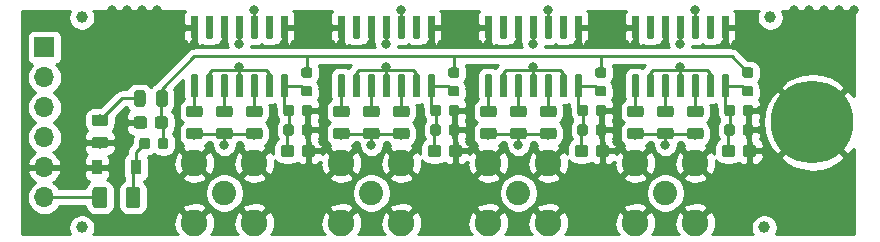
<source format=gbr>
G04 #@! TF.GenerationSoftware,KiCad,Pcbnew,5.1.4-e60b266~84~ubuntu18.04.1*
G04 #@! TF.CreationDate,2019-08-27T23:59:40+10:00*
G04 #@! TF.ProjectId,CMOS-50R,434d4f53-2d35-4305-922e-6b696361645f,rev?*
G04 #@! TF.SameCoordinates,Original*
G04 #@! TF.FileFunction,Copper,L1,Top*
G04 #@! TF.FilePolarity,Positive*
%FSLAX46Y46*%
G04 Gerber Fmt 4.6, Leading zero omitted, Abs format (unit mm)*
G04 Created by KiCad (PCBNEW 5.1.4-e60b266~84~ubuntu18.04.1) date 2019-08-27 23:59:40*
%MOMM*%
%LPD*%
G04 APERTURE LIST*
%ADD10C,0.100000*%
%ADD11C,0.600000*%
%ADD12C,0.800000*%
%ADD13C,7.000000*%
%ADD14C,1.000000*%
%ADD15C,0.875000*%
%ADD16C,1.050000*%
%ADD17O,1.700000X1.700000*%
%ADD18R,1.700000X1.700000*%
%ADD19C,0.975000*%
%ADD20C,2.250000*%
%ADD21C,2.050000*%
%ADD22C,1.250000*%
%ADD23R,0.900000X1.200000*%
%ADD24C,0.250000*%
%ADD25C,0.254000*%
G04 APERTURE END LIST*
D10*
G36*
X136562703Y-61952722D02*
G01*
X136577264Y-61954882D01*
X136591543Y-61958459D01*
X136605403Y-61963418D01*
X136618710Y-61969712D01*
X136631336Y-61977280D01*
X136643159Y-61986048D01*
X136654066Y-61995934D01*
X136663952Y-62006841D01*
X136672720Y-62018664D01*
X136680288Y-62031290D01*
X136686582Y-62044597D01*
X136691541Y-62058457D01*
X136695118Y-62072736D01*
X136697278Y-62087297D01*
X136698000Y-62102000D01*
X136698000Y-63752000D01*
X136697278Y-63766703D01*
X136695118Y-63781264D01*
X136691541Y-63795543D01*
X136686582Y-63809403D01*
X136680288Y-63822710D01*
X136672720Y-63835336D01*
X136663952Y-63847159D01*
X136654066Y-63858066D01*
X136643159Y-63867952D01*
X136631336Y-63876720D01*
X136618710Y-63884288D01*
X136605403Y-63890582D01*
X136591543Y-63895541D01*
X136577264Y-63899118D01*
X136562703Y-63901278D01*
X136548000Y-63902000D01*
X136248000Y-63902000D01*
X136233297Y-63901278D01*
X136218736Y-63899118D01*
X136204457Y-63895541D01*
X136190597Y-63890582D01*
X136177290Y-63884288D01*
X136164664Y-63876720D01*
X136152841Y-63867952D01*
X136141934Y-63858066D01*
X136132048Y-63847159D01*
X136123280Y-63835336D01*
X136115712Y-63822710D01*
X136109418Y-63809403D01*
X136104459Y-63795543D01*
X136100882Y-63781264D01*
X136098722Y-63766703D01*
X136098000Y-63752000D01*
X136098000Y-62102000D01*
X136098722Y-62087297D01*
X136100882Y-62072736D01*
X136104459Y-62058457D01*
X136109418Y-62044597D01*
X136115712Y-62031290D01*
X136123280Y-62018664D01*
X136132048Y-62006841D01*
X136141934Y-61995934D01*
X136152841Y-61986048D01*
X136164664Y-61977280D01*
X136177290Y-61969712D01*
X136190597Y-61963418D01*
X136204457Y-61958459D01*
X136218736Y-61954882D01*
X136233297Y-61952722D01*
X136248000Y-61952000D01*
X136548000Y-61952000D01*
X136562703Y-61952722D01*
X136562703Y-61952722D01*
G37*
D11*
X136398000Y-62927000D03*
D10*
G36*
X135292703Y-61952722D02*
G01*
X135307264Y-61954882D01*
X135321543Y-61958459D01*
X135335403Y-61963418D01*
X135348710Y-61969712D01*
X135361336Y-61977280D01*
X135373159Y-61986048D01*
X135384066Y-61995934D01*
X135393952Y-62006841D01*
X135402720Y-62018664D01*
X135410288Y-62031290D01*
X135416582Y-62044597D01*
X135421541Y-62058457D01*
X135425118Y-62072736D01*
X135427278Y-62087297D01*
X135428000Y-62102000D01*
X135428000Y-63752000D01*
X135427278Y-63766703D01*
X135425118Y-63781264D01*
X135421541Y-63795543D01*
X135416582Y-63809403D01*
X135410288Y-63822710D01*
X135402720Y-63835336D01*
X135393952Y-63847159D01*
X135384066Y-63858066D01*
X135373159Y-63867952D01*
X135361336Y-63876720D01*
X135348710Y-63884288D01*
X135335403Y-63890582D01*
X135321543Y-63895541D01*
X135307264Y-63899118D01*
X135292703Y-63901278D01*
X135278000Y-63902000D01*
X134978000Y-63902000D01*
X134963297Y-63901278D01*
X134948736Y-63899118D01*
X134934457Y-63895541D01*
X134920597Y-63890582D01*
X134907290Y-63884288D01*
X134894664Y-63876720D01*
X134882841Y-63867952D01*
X134871934Y-63858066D01*
X134862048Y-63847159D01*
X134853280Y-63835336D01*
X134845712Y-63822710D01*
X134839418Y-63809403D01*
X134834459Y-63795543D01*
X134830882Y-63781264D01*
X134828722Y-63766703D01*
X134828000Y-63752000D01*
X134828000Y-62102000D01*
X134828722Y-62087297D01*
X134830882Y-62072736D01*
X134834459Y-62058457D01*
X134839418Y-62044597D01*
X134845712Y-62031290D01*
X134853280Y-62018664D01*
X134862048Y-62006841D01*
X134871934Y-61995934D01*
X134882841Y-61986048D01*
X134894664Y-61977280D01*
X134907290Y-61969712D01*
X134920597Y-61963418D01*
X134934457Y-61958459D01*
X134948736Y-61954882D01*
X134963297Y-61952722D01*
X134978000Y-61952000D01*
X135278000Y-61952000D01*
X135292703Y-61952722D01*
X135292703Y-61952722D01*
G37*
D11*
X135128000Y-62927000D03*
D10*
G36*
X134022703Y-61952722D02*
G01*
X134037264Y-61954882D01*
X134051543Y-61958459D01*
X134065403Y-61963418D01*
X134078710Y-61969712D01*
X134091336Y-61977280D01*
X134103159Y-61986048D01*
X134114066Y-61995934D01*
X134123952Y-62006841D01*
X134132720Y-62018664D01*
X134140288Y-62031290D01*
X134146582Y-62044597D01*
X134151541Y-62058457D01*
X134155118Y-62072736D01*
X134157278Y-62087297D01*
X134158000Y-62102000D01*
X134158000Y-63752000D01*
X134157278Y-63766703D01*
X134155118Y-63781264D01*
X134151541Y-63795543D01*
X134146582Y-63809403D01*
X134140288Y-63822710D01*
X134132720Y-63835336D01*
X134123952Y-63847159D01*
X134114066Y-63858066D01*
X134103159Y-63867952D01*
X134091336Y-63876720D01*
X134078710Y-63884288D01*
X134065403Y-63890582D01*
X134051543Y-63895541D01*
X134037264Y-63899118D01*
X134022703Y-63901278D01*
X134008000Y-63902000D01*
X133708000Y-63902000D01*
X133693297Y-63901278D01*
X133678736Y-63899118D01*
X133664457Y-63895541D01*
X133650597Y-63890582D01*
X133637290Y-63884288D01*
X133624664Y-63876720D01*
X133612841Y-63867952D01*
X133601934Y-63858066D01*
X133592048Y-63847159D01*
X133583280Y-63835336D01*
X133575712Y-63822710D01*
X133569418Y-63809403D01*
X133564459Y-63795543D01*
X133560882Y-63781264D01*
X133558722Y-63766703D01*
X133558000Y-63752000D01*
X133558000Y-62102000D01*
X133558722Y-62087297D01*
X133560882Y-62072736D01*
X133564459Y-62058457D01*
X133569418Y-62044597D01*
X133575712Y-62031290D01*
X133583280Y-62018664D01*
X133592048Y-62006841D01*
X133601934Y-61995934D01*
X133612841Y-61986048D01*
X133624664Y-61977280D01*
X133637290Y-61969712D01*
X133650597Y-61963418D01*
X133664457Y-61958459D01*
X133678736Y-61954882D01*
X133693297Y-61952722D01*
X133708000Y-61952000D01*
X134008000Y-61952000D01*
X134022703Y-61952722D01*
X134022703Y-61952722D01*
G37*
D11*
X133858000Y-62927000D03*
D10*
G36*
X132752703Y-61952722D02*
G01*
X132767264Y-61954882D01*
X132781543Y-61958459D01*
X132795403Y-61963418D01*
X132808710Y-61969712D01*
X132821336Y-61977280D01*
X132833159Y-61986048D01*
X132844066Y-61995934D01*
X132853952Y-62006841D01*
X132862720Y-62018664D01*
X132870288Y-62031290D01*
X132876582Y-62044597D01*
X132881541Y-62058457D01*
X132885118Y-62072736D01*
X132887278Y-62087297D01*
X132888000Y-62102000D01*
X132888000Y-63752000D01*
X132887278Y-63766703D01*
X132885118Y-63781264D01*
X132881541Y-63795543D01*
X132876582Y-63809403D01*
X132870288Y-63822710D01*
X132862720Y-63835336D01*
X132853952Y-63847159D01*
X132844066Y-63858066D01*
X132833159Y-63867952D01*
X132821336Y-63876720D01*
X132808710Y-63884288D01*
X132795403Y-63890582D01*
X132781543Y-63895541D01*
X132767264Y-63899118D01*
X132752703Y-63901278D01*
X132738000Y-63902000D01*
X132438000Y-63902000D01*
X132423297Y-63901278D01*
X132408736Y-63899118D01*
X132394457Y-63895541D01*
X132380597Y-63890582D01*
X132367290Y-63884288D01*
X132354664Y-63876720D01*
X132342841Y-63867952D01*
X132331934Y-63858066D01*
X132322048Y-63847159D01*
X132313280Y-63835336D01*
X132305712Y-63822710D01*
X132299418Y-63809403D01*
X132294459Y-63795543D01*
X132290882Y-63781264D01*
X132288722Y-63766703D01*
X132288000Y-63752000D01*
X132288000Y-62102000D01*
X132288722Y-62087297D01*
X132290882Y-62072736D01*
X132294459Y-62058457D01*
X132299418Y-62044597D01*
X132305712Y-62031290D01*
X132313280Y-62018664D01*
X132322048Y-62006841D01*
X132331934Y-61995934D01*
X132342841Y-61986048D01*
X132354664Y-61977280D01*
X132367290Y-61969712D01*
X132380597Y-61963418D01*
X132394457Y-61958459D01*
X132408736Y-61954882D01*
X132423297Y-61952722D01*
X132438000Y-61952000D01*
X132738000Y-61952000D01*
X132752703Y-61952722D01*
X132752703Y-61952722D01*
G37*
D11*
X132588000Y-62927000D03*
D10*
G36*
X131482703Y-61952722D02*
G01*
X131497264Y-61954882D01*
X131511543Y-61958459D01*
X131525403Y-61963418D01*
X131538710Y-61969712D01*
X131551336Y-61977280D01*
X131563159Y-61986048D01*
X131574066Y-61995934D01*
X131583952Y-62006841D01*
X131592720Y-62018664D01*
X131600288Y-62031290D01*
X131606582Y-62044597D01*
X131611541Y-62058457D01*
X131615118Y-62072736D01*
X131617278Y-62087297D01*
X131618000Y-62102000D01*
X131618000Y-63752000D01*
X131617278Y-63766703D01*
X131615118Y-63781264D01*
X131611541Y-63795543D01*
X131606582Y-63809403D01*
X131600288Y-63822710D01*
X131592720Y-63835336D01*
X131583952Y-63847159D01*
X131574066Y-63858066D01*
X131563159Y-63867952D01*
X131551336Y-63876720D01*
X131538710Y-63884288D01*
X131525403Y-63890582D01*
X131511543Y-63895541D01*
X131497264Y-63899118D01*
X131482703Y-63901278D01*
X131468000Y-63902000D01*
X131168000Y-63902000D01*
X131153297Y-63901278D01*
X131138736Y-63899118D01*
X131124457Y-63895541D01*
X131110597Y-63890582D01*
X131097290Y-63884288D01*
X131084664Y-63876720D01*
X131072841Y-63867952D01*
X131061934Y-63858066D01*
X131052048Y-63847159D01*
X131043280Y-63835336D01*
X131035712Y-63822710D01*
X131029418Y-63809403D01*
X131024459Y-63795543D01*
X131020882Y-63781264D01*
X131018722Y-63766703D01*
X131018000Y-63752000D01*
X131018000Y-62102000D01*
X131018722Y-62087297D01*
X131020882Y-62072736D01*
X131024459Y-62058457D01*
X131029418Y-62044597D01*
X131035712Y-62031290D01*
X131043280Y-62018664D01*
X131052048Y-62006841D01*
X131061934Y-61995934D01*
X131072841Y-61986048D01*
X131084664Y-61977280D01*
X131097290Y-61969712D01*
X131110597Y-61963418D01*
X131124457Y-61958459D01*
X131138736Y-61954882D01*
X131153297Y-61952722D01*
X131168000Y-61952000D01*
X131468000Y-61952000D01*
X131482703Y-61952722D01*
X131482703Y-61952722D01*
G37*
D11*
X131318000Y-62927000D03*
D10*
G36*
X130212703Y-61952722D02*
G01*
X130227264Y-61954882D01*
X130241543Y-61958459D01*
X130255403Y-61963418D01*
X130268710Y-61969712D01*
X130281336Y-61977280D01*
X130293159Y-61986048D01*
X130304066Y-61995934D01*
X130313952Y-62006841D01*
X130322720Y-62018664D01*
X130330288Y-62031290D01*
X130336582Y-62044597D01*
X130341541Y-62058457D01*
X130345118Y-62072736D01*
X130347278Y-62087297D01*
X130348000Y-62102000D01*
X130348000Y-63752000D01*
X130347278Y-63766703D01*
X130345118Y-63781264D01*
X130341541Y-63795543D01*
X130336582Y-63809403D01*
X130330288Y-63822710D01*
X130322720Y-63835336D01*
X130313952Y-63847159D01*
X130304066Y-63858066D01*
X130293159Y-63867952D01*
X130281336Y-63876720D01*
X130268710Y-63884288D01*
X130255403Y-63890582D01*
X130241543Y-63895541D01*
X130227264Y-63899118D01*
X130212703Y-63901278D01*
X130198000Y-63902000D01*
X129898000Y-63902000D01*
X129883297Y-63901278D01*
X129868736Y-63899118D01*
X129854457Y-63895541D01*
X129840597Y-63890582D01*
X129827290Y-63884288D01*
X129814664Y-63876720D01*
X129802841Y-63867952D01*
X129791934Y-63858066D01*
X129782048Y-63847159D01*
X129773280Y-63835336D01*
X129765712Y-63822710D01*
X129759418Y-63809403D01*
X129754459Y-63795543D01*
X129750882Y-63781264D01*
X129748722Y-63766703D01*
X129748000Y-63752000D01*
X129748000Y-62102000D01*
X129748722Y-62087297D01*
X129750882Y-62072736D01*
X129754459Y-62058457D01*
X129759418Y-62044597D01*
X129765712Y-62031290D01*
X129773280Y-62018664D01*
X129782048Y-62006841D01*
X129791934Y-61995934D01*
X129802841Y-61986048D01*
X129814664Y-61977280D01*
X129827290Y-61969712D01*
X129840597Y-61963418D01*
X129854457Y-61958459D01*
X129868736Y-61954882D01*
X129883297Y-61952722D01*
X129898000Y-61952000D01*
X130198000Y-61952000D01*
X130212703Y-61952722D01*
X130212703Y-61952722D01*
G37*
D11*
X130048000Y-62927000D03*
D10*
G36*
X128942703Y-61952722D02*
G01*
X128957264Y-61954882D01*
X128971543Y-61958459D01*
X128985403Y-61963418D01*
X128998710Y-61969712D01*
X129011336Y-61977280D01*
X129023159Y-61986048D01*
X129034066Y-61995934D01*
X129043952Y-62006841D01*
X129052720Y-62018664D01*
X129060288Y-62031290D01*
X129066582Y-62044597D01*
X129071541Y-62058457D01*
X129075118Y-62072736D01*
X129077278Y-62087297D01*
X129078000Y-62102000D01*
X129078000Y-63752000D01*
X129077278Y-63766703D01*
X129075118Y-63781264D01*
X129071541Y-63795543D01*
X129066582Y-63809403D01*
X129060288Y-63822710D01*
X129052720Y-63835336D01*
X129043952Y-63847159D01*
X129034066Y-63858066D01*
X129023159Y-63867952D01*
X129011336Y-63876720D01*
X128998710Y-63884288D01*
X128985403Y-63890582D01*
X128971543Y-63895541D01*
X128957264Y-63899118D01*
X128942703Y-63901278D01*
X128928000Y-63902000D01*
X128628000Y-63902000D01*
X128613297Y-63901278D01*
X128598736Y-63899118D01*
X128584457Y-63895541D01*
X128570597Y-63890582D01*
X128557290Y-63884288D01*
X128544664Y-63876720D01*
X128532841Y-63867952D01*
X128521934Y-63858066D01*
X128512048Y-63847159D01*
X128503280Y-63835336D01*
X128495712Y-63822710D01*
X128489418Y-63809403D01*
X128484459Y-63795543D01*
X128480882Y-63781264D01*
X128478722Y-63766703D01*
X128478000Y-63752000D01*
X128478000Y-62102000D01*
X128478722Y-62087297D01*
X128480882Y-62072736D01*
X128484459Y-62058457D01*
X128489418Y-62044597D01*
X128495712Y-62031290D01*
X128503280Y-62018664D01*
X128512048Y-62006841D01*
X128521934Y-61995934D01*
X128532841Y-61986048D01*
X128544664Y-61977280D01*
X128557290Y-61969712D01*
X128570597Y-61963418D01*
X128584457Y-61958459D01*
X128598736Y-61954882D01*
X128613297Y-61952722D01*
X128628000Y-61952000D01*
X128928000Y-61952000D01*
X128942703Y-61952722D01*
X128942703Y-61952722D01*
G37*
D11*
X128778000Y-62927000D03*
D10*
G36*
X128942703Y-57002722D02*
G01*
X128957264Y-57004882D01*
X128971543Y-57008459D01*
X128985403Y-57013418D01*
X128998710Y-57019712D01*
X129011336Y-57027280D01*
X129023159Y-57036048D01*
X129034066Y-57045934D01*
X129043952Y-57056841D01*
X129052720Y-57068664D01*
X129060288Y-57081290D01*
X129066582Y-57094597D01*
X129071541Y-57108457D01*
X129075118Y-57122736D01*
X129077278Y-57137297D01*
X129078000Y-57152000D01*
X129078000Y-58802000D01*
X129077278Y-58816703D01*
X129075118Y-58831264D01*
X129071541Y-58845543D01*
X129066582Y-58859403D01*
X129060288Y-58872710D01*
X129052720Y-58885336D01*
X129043952Y-58897159D01*
X129034066Y-58908066D01*
X129023159Y-58917952D01*
X129011336Y-58926720D01*
X128998710Y-58934288D01*
X128985403Y-58940582D01*
X128971543Y-58945541D01*
X128957264Y-58949118D01*
X128942703Y-58951278D01*
X128928000Y-58952000D01*
X128628000Y-58952000D01*
X128613297Y-58951278D01*
X128598736Y-58949118D01*
X128584457Y-58945541D01*
X128570597Y-58940582D01*
X128557290Y-58934288D01*
X128544664Y-58926720D01*
X128532841Y-58917952D01*
X128521934Y-58908066D01*
X128512048Y-58897159D01*
X128503280Y-58885336D01*
X128495712Y-58872710D01*
X128489418Y-58859403D01*
X128484459Y-58845543D01*
X128480882Y-58831264D01*
X128478722Y-58816703D01*
X128478000Y-58802000D01*
X128478000Y-57152000D01*
X128478722Y-57137297D01*
X128480882Y-57122736D01*
X128484459Y-57108457D01*
X128489418Y-57094597D01*
X128495712Y-57081290D01*
X128503280Y-57068664D01*
X128512048Y-57056841D01*
X128521934Y-57045934D01*
X128532841Y-57036048D01*
X128544664Y-57027280D01*
X128557290Y-57019712D01*
X128570597Y-57013418D01*
X128584457Y-57008459D01*
X128598736Y-57004882D01*
X128613297Y-57002722D01*
X128628000Y-57002000D01*
X128928000Y-57002000D01*
X128942703Y-57002722D01*
X128942703Y-57002722D01*
G37*
D11*
X128778000Y-57977000D03*
D10*
G36*
X130212703Y-57002722D02*
G01*
X130227264Y-57004882D01*
X130241543Y-57008459D01*
X130255403Y-57013418D01*
X130268710Y-57019712D01*
X130281336Y-57027280D01*
X130293159Y-57036048D01*
X130304066Y-57045934D01*
X130313952Y-57056841D01*
X130322720Y-57068664D01*
X130330288Y-57081290D01*
X130336582Y-57094597D01*
X130341541Y-57108457D01*
X130345118Y-57122736D01*
X130347278Y-57137297D01*
X130348000Y-57152000D01*
X130348000Y-58802000D01*
X130347278Y-58816703D01*
X130345118Y-58831264D01*
X130341541Y-58845543D01*
X130336582Y-58859403D01*
X130330288Y-58872710D01*
X130322720Y-58885336D01*
X130313952Y-58897159D01*
X130304066Y-58908066D01*
X130293159Y-58917952D01*
X130281336Y-58926720D01*
X130268710Y-58934288D01*
X130255403Y-58940582D01*
X130241543Y-58945541D01*
X130227264Y-58949118D01*
X130212703Y-58951278D01*
X130198000Y-58952000D01*
X129898000Y-58952000D01*
X129883297Y-58951278D01*
X129868736Y-58949118D01*
X129854457Y-58945541D01*
X129840597Y-58940582D01*
X129827290Y-58934288D01*
X129814664Y-58926720D01*
X129802841Y-58917952D01*
X129791934Y-58908066D01*
X129782048Y-58897159D01*
X129773280Y-58885336D01*
X129765712Y-58872710D01*
X129759418Y-58859403D01*
X129754459Y-58845543D01*
X129750882Y-58831264D01*
X129748722Y-58816703D01*
X129748000Y-58802000D01*
X129748000Y-57152000D01*
X129748722Y-57137297D01*
X129750882Y-57122736D01*
X129754459Y-57108457D01*
X129759418Y-57094597D01*
X129765712Y-57081290D01*
X129773280Y-57068664D01*
X129782048Y-57056841D01*
X129791934Y-57045934D01*
X129802841Y-57036048D01*
X129814664Y-57027280D01*
X129827290Y-57019712D01*
X129840597Y-57013418D01*
X129854457Y-57008459D01*
X129868736Y-57004882D01*
X129883297Y-57002722D01*
X129898000Y-57002000D01*
X130198000Y-57002000D01*
X130212703Y-57002722D01*
X130212703Y-57002722D01*
G37*
D11*
X130048000Y-57977000D03*
D10*
G36*
X131482703Y-57002722D02*
G01*
X131497264Y-57004882D01*
X131511543Y-57008459D01*
X131525403Y-57013418D01*
X131538710Y-57019712D01*
X131551336Y-57027280D01*
X131563159Y-57036048D01*
X131574066Y-57045934D01*
X131583952Y-57056841D01*
X131592720Y-57068664D01*
X131600288Y-57081290D01*
X131606582Y-57094597D01*
X131611541Y-57108457D01*
X131615118Y-57122736D01*
X131617278Y-57137297D01*
X131618000Y-57152000D01*
X131618000Y-58802000D01*
X131617278Y-58816703D01*
X131615118Y-58831264D01*
X131611541Y-58845543D01*
X131606582Y-58859403D01*
X131600288Y-58872710D01*
X131592720Y-58885336D01*
X131583952Y-58897159D01*
X131574066Y-58908066D01*
X131563159Y-58917952D01*
X131551336Y-58926720D01*
X131538710Y-58934288D01*
X131525403Y-58940582D01*
X131511543Y-58945541D01*
X131497264Y-58949118D01*
X131482703Y-58951278D01*
X131468000Y-58952000D01*
X131168000Y-58952000D01*
X131153297Y-58951278D01*
X131138736Y-58949118D01*
X131124457Y-58945541D01*
X131110597Y-58940582D01*
X131097290Y-58934288D01*
X131084664Y-58926720D01*
X131072841Y-58917952D01*
X131061934Y-58908066D01*
X131052048Y-58897159D01*
X131043280Y-58885336D01*
X131035712Y-58872710D01*
X131029418Y-58859403D01*
X131024459Y-58845543D01*
X131020882Y-58831264D01*
X131018722Y-58816703D01*
X131018000Y-58802000D01*
X131018000Y-57152000D01*
X131018722Y-57137297D01*
X131020882Y-57122736D01*
X131024459Y-57108457D01*
X131029418Y-57094597D01*
X131035712Y-57081290D01*
X131043280Y-57068664D01*
X131052048Y-57056841D01*
X131061934Y-57045934D01*
X131072841Y-57036048D01*
X131084664Y-57027280D01*
X131097290Y-57019712D01*
X131110597Y-57013418D01*
X131124457Y-57008459D01*
X131138736Y-57004882D01*
X131153297Y-57002722D01*
X131168000Y-57002000D01*
X131468000Y-57002000D01*
X131482703Y-57002722D01*
X131482703Y-57002722D01*
G37*
D11*
X131318000Y-57977000D03*
D10*
G36*
X132752703Y-57002722D02*
G01*
X132767264Y-57004882D01*
X132781543Y-57008459D01*
X132795403Y-57013418D01*
X132808710Y-57019712D01*
X132821336Y-57027280D01*
X132833159Y-57036048D01*
X132844066Y-57045934D01*
X132853952Y-57056841D01*
X132862720Y-57068664D01*
X132870288Y-57081290D01*
X132876582Y-57094597D01*
X132881541Y-57108457D01*
X132885118Y-57122736D01*
X132887278Y-57137297D01*
X132888000Y-57152000D01*
X132888000Y-58802000D01*
X132887278Y-58816703D01*
X132885118Y-58831264D01*
X132881541Y-58845543D01*
X132876582Y-58859403D01*
X132870288Y-58872710D01*
X132862720Y-58885336D01*
X132853952Y-58897159D01*
X132844066Y-58908066D01*
X132833159Y-58917952D01*
X132821336Y-58926720D01*
X132808710Y-58934288D01*
X132795403Y-58940582D01*
X132781543Y-58945541D01*
X132767264Y-58949118D01*
X132752703Y-58951278D01*
X132738000Y-58952000D01*
X132438000Y-58952000D01*
X132423297Y-58951278D01*
X132408736Y-58949118D01*
X132394457Y-58945541D01*
X132380597Y-58940582D01*
X132367290Y-58934288D01*
X132354664Y-58926720D01*
X132342841Y-58917952D01*
X132331934Y-58908066D01*
X132322048Y-58897159D01*
X132313280Y-58885336D01*
X132305712Y-58872710D01*
X132299418Y-58859403D01*
X132294459Y-58845543D01*
X132290882Y-58831264D01*
X132288722Y-58816703D01*
X132288000Y-58802000D01*
X132288000Y-57152000D01*
X132288722Y-57137297D01*
X132290882Y-57122736D01*
X132294459Y-57108457D01*
X132299418Y-57094597D01*
X132305712Y-57081290D01*
X132313280Y-57068664D01*
X132322048Y-57056841D01*
X132331934Y-57045934D01*
X132342841Y-57036048D01*
X132354664Y-57027280D01*
X132367290Y-57019712D01*
X132380597Y-57013418D01*
X132394457Y-57008459D01*
X132408736Y-57004882D01*
X132423297Y-57002722D01*
X132438000Y-57002000D01*
X132738000Y-57002000D01*
X132752703Y-57002722D01*
X132752703Y-57002722D01*
G37*
D11*
X132588000Y-57977000D03*
D10*
G36*
X134022703Y-57002722D02*
G01*
X134037264Y-57004882D01*
X134051543Y-57008459D01*
X134065403Y-57013418D01*
X134078710Y-57019712D01*
X134091336Y-57027280D01*
X134103159Y-57036048D01*
X134114066Y-57045934D01*
X134123952Y-57056841D01*
X134132720Y-57068664D01*
X134140288Y-57081290D01*
X134146582Y-57094597D01*
X134151541Y-57108457D01*
X134155118Y-57122736D01*
X134157278Y-57137297D01*
X134158000Y-57152000D01*
X134158000Y-58802000D01*
X134157278Y-58816703D01*
X134155118Y-58831264D01*
X134151541Y-58845543D01*
X134146582Y-58859403D01*
X134140288Y-58872710D01*
X134132720Y-58885336D01*
X134123952Y-58897159D01*
X134114066Y-58908066D01*
X134103159Y-58917952D01*
X134091336Y-58926720D01*
X134078710Y-58934288D01*
X134065403Y-58940582D01*
X134051543Y-58945541D01*
X134037264Y-58949118D01*
X134022703Y-58951278D01*
X134008000Y-58952000D01*
X133708000Y-58952000D01*
X133693297Y-58951278D01*
X133678736Y-58949118D01*
X133664457Y-58945541D01*
X133650597Y-58940582D01*
X133637290Y-58934288D01*
X133624664Y-58926720D01*
X133612841Y-58917952D01*
X133601934Y-58908066D01*
X133592048Y-58897159D01*
X133583280Y-58885336D01*
X133575712Y-58872710D01*
X133569418Y-58859403D01*
X133564459Y-58845543D01*
X133560882Y-58831264D01*
X133558722Y-58816703D01*
X133558000Y-58802000D01*
X133558000Y-57152000D01*
X133558722Y-57137297D01*
X133560882Y-57122736D01*
X133564459Y-57108457D01*
X133569418Y-57094597D01*
X133575712Y-57081290D01*
X133583280Y-57068664D01*
X133592048Y-57056841D01*
X133601934Y-57045934D01*
X133612841Y-57036048D01*
X133624664Y-57027280D01*
X133637290Y-57019712D01*
X133650597Y-57013418D01*
X133664457Y-57008459D01*
X133678736Y-57004882D01*
X133693297Y-57002722D01*
X133708000Y-57002000D01*
X134008000Y-57002000D01*
X134022703Y-57002722D01*
X134022703Y-57002722D01*
G37*
D11*
X133858000Y-57977000D03*
D10*
G36*
X135292703Y-57002722D02*
G01*
X135307264Y-57004882D01*
X135321543Y-57008459D01*
X135335403Y-57013418D01*
X135348710Y-57019712D01*
X135361336Y-57027280D01*
X135373159Y-57036048D01*
X135384066Y-57045934D01*
X135393952Y-57056841D01*
X135402720Y-57068664D01*
X135410288Y-57081290D01*
X135416582Y-57094597D01*
X135421541Y-57108457D01*
X135425118Y-57122736D01*
X135427278Y-57137297D01*
X135428000Y-57152000D01*
X135428000Y-58802000D01*
X135427278Y-58816703D01*
X135425118Y-58831264D01*
X135421541Y-58845543D01*
X135416582Y-58859403D01*
X135410288Y-58872710D01*
X135402720Y-58885336D01*
X135393952Y-58897159D01*
X135384066Y-58908066D01*
X135373159Y-58917952D01*
X135361336Y-58926720D01*
X135348710Y-58934288D01*
X135335403Y-58940582D01*
X135321543Y-58945541D01*
X135307264Y-58949118D01*
X135292703Y-58951278D01*
X135278000Y-58952000D01*
X134978000Y-58952000D01*
X134963297Y-58951278D01*
X134948736Y-58949118D01*
X134934457Y-58945541D01*
X134920597Y-58940582D01*
X134907290Y-58934288D01*
X134894664Y-58926720D01*
X134882841Y-58917952D01*
X134871934Y-58908066D01*
X134862048Y-58897159D01*
X134853280Y-58885336D01*
X134845712Y-58872710D01*
X134839418Y-58859403D01*
X134834459Y-58845543D01*
X134830882Y-58831264D01*
X134828722Y-58816703D01*
X134828000Y-58802000D01*
X134828000Y-57152000D01*
X134828722Y-57137297D01*
X134830882Y-57122736D01*
X134834459Y-57108457D01*
X134839418Y-57094597D01*
X134845712Y-57081290D01*
X134853280Y-57068664D01*
X134862048Y-57056841D01*
X134871934Y-57045934D01*
X134882841Y-57036048D01*
X134894664Y-57027280D01*
X134907290Y-57019712D01*
X134920597Y-57013418D01*
X134934457Y-57008459D01*
X134948736Y-57004882D01*
X134963297Y-57002722D01*
X134978000Y-57002000D01*
X135278000Y-57002000D01*
X135292703Y-57002722D01*
X135292703Y-57002722D01*
G37*
D11*
X135128000Y-57977000D03*
D10*
G36*
X136562703Y-57002722D02*
G01*
X136577264Y-57004882D01*
X136591543Y-57008459D01*
X136605403Y-57013418D01*
X136618710Y-57019712D01*
X136631336Y-57027280D01*
X136643159Y-57036048D01*
X136654066Y-57045934D01*
X136663952Y-57056841D01*
X136672720Y-57068664D01*
X136680288Y-57081290D01*
X136686582Y-57094597D01*
X136691541Y-57108457D01*
X136695118Y-57122736D01*
X136697278Y-57137297D01*
X136698000Y-57152000D01*
X136698000Y-58802000D01*
X136697278Y-58816703D01*
X136695118Y-58831264D01*
X136691541Y-58845543D01*
X136686582Y-58859403D01*
X136680288Y-58872710D01*
X136672720Y-58885336D01*
X136663952Y-58897159D01*
X136654066Y-58908066D01*
X136643159Y-58917952D01*
X136631336Y-58926720D01*
X136618710Y-58934288D01*
X136605403Y-58940582D01*
X136591543Y-58945541D01*
X136577264Y-58949118D01*
X136562703Y-58951278D01*
X136548000Y-58952000D01*
X136248000Y-58952000D01*
X136233297Y-58951278D01*
X136218736Y-58949118D01*
X136204457Y-58945541D01*
X136190597Y-58940582D01*
X136177290Y-58934288D01*
X136164664Y-58926720D01*
X136152841Y-58917952D01*
X136141934Y-58908066D01*
X136132048Y-58897159D01*
X136123280Y-58885336D01*
X136115712Y-58872710D01*
X136109418Y-58859403D01*
X136104459Y-58845543D01*
X136100882Y-58831264D01*
X136098722Y-58816703D01*
X136098000Y-58802000D01*
X136098000Y-57152000D01*
X136098722Y-57137297D01*
X136100882Y-57122736D01*
X136104459Y-57108457D01*
X136109418Y-57094597D01*
X136115712Y-57081290D01*
X136123280Y-57068664D01*
X136132048Y-57056841D01*
X136141934Y-57045934D01*
X136152841Y-57036048D01*
X136164664Y-57027280D01*
X136177290Y-57019712D01*
X136190597Y-57013418D01*
X136204457Y-57008459D01*
X136218736Y-57004882D01*
X136233297Y-57002722D01*
X136248000Y-57002000D01*
X136548000Y-57002000D01*
X136562703Y-57002722D01*
X136562703Y-57002722D01*
G37*
D11*
X136398000Y-57977000D03*
D10*
G36*
X111670703Y-61952722D02*
G01*
X111685264Y-61954882D01*
X111699543Y-61958459D01*
X111713403Y-61963418D01*
X111726710Y-61969712D01*
X111739336Y-61977280D01*
X111751159Y-61986048D01*
X111762066Y-61995934D01*
X111771952Y-62006841D01*
X111780720Y-62018664D01*
X111788288Y-62031290D01*
X111794582Y-62044597D01*
X111799541Y-62058457D01*
X111803118Y-62072736D01*
X111805278Y-62087297D01*
X111806000Y-62102000D01*
X111806000Y-63752000D01*
X111805278Y-63766703D01*
X111803118Y-63781264D01*
X111799541Y-63795543D01*
X111794582Y-63809403D01*
X111788288Y-63822710D01*
X111780720Y-63835336D01*
X111771952Y-63847159D01*
X111762066Y-63858066D01*
X111751159Y-63867952D01*
X111739336Y-63876720D01*
X111726710Y-63884288D01*
X111713403Y-63890582D01*
X111699543Y-63895541D01*
X111685264Y-63899118D01*
X111670703Y-63901278D01*
X111656000Y-63902000D01*
X111356000Y-63902000D01*
X111341297Y-63901278D01*
X111326736Y-63899118D01*
X111312457Y-63895541D01*
X111298597Y-63890582D01*
X111285290Y-63884288D01*
X111272664Y-63876720D01*
X111260841Y-63867952D01*
X111249934Y-63858066D01*
X111240048Y-63847159D01*
X111231280Y-63835336D01*
X111223712Y-63822710D01*
X111217418Y-63809403D01*
X111212459Y-63795543D01*
X111208882Y-63781264D01*
X111206722Y-63766703D01*
X111206000Y-63752000D01*
X111206000Y-62102000D01*
X111206722Y-62087297D01*
X111208882Y-62072736D01*
X111212459Y-62058457D01*
X111217418Y-62044597D01*
X111223712Y-62031290D01*
X111231280Y-62018664D01*
X111240048Y-62006841D01*
X111249934Y-61995934D01*
X111260841Y-61986048D01*
X111272664Y-61977280D01*
X111285290Y-61969712D01*
X111298597Y-61963418D01*
X111312457Y-61958459D01*
X111326736Y-61954882D01*
X111341297Y-61952722D01*
X111356000Y-61952000D01*
X111656000Y-61952000D01*
X111670703Y-61952722D01*
X111670703Y-61952722D01*
G37*
D11*
X111506000Y-62927000D03*
D10*
G36*
X110400703Y-61952722D02*
G01*
X110415264Y-61954882D01*
X110429543Y-61958459D01*
X110443403Y-61963418D01*
X110456710Y-61969712D01*
X110469336Y-61977280D01*
X110481159Y-61986048D01*
X110492066Y-61995934D01*
X110501952Y-62006841D01*
X110510720Y-62018664D01*
X110518288Y-62031290D01*
X110524582Y-62044597D01*
X110529541Y-62058457D01*
X110533118Y-62072736D01*
X110535278Y-62087297D01*
X110536000Y-62102000D01*
X110536000Y-63752000D01*
X110535278Y-63766703D01*
X110533118Y-63781264D01*
X110529541Y-63795543D01*
X110524582Y-63809403D01*
X110518288Y-63822710D01*
X110510720Y-63835336D01*
X110501952Y-63847159D01*
X110492066Y-63858066D01*
X110481159Y-63867952D01*
X110469336Y-63876720D01*
X110456710Y-63884288D01*
X110443403Y-63890582D01*
X110429543Y-63895541D01*
X110415264Y-63899118D01*
X110400703Y-63901278D01*
X110386000Y-63902000D01*
X110086000Y-63902000D01*
X110071297Y-63901278D01*
X110056736Y-63899118D01*
X110042457Y-63895541D01*
X110028597Y-63890582D01*
X110015290Y-63884288D01*
X110002664Y-63876720D01*
X109990841Y-63867952D01*
X109979934Y-63858066D01*
X109970048Y-63847159D01*
X109961280Y-63835336D01*
X109953712Y-63822710D01*
X109947418Y-63809403D01*
X109942459Y-63795543D01*
X109938882Y-63781264D01*
X109936722Y-63766703D01*
X109936000Y-63752000D01*
X109936000Y-62102000D01*
X109936722Y-62087297D01*
X109938882Y-62072736D01*
X109942459Y-62058457D01*
X109947418Y-62044597D01*
X109953712Y-62031290D01*
X109961280Y-62018664D01*
X109970048Y-62006841D01*
X109979934Y-61995934D01*
X109990841Y-61986048D01*
X110002664Y-61977280D01*
X110015290Y-61969712D01*
X110028597Y-61963418D01*
X110042457Y-61958459D01*
X110056736Y-61954882D01*
X110071297Y-61952722D01*
X110086000Y-61952000D01*
X110386000Y-61952000D01*
X110400703Y-61952722D01*
X110400703Y-61952722D01*
G37*
D11*
X110236000Y-62927000D03*
D10*
G36*
X109130703Y-61952722D02*
G01*
X109145264Y-61954882D01*
X109159543Y-61958459D01*
X109173403Y-61963418D01*
X109186710Y-61969712D01*
X109199336Y-61977280D01*
X109211159Y-61986048D01*
X109222066Y-61995934D01*
X109231952Y-62006841D01*
X109240720Y-62018664D01*
X109248288Y-62031290D01*
X109254582Y-62044597D01*
X109259541Y-62058457D01*
X109263118Y-62072736D01*
X109265278Y-62087297D01*
X109266000Y-62102000D01*
X109266000Y-63752000D01*
X109265278Y-63766703D01*
X109263118Y-63781264D01*
X109259541Y-63795543D01*
X109254582Y-63809403D01*
X109248288Y-63822710D01*
X109240720Y-63835336D01*
X109231952Y-63847159D01*
X109222066Y-63858066D01*
X109211159Y-63867952D01*
X109199336Y-63876720D01*
X109186710Y-63884288D01*
X109173403Y-63890582D01*
X109159543Y-63895541D01*
X109145264Y-63899118D01*
X109130703Y-63901278D01*
X109116000Y-63902000D01*
X108816000Y-63902000D01*
X108801297Y-63901278D01*
X108786736Y-63899118D01*
X108772457Y-63895541D01*
X108758597Y-63890582D01*
X108745290Y-63884288D01*
X108732664Y-63876720D01*
X108720841Y-63867952D01*
X108709934Y-63858066D01*
X108700048Y-63847159D01*
X108691280Y-63835336D01*
X108683712Y-63822710D01*
X108677418Y-63809403D01*
X108672459Y-63795543D01*
X108668882Y-63781264D01*
X108666722Y-63766703D01*
X108666000Y-63752000D01*
X108666000Y-62102000D01*
X108666722Y-62087297D01*
X108668882Y-62072736D01*
X108672459Y-62058457D01*
X108677418Y-62044597D01*
X108683712Y-62031290D01*
X108691280Y-62018664D01*
X108700048Y-62006841D01*
X108709934Y-61995934D01*
X108720841Y-61986048D01*
X108732664Y-61977280D01*
X108745290Y-61969712D01*
X108758597Y-61963418D01*
X108772457Y-61958459D01*
X108786736Y-61954882D01*
X108801297Y-61952722D01*
X108816000Y-61952000D01*
X109116000Y-61952000D01*
X109130703Y-61952722D01*
X109130703Y-61952722D01*
G37*
D11*
X108966000Y-62927000D03*
D10*
G36*
X107860703Y-61952722D02*
G01*
X107875264Y-61954882D01*
X107889543Y-61958459D01*
X107903403Y-61963418D01*
X107916710Y-61969712D01*
X107929336Y-61977280D01*
X107941159Y-61986048D01*
X107952066Y-61995934D01*
X107961952Y-62006841D01*
X107970720Y-62018664D01*
X107978288Y-62031290D01*
X107984582Y-62044597D01*
X107989541Y-62058457D01*
X107993118Y-62072736D01*
X107995278Y-62087297D01*
X107996000Y-62102000D01*
X107996000Y-63752000D01*
X107995278Y-63766703D01*
X107993118Y-63781264D01*
X107989541Y-63795543D01*
X107984582Y-63809403D01*
X107978288Y-63822710D01*
X107970720Y-63835336D01*
X107961952Y-63847159D01*
X107952066Y-63858066D01*
X107941159Y-63867952D01*
X107929336Y-63876720D01*
X107916710Y-63884288D01*
X107903403Y-63890582D01*
X107889543Y-63895541D01*
X107875264Y-63899118D01*
X107860703Y-63901278D01*
X107846000Y-63902000D01*
X107546000Y-63902000D01*
X107531297Y-63901278D01*
X107516736Y-63899118D01*
X107502457Y-63895541D01*
X107488597Y-63890582D01*
X107475290Y-63884288D01*
X107462664Y-63876720D01*
X107450841Y-63867952D01*
X107439934Y-63858066D01*
X107430048Y-63847159D01*
X107421280Y-63835336D01*
X107413712Y-63822710D01*
X107407418Y-63809403D01*
X107402459Y-63795543D01*
X107398882Y-63781264D01*
X107396722Y-63766703D01*
X107396000Y-63752000D01*
X107396000Y-62102000D01*
X107396722Y-62087297D01*
X107398882Y-62072736D01*
X107402459Y-62058457D01*
X107407418Y-62044597D01*
X107413712Y-62031290D01*
X107421280Y-62018664D01*
X107430048Y-62006841D01*
X107439934Y-61995934D01*
X107450841Y-61986048D01*
X107462664Y-61977280D01*
X107475290Y-61969712D01*
X107488597Y-61963418D01*
X107502457Y-61958459D01*
X107516736Y-61954882D01*
X107531297Y-61952722D01*
X107546000Y-61952000D01*
X107846000Y-61952000D01*
X107860703Y-61952722D01*
X107860703Y-61952722D01*
G37*
D11*
X107696000Y-62927000D03*
D10*
G36*
X106590703Y-61952722D02*
G01*
X106605264Y-61954882D01*
X106619543Y-61958459D01*
X106633403Y-61963418D01*
X106646710Y-61969712D01*
X106659336Y-61977280D01*
X106671159Y-61986048D01*
X106682066Y-61995934D01*
X106691952Y-62006841D01*
X106700720Y-62018664D01*
X106708288Y-62031290D01*
X106714582Y-62044597D01*
X106719541Y-62058457D01*
X106723118Y-62072736D01*
X106725278Y-62087297D01*
X106726000Y-62102000D01*
X106726000Y-63752000D01*
X106725278Y-63766703D01*
X106723118Y-63781264D01*
X106719541Y-63795543D01*
X106714582Y-63809403D01*
X106708288Y-63822710D01*
X106700720Y-63835336D01*
X106691952Y-63847159D01*
X106682066Y-63858066D01*
X106671159Y-63867952D01*
X106659336Y-63876720D01*
X106646710Y-63884288D01*
X106633403Y-63890582D01*
X106619543Y-63895541D01*
X106605264Y-63899118D01*
X106590703Y-63901278D01*
X106576000Y-63902000D01*
X106276000Y-63902000D01*
X106261297Y-63901278D01*
X106246736Y-63899118D01*
X106232457Y-63895541D01*
X106218597Y-63890582D01*
X106205290Y-63884288D01*
X106192664Y-63876720D01*
X106180841Y-63867952D01*
X106169934Y-63858066D01*
X106160048Y-63847159D01*
X106151280Y-63835336D01*
X106143712Y-63822710D01*
X106137418Y-63809403D01*
X106132459Y-63795543D01*
X106128882Y-63781264D01*
X106126722Y-63766703D01*
X106126000Y-63752000D01*
X106126000Y-62102000D01*
X106126722Y-62087297D01*
X106128882Y-62072736D01*
X106132459Y-62058457D01*
X106137418Y-62044597D01*
X106143712Y-62031290D01*
X106151280Y-62018664D01*
X106160048Y-62006841D01*
X106169934Y-61995934D01*
X106180841Y-61986048D01*
X106192664Y-61977280D01*
X106205290Y-61969712D01*
X106218597Y-61963418D01*
X106232457Y-61958459D01*
X106246736Y-61954882D01*
X106261297Y-61952722D01*
X106276000Y-61952000D01*
X106576000Y-61952000D01*
X106590703Y-61952722D01*
X106590703Y-61952722D01*
G37*
D11*
X106426000Y-62927000D03*
D10*
G36*
X105320703Y-61952722D02*
G01*
X105335264Y-61954882D01*
X105349543Y-61958459D01*
X105363403Y-61963418D01*
X105376710Y-61969712D01*
X105389336Y-61977280D01*
X105401159Y-61986048D01*
X105412066Y-61995934D01*
X105421952Y-62006841D01*
X105430720Y-62018664D01*
X105438288Y-62031290D01*
X105444582Y-62044597D01*
X105449541Y-62058457D01*
X105453118Y-62072736D01*
X105455278Y-62087297D01*
X105456000Y-62102000D01*
X105456000Y-63752000D01*
X105455278Y-63766703D01*
X105453118Y-63781264D01*
X105449541Y-63795543D01*
X105444582Y-63809403D01*
X105438288Y-63822710D01*
X105430720Y-63835336D01*
X105421952Y-63847159D01*
X105412066Y-63858066D01*
X105401159Y-63867952D01*
X105389336Y-63876720D01*
X105376710Y-63884288D01*
X105363403Y-63890582D01*
X105349543Y-63895541D01*
X105335264Y-63899118D01*
X105320703Y-63901278D01*
X105306000Y-63902000D01*
X105006000Y-63902000D01*
X104991297Y-63901278D01*
X104976736Y-63899118D01*
X104962457Y-63895541D01*
X104948597Y-63890582D01*
X104935290Y-63884288D01*
X104922664Y-63876720D01*
X104910841Y-63867952D01*
X104899934Y-63858066D01*
X104890048Y-63847159D01*
X104881280Y-63835336D01*
X104873712Y-63822710D01*
X104867418Y-63809403D01*
X104862459Y-63795543D01*
X104858882Y-63781264D01*
X104856722Y-63766703D01*
X104856000Y-63752000D01*
X104856000Y-62102000D01*
X104856722Y-62087297D01*
X104858882Y-62072736D01*
X104862459Y-62058457D01*
X104867418Y-62044597D01*
X104873712Y-62031290D01*
X104881280Y-62018664D01*
X104890048Y-62006841D01*
X104899934Y-61995934D01*
X104910841Y-61986048D01*
X104922664Y-61977280D01*
X104935290Y-61969712D01*
X104948597Y-61963418D01*
X104962457Y-61958459D01*
X104976736Y-61954882D01*
X104991297Y-61952722D01*
X105006000Y-61952000D01*
X105306000Y-61952000D01*
X105320703Y-61952722D01*
X105320703Y-61952722D01*
G37*
D11*
X105156000Y-62927000D03*
D10*
G36*
X104050703Y-61952722D02*
G01*
X104065264Y-61954882D01*
X104079543Y-61958459D01*
X104093403Y-61963418D01*
X104106710Y-61969712D01*
X104119336Y-61977280D01*
X104131159Y-61986048D01*
X104142066Y-61995934D01*
X104151952Y-62006841D01*
X104160720Y-62018664D01*
X104168288Y-62031290D01*
X104174582Y-62044597D01*
X104179541Y-62058457D01*
X104183118Y-62072736D01*
X104185278Y-62087297D01*
X104186000Y-62102000D01*
X104186000Y-63752000D01*
X104185278Y-63766703D01*
X104183118Y-63781264D01*
X104179541Y-63795543D01*
X104174582Y-63809403D01*
X104168288Y-63822710D01*
X104160720Y-63835336D01*
X104151952Y-63847159D01*
X104142066Y-63858066D01*
X104131159Y-63867952D01*
X104119336Y-63876720D01*
X104106710Y-63884288D01*
X104093403Y-63890582D01*
X104079543Y-63895541D01*
X104065264Y-63899118D01*
X104050703Y-63901278D01*
X104036000Y-63902000D01*
X103736000Y-63902000D01*
X103721297Y-63901278D01*
X103706736Y-63899118D01*
X103692457Y-63895541D01*
X103678597Y-63890582D01*
X103665290Y-63884288D01*
X103652664Y-63876720D01*
X103640841Y-63867952D01*
X103629934Y-63858066D01*
X103620048Y-63847159D01*
X103611280Y-63835336D01*
X103603712Y-63822710D01*
X103597418Y-63809403D01*
X103592459Y-63795543D01*
X103588882Y-63781264D01*
X103586722Y-63766703D01*
X103586000Y-63752000D01*
X103586000Y-62102000D01*
X103586722Y-62087297D01*
X103588882Y-62072736D01*
X103592459Y-62058457D01*
X103597418Y-62044597D01*
X103603712Y-62031290D01*
X103611280Y-62018664D01*
X103620048Y-62006841D01*
X103629934Y-61995934D01*
X103640841Y-61986048D01*
X103652664Y-61977280D01*
X103665290Y-61969712D01*
X103678597Y-61963418D01*
X103692457Y-61958459D01*
X103706736Y-61954882D01*
X103721297Y-61952722D01*
X103736000Y-61952000D01*
X104036000Y-61952000D01*
X104050703Y-61952722D01*
X104050703Y-61952722D01*
G37*
D11*
X103886000Y-62927000D03*
D10*
G36*
X104050703Y-57002722D02*
G01*
X104065264Y-57004882D01*
X104079543Y-57008459D01*
X104093403Y-57013418D01*
X104106710Y-57019712D01*
X104119336Y-57027280D01*
X104131159Y-57036048D01*
X104142066Y-57045934D01*
X104151952Y-57056841D01*
X104160720Y-57068664D01*
X104168288Y-57081290D01*
X104174582Y-57094597D01*
X104179541Y-57108457D01*
X104183118Y-57122736D01*
X104185278Y-57137297D01*
X104186000Y-57152000D01*
X104186000Y-58802000D01*
X104185278Y-58816703D01*
X104183118Y-58831264D01*
X104179541Y-58845543D01*
X104174582Y-58859403D01*
X104168288Y-58872710D01*
X104160720Y-58885336D01*
X104151952Y-58897159D01*
X104142066Y-58908066D01*
X104131159Y-58917952D01*
X104119336Y-58926720D01*
X104106710Y-58934288D01*
X104093403Y-58940582D01*
X104079543Y-58945541D01*
X104065264Y-58949118D01*
X104050703Y-58951278D01*
X104036000Y-58952000D01*
X103736000Y-58952000D01*
X103721297Y-58951278D01*
X103706736Y-58949118D01*
X103692457Y-58945541D01*
X103678597Y-58940582D01*
X103665290Y-58934288D01*
X103652664Y-58926720D01*
X103640841Y-58917952D01*
X103629934Y-58908066D01*
X103620048Y-58897159D01*
X103611280Y-58885336D01*
X103603712Y-58872710D01*
X103597418Y-58859403D01*
X103592459Y-58845543D01*
X103588882Y-58831264D01*
X103586722Y-58816703D01*
X103586000Y-58802000D01*
X103586000Y-57152000D01*
X103586722Y-57137297D01*
X103588882Y-57122736D01*
X103592459Y-57108457D01*
X103597418Y-57094597D01*
X103603712Y-57081290D01*
X103611280Y-57068664D01*
X103620048Y-57056841D01*
X103629934Y-57045934D01*
X103640841Y-57036048D01*
X103652664Y-57027280D01*
X103665290Y-57019712D01*
X103678597Y-57013418D01*
X103692457Y-57008459D01*
X103706736Y-57004882D01*
X103721297Y-57002722D01*
X103736000Y-57002000D01*
X104036000Y-57002000D01*
X104050703Y-57002722D01*
X104050703Y-57002722D01*
G37*
D11*
X103886000Y-57977000D03*
D10*
G36*
X105320703Y-57002722D02*
G01*
X105335264Y-57004882D01*
X105349543Y-57008459D01*
X105363403Y-57013418D01*
X105376710Y-57019712D01*
X105389336Y-57027280D01*
X105401159Y-57036048D01*
X105412066Y-57045934D01*
X105421952Y-57056841D01*
X105430720Y-57068664D01*
X105438288Y-57081290D01*
X105444582Y-57094597D01*
X105449541Y-57108457D01*
X105453118Y-57122736D01*
X105455278Y-57137297D01*
X105456000Y-57152000D01*
X105456000Y-58802000D01*
X105455278Y-58816703D01*
X105453118Y-58831264D01*
X105449541Y-58845543D01*
X105444582Y-58859403D01*
X105438288Y-58872710D01*
X105430720Y-58885336D01*
X105421952Y-58897159D01*
X105412066Y-58908066D01*
X105401159Y-58917952D01*
X105389336Y-58926720D01*
X105376710Y-58934288D01*
X105363403Y-58940582D01*
X105349543Y-58945541D01*
X105335264Y-58949118D01*
X105320703Y-58951278D01*
X105306000Y-58952000D01*
X105006000Y-58952000D01*
X104991297Y-58951278D01*
X104976736Y-58949118D01*
X104962457Y-58945541D01*
X104948597Y-58940582D01*
X104935290Y-58934288D01*
X104922664Y-58926720D01*
X104910841Y-58917952D01*
X104899934Y-58908066D01*
X104890048Y-58897159D01*
X104881280Y-58885336D01*
X104873712Y-58872710D01*
X104867418Y-58859403D01*
X104862459Y-58845543D01*
X104858882Y-58831264D01*
X104856722Y-58816703D01*
X104856000Y-58802000D01*
X104856000Y-57152000D01*
X104856722Y-57137297D01*
X104858882Y-57122736D01*
X104862459Y-57108457D01*
X104867418Y-57094597D01*
X104873712Y-57081290D01*
X104881280Y-57068664D01*
X104890048Y-57056841D01*
X104899934Y-57045934D01*
X104910841Y-57036048D01*
X104922664Y-57027280D01*
X104935290Y-57019712D01*
X104948597Y-57013418D01*
X104962457Y-57008459D01*
X104976736Y-57004882D01*
X104991297Y-57002722D01*
X105006000Y-57002000D01*
X105306000Y-57002000D01*
X105320703Y-57002722D01*
X105320703Y-57002722D01*
G37*
D11*
X105156000Y-57977000D03*
D10*
G36*
X106590703Y-57002722D02*
G01*
X106605264Y-57004882D01*
X106619543Y-57008459D01*
X106633403Y-57013418D01*
X106646710Y-57019712D01*
X106659336Y-57027280D01*
X106671159Y-57036048D01*
X106682066Y-57045934D01*
X106691952Y-57056841D01*
X106700720Y-57068664D01*
X106708288Y-57081290D01*
X106714582Y-57094597D01*
X106719541Y-57108457D01*
X106723118Y-57122736D01*
X106725278Y-57137297D01*
X106726000Y-57152000D01*
X106726000Y-58802000D01*
X106725278Y-58816703D01*
X106723118Y-58831264D01*
X106719541Y-58845543D01*
X106714582Y-58859403D01*
X106708288Y-58872710D01*
X106700720Y-58885336D01*
X106691952Y-58897159D01*
X106682066Y-58908066D01*
X106671159Y-58917952D01*
X106659336Y-58926720D01*
X106646710Y-58934288D01*
X106633403Y-58940582D01*
X106619543Y-58945541D01*
X106605264Y-58949118D01*
X106590703Y-58951278D01*
X106576000Y-58952000D01*
X106276000Y-58952000D01*
X106261297Y-58951278D01*
X106246736Y-58949118D01*
X106232457Y-58945541D01*
X106218597Y-58940582D01*
X106205290Y-58934288D01*
X106192664Y-58926720D01*
X106180841Y-58917952D01*
X106169934Y-58908066D01*
X106160048Y-58897159D01*
X106151280Y-58885336D01*
X106143712Y-58872710D01*
X106137418Y-58859403D01*
X106132459Y-58845543D01*
X106128882Y-58831264D01*
X106126722Y-58816703D01*
X106126000Y-58802000D01*
X106126000Y-57152000D01*
X106126722Y-57137297D01*
X106128882Y-57122736D01*
X106132459Y-57108457D01*
X106137418Y-57094597D01*
X106143712Y-57081290D01*
X106151280Y-57068664D01*
X106160048Y-57056841D01*
X106169934Y-57045934D01*
X106180841Y-57036048D01*
X106192664Y-57027280D01*
X106205290Y-57019712D01*
X106218597Y-57013418D01*
X106232457Y-57008459D01*
X106246736Y-57004882D01*
X106261297Y-57002722D01*
X106276000Y-57002000D01*
X106576000Y-57002000D01*
X106590703Y-57002722D01*
X106590703Y-57002722D01*
G37*
D11*
X106426000Y-57977000D03*
D10*
G36*
X107860703Y-57002722D02*
G01*
X107875264Y-57004882D01*
X107889543Y-57008459D01*
X107903403Y-57013418D01*
X107916710Y-57019712D01*
X107929336Y-57027280D01*
X107941159Y-57036048D01*
X107952066Y-57045934D01*
X107961952Y-57056841D01*
X107970720Y-57068664D01*
X107978288Y-57081290D01*
X107984582Y-57094597D01*
X107989541Y-57108457D01*
X107993118Y-57122736D01*
X107995278Y-57137297D01*
X107996000Y-57152000D01*
X107996000Y-58802000D01*
X107995278Y-58816703D01*
X107993118Y-58831264D01*
X107989541Y-58845543D01*
X107984582Y-58859403D01*
X107978288Y-58872710D01*
X107970720Y-58885336D01*
X107961952Y-58897159D01*
X107952066Y-58908066D01*
X107941159Y-58917952D01*
X107929336Y-58926720D01*
X107916710Y-58934288D01*
X107903403Y-58940582D01*
X107889543Y-58945541D01*
X107875264Y-58949118D01*
X107860703Y-58951278D01*
X107846000Y-58952000D01*
X107546000Y-58952000D01*
X107531297Y-58951278D01*
X107516736Y-58949118D01*
X107502457Y-58945541D01*
X107488597Y-58940582D01*
X107475290Y-58934288D01*
X107462664Y-58926720D01*
X107450841Y-58917952D01*
X107439934Y-58908066D01*
X107430048Y-58897159D01*
X107421280Y-58885336D01*
X107413712Y-58872710D01*
X107407418Y-58859403D01*
X107402459Y-58845543D01*
X107398882Y-58831264D01*
X107396722Y-58816703D01*
X107396000Y-58802000D01*
X107396000Y-57152000D01*
X107396722Y-57137297D01*
X107398882Y-57122736D01*
X107402459Y-57108457D01*
X107407418Y-57094597D01*
X107413712Y-57081290D01*
X107421280Y-57068664D01*
X107430048Y-57056841D01*
X107439934Y-57045934D01*
X107450841Y-57036048D01*
X107462664Y-57027280D01*
X107475290Y-57019712D01*
X107488597Y-57013418D01*
X107502457Y-57008459D01*
X107516736Y-57004882D01*
X107531297Y-57002722D01*
X107546000Y-57002000D01*
X107846000Y-57002000D01*
X107860703Y-57002722D01*
X107860703Y-57002722D01*
G37*
D11*
X107696000Y-57977000D03*
D10*
G36*
X109130703Y-57002722D02*
G01*
X109145264Y-57004882D01*
X109159543Y-57008459D01*
X109173403Y-57013418D01*
X109186710Y-57019712D01*
X109199336Y-57027280D01*
X109211159Y-57036048D01*
X109222066Y-57045934D01*
X109231952Y-57056841D01*
X109240720Y-57068664D01*
X109248288Y-57081290D01*
X109254582Y-57094597D01*
X109259541Y-57108457D01*
X109263118Y-57122736D01*
X109265278Y-57137297D01*
X109266000Y-57152000D01*
X109266000Y-58802000D01*
X109265278Y-58816703D01*
X109263118Y-58831264D01*
X109259541Y-58845543D01*
X109254582Y-58859403D01*
X109248288Y-58872710D01*
X109240720Y-58885336D01*
X109231952Y-58897159D01*
X109222066Y-58908066D01*
X109211159Y-58917952D01*
X109199336Y-58926720D01*
X109186710Y-58934288D01*
X109173403Y-58940582D01*
X109159543Y-58945541D01*
X109145264Y-58949118D01*
X109130703Y-58951278D01*
X109116000Y-58952000D01*
X108816000Y-58952000D01*
X108801297Y-58951278D01*
X108786736Y-58949118D01*
X108772457Y-58945541D01*
X108758597Y-58940582D01*
X108745290Y-58934288D01*
X108732664Y-58926720D01*
X108720841Y-58917952D01*
X108709934Y-58908066D01*
X108700048Y-58897159D01*
X108691280Y-58885336D01*
X108683712Y-58872710D01*
X108677418Y-58859403D01*
X108672459Y-58845543D01*
X108668882Y-58831264D01*
X108666722Y-58816703D01*
X108666000Y-58802000D01*
X108666000Y-57152000D01*
X108666722Y-57137297D01*
X108668882Y-57122736D01*
X108672459Y-57108457D01*
X108677418Y-57094597D01*
X108683712Y-57081290D01*
X108691280Y-57068664D01*
X108700048Y-57056841D01*
X108709934Y-57045934D01*
X108720841Y-57036048D01*
X108732664Y-57027280D01*
X108745290Y-57019712D01*
X108758597Y-57013418D01*
X108772457Y-57008459D01*
X108786736Y-57004882D01*
X108801297Y-57002722D01*
X108816000Y-57002000D01*
X109116000Y-57002000D01*
X109130703Y-57002722D01*
X109130703Y-57002722D01*
G37*
D11*
X108966000Y-57977000D03*
D10*
G36*
X110400703Y-57002722D02*
G01*
X110415264Y-57004882D01*
X110429543Y-57008459D01*
X110443403Y-57013418D01*
X110456710Y-57019712D01*
X110469336Y-57027280D01*
X110481159Y-57036048D01*
X110492066Y-57045934D01*
X110501952Y-57056841D01*
X110510720Y-57068664D01*
X110518288Y-57081290D01*
X110524582Y-57094597D01*
X110529541Y-57108457D01*
X110533118Y-57122736D01*
X110535278Y-57137297D01*
X110536000Y-57152000D01*
X110536000Y-58802000D01*
X110535278Y-58816703D01*
X110533118Y-58831264D01*
X110529541Y-58845543D01*
X110524582Y-58859403D01*
X110518288Y-58872710D01*
X110510720Y-58885336D01*
X110501952Y-58897159D01*
X110492066Y-58908066D01*
X110481159Y-58917952D01*
X110469336Y-58926720D01*
X110456710Y-58934288D01*
X110443403Y-58940582D01*
X110429543Y-58945541D01*
X110415264Y-58949118D01*
X110400703Y-58951278D01*
X110386000Y-58952000D01*
X110086000Y-58952000D01*
X110071297Y-58951278D01*
X110056736Y-58949118D01*
X110042457Y-58945541D01*
X110028597Y-58940582D01*
X110015290Y-58934288D01*
X110002664Y-58926720D01*
X109990841Y-58917952D01*
X109979934Y-58908066D01*
X109970048Y-58897159D01*
X109961280Y-58885336D01*
X109953712Y-58872710D01*
X109947418Y-58859403D01*
X109942459Y-58845543D01*
X109938882Y-58831264D01*
X109936722Y-58816703D01*
X109936000Y-58802000D01*
X109936000Y-57152000D01*
X109936722Y-57137297D01*
X109938882Y-57122736D01*
X109942459Y-57108457D01*
X109947418Y-57094597D01*
X109953712Y-57081290D01*
X109961280Y-57068664D01*
X109970048Y-57056841D01*
X109979934Y-57045934D01*
X109990841Y-57036048D01*
X110002664Y-57027280D01*
X110015290Y-57019712D01*
X110028597Y-57013418D01*
X110042457Y-57008459D01*
X110056736Y-57004882D01*
X110071297Y-57002722D01*
X110086000Y-57002000D01*
X110386000Y-57002000D01*
X110400703Y-57002722D01*
X110400703Y-57002722D01*
G37*
D11*
X110236000Y-57977000D03*
D10*
G36*
X111670703Y-57002722D02*
G01*
X111685264Y-57004882D01*
X111699543Y-57008459D01*
X111713403Y-57013418D01*
X111726710Y-57019712D01*
X111739336Y-57027280D01*
X111751159Y-57036048D01*
X111762066Y-57045934D01*
X111771952Y-57056841D01*
X111780720Y-57068664D01*
X111788288Y-57081290D01*
X111794582Y-57094597D01*
X111799541Y-57108457D01*
X111803118Y-57122736D01*
X111805278Y-57137297D01*
X111806000Y-57152000D01*
X111806000Y-58802000D01*
X111805278Y-58816703D01*
X111803118Y-58831264D01*
X111799541Y-58845543D01*
X111794582Y-58859403D01*
X111788288Y-58872710D01*
X111780720Y-58885336D01*
X111771952Y-58897159D01*
X111762066Y-58908066D01*
X111751159Y-58917952D01*
X111739336Y-58926720D01*
X111726710Y-58934288D01*
X111713403Y-58940582D01*
X111699543Y-58945541D01*
X111685264Y-58949118D01*
X111670703Y-58951278D01*
X111656000Y-58952000D01*
X111356000Y-58952000D01*
X111341297Y-58951278D01*
X111326736Y-58949118D01*
X111312457Y-58945541D01*
X111298597Y-58940582D01*
X111285290Y-58934288D01*
X111272664Y-58926720D01*
X111260841Y-58917952D01*
X111249934Y-58908066D01*
X111240048Y-58897159D01*
X111231280Y-58885336D01*
X111223712Y-58872710D01*
X111217418Y-58859403D01*
X111212459Y-58845543D01*
X111208882Y-58831264D01*
X111206722Y-58816703D01*
X111206000Y-58802000D01*
X111206000Y-57152000D01*
X111206722Y-57137297D01*
X111208882Y-57122736D01*
X111212459Y-57108457D01*
X111217418Y-57094597D01*
X111223712Y-57081290D01*
X111231280Y-57068664D01*
X111240048Y-57056841D01*
X111249934Y-57045934D01*
X111260841Y-57036048D01*
X111272664Y-57027280D01*
X111285290Y-57019712D01*
X111298597Y-57013418D01*
X111312457Y-57008459D01*
X111326736Y-57004882D01*
X111341297Y-57002722D01*
X111356000Y-57002000D01*
X111656000Y-57002000D01*
X111670703Y-57002722D01*
X111670703Y-57002722D01*
G37*
D11*
X111506000Y-57977000D03*
D10*
G36*
X124116703Y-61952722D02*
G01*
X124131264Y-61954882D01*
X124145543Y-61958459D01*
X124159403Y-61963418D01*
X124172710Y-61969712D01*
X124185336Y-61977280D01*
X124197159Y-61986048D01*
X124208066Y-61995934D01*
X124217952Y-62006841D01*
X124226720Y-62018664D01*
X124234288Y-62031290D01*
X124240582Y-62044597D01*
X124245541Y-62058457D01*
X124249118Y-62072736D01*
X124251278Y-62087297D01*
X124252000Y-62102000D01*
X124252000Y-63752000D01*
X124251278Y-63766703D01*
X124249118Y-63781264D01*
X124245541Y-63795543D01*
X124240582Y-63809403D01*
X124234288Y-63822710D01*
X124226720Y-63835336D01*
X124217952Y-63847159D01*
X124208066Y-63858066D01*
X124197159Y-63867952D01*
X124185336Y-63876720D01*
X124172710Y-63884288D01*
X124159403Y-63890582D01*
X124145543Y-63895541D01*
X124131264Y-63899118D01*
X124116703Y-63901278D01*
X124102000Y-63902000D01*
X123802000Y-63902000D01*
X123787297Y-63901278D01*
X123772736Y-63899118D01*
X123758457Y-63895541D01*
X123744597Y-63890582D01*
X123731290Y-63884288D01*
X123718664Y-63876720D01*
X123706841Y-63867952D01*
X123695934Y-63858066D01*
X123686048Y-63847159D01*
X123677280Y-63835336D01*
X123669712Y-63822710D01*
X123663418Y-63809403D01*
X123658459Y-63795543D01*
X123654882Y-63781264D01*
X123652722Y-63766703D01*
X123652000Y-63752000D01*
X123652000Y-62102000D01*
X123652722Y-62087297D01*
X123654882Y-62072736D01*
X123658459Y-62058457D01*
X123663418Y-62044597D01*
X123669712Y-62031290D01*
X123677280Y-62018664D01*
X123686048Y-62006841D01*
X123695934Y-61995934D01*
X123706841Y-61986048D01*
X123718664Y-61977280D01*
X123731290Y-61969712D01*
X123744597Y-61963418D01*
X123758457Y-61958459D01*
X123772736Y-61954882D01*
X123787297Y-61952722D01*
X123802000Y-61952000D01*
X124102000Y-61952000D01*
X124116703Y-61952722D01*
X124116703Y-61952722D01*
G37*
D11*
X123952000Y-62927000D03*
D10*
G36*
X122846703Y-61952722D02*
G01*
X122861264Y-61954882D01*
X122875543Y-61958459D01*
X122889403Y-61963418D01*
X122902710Y-61969712D01*
X122915336Y-61977280D01*
X122927159Y-61986048D01*
X122938066Y-61995934D01*
X122947952Y-62006841D01*
X122956720Y-62018664D01*
X122964288Y-62031290D01*
X122970582Y-62044597D01*
X122975541Y-62058457D01*
X122979118Y-62072736D01*
X122981278Y-62087297D01*
X122982000Y-62102000D01*
X122982000Y-63752000D01*
X122981278Y-63766703D01*
X122979118Y-63781264D01*
X122975541Y-63795543D01*
X122970582Y-63809403D01*
X122964288Y-63822710D01*
X122956720Y-63835336D01*
X122947952Y-63847159D01*
X122938066Y-63858066D01*
X122927159Y-63867952D01*
X122915336Y-63876720D01*
X122902710Y-63884288D01*
X122889403Y-63890582D01*
X122875543Y-63895541D01*
X122861264Y-63899118D01*
X122846703Y-63901278D01*
X122832000Y-63902000D01*
X122532000Y-63902000D01*
X122517297Y-63901278D01*
X122502736Y-63899118D01*
X122488457Y-63895541D01*
X122474597Y-63890582D01*
X122461290Y-63884288D01*
X122448664Y-63876720D01*
X122436841Y-63867952D01*
X122425934Y-63858066D01*
X122416048Y-63847159D01*
X122407280Y-63835336D01*
X122399712Y-63822710D01*
X122393418Y-63809403D01*
X122388459Y-63795543D01*
X122384882Y-63781264D01*
X122382722Y-63766703D01*
X122382000Y-63752000D01*
X122382000Y-62102000D01*
X122382722Y-62087297D01*
X122384882Y-62072736D01*
X122388459Y-62058457D01*
X122393418Y-62044597D01*
X122399712Y-62031290D01*
X122407280Y-62018664D01*
X122416048Y-62006841D01*
X122425934Y-61995934D01*
X122436841Y-61986048D01*
X122448664Y-61977280D01*
X122461290Y-61969712D01*
X122474597Y-61963418D01*
X122488457Y-61958459D01*
X122502736Y-61954882D01*
X122517297Y-61952722D01*
X122532000Y-61952000D01*
X122832000Y-61952000D01*
X122846703Y-61952722D01*
X122846703Y-61952722D01*
G37*
D11*
X122682000Y-62927000D03*
D10*
G36*
X121576703Y-61952722D02*
G01*
X121591264Y-61954882D01*
X121605543Y-61958459D01*
X121619403Y-61963418D01*
X121632710Y-61969712D01*
X121645336Y-61977280D01*
X121657159Y-61986048D01*
X121668066Y-61995934D01*
X121677952Y-62006841D01*
X121686720Y-62018664D01*
X121694288Y-62031290D01*
X121700582Y-62044597D01*
X121705541Y-62058457D01*
X121709118Y-62072736D01*
X121711278Y-62087297D01*
X121712000Y-62102000D01*
X121712000Y-63752000D01*
X121711278Y-63766703D01*
X121709118Y-63781264D01*
X121705541Y-63795543D01*
X121700582Y-63809403D01*
X121694288Y-63822710D01*
X121686720Y-63835336D01*
X121677952Y-63847159D01*
X121668066Y-63858066D01*
X121657159Y-63867952D01*
X121645336Y-63876720D01*
X121632710Y-63884288D01*
X121619403Y-63890582D01*
X121605543Y-63895541D01*
X121591264Y-63899118D01*
X121576703Y-63901278D01*
X121562000Y-63902000D01*
X121262000Y-63902000D01*
X121247297Y-63901278D01*
X121232736Y-63899118D01*
X121218457Y-63895541D01*
X121204597Y-63890582D01*
X121191290Y-63884288D01*
X121178664Y-63876720D01*
X121166841Y-63867952D01*
X121155934Y-63858066D01*
X121146048Y-63847159D01*
X121137280Y-63835336D01*
X121129712Y-63822710D01*
X121123418Y-63809403D01*
X121118459Y-63795543D01*
X121114882Y-63781264D01*
X121112722Y-63766703D01*
X121112000Y-63752000D01*
X121112000Y-62102000D01*
X121112722Y-62087297D01*
X121114882Y-62072736D01*
X121118459Y-62058457D01*
X121123418Y-62044597D01*
X121129712Y-62031290D01*
X121137280Y-62018664D01*
X121146048Y-62006841D01*
X121155934Y-61995934D01*
X121166841Y-61986048D01*
X121178664Y-61977280D01*
X121191290Y-61969712D01*
X121204597Y-61963418D01*
X121218457Y-61958459D01*
X121232736Y-61954882D01*
X121247297Y-61952722D01*
X121262000Y-61952000D01*
X121562000Y-61952000D01*
X121576703Y-61952722D01*
X121576703Y-61952722D01*
G37*
D11*
X121412000Y-62927000D03*
D10*
G36*
X120306703Y-61952722D02*
G01*
X120321264Y-61954882D01*
X120335543Y-61958459D01*
X120349403Y-61963418D01*
X120362710Y-61969712D01*
X120375336Y-61977280D01*
X120387159Y-61986048D01*
X120398066Y-61995934D01*
X120407952Y-62006841D01*
X120416720Y-62018664D01*
X120424288Y-62031290D01*
X120430582Y-62044597D01*
X120435541Y-62058457D01*
X120439118Y-62072736D01*
X120441278Y-62087297D01*
X120442000Y-62102000D01*
X120442000Y-63752000D01*
X120441278Y-63766703D01*
X120439118Y-63781264D01*
X120435541Y-63795543D01*
X120430582Y-63809403D01*
X120424288Y-63822710D01*
X120416720Y-63835336D01*
X120407952Y-63847159D01*
X120398066Y-63858066D01*
X120387159Y-63867952D01*
X120375336Y-63876720D01*
X120362710Y-63884288D01*
X120349403Y-63890582D01*
X120335543Y-63895541D01*
X120321264Y-63899118D01*
X120306703Y-63901278D01*
X120292000Y-63902000D01*
X119992000Y-63902000D01*
X119977297Y-63901278D01*
X119962736Y-63899118D01*
X119948457Y-63895541D01*
X119934597Y-63890582D01*
X119921290Y-63884288D01*
X119908664Y-63876720D01*
X119896841Y-63867952D01*
X119885934Y-63858066D01*
X119876048Y-63847159D01*
X119867280Y-63835336D01*
X119859712Y-63822710D01*
X119853418Y-63809403D01*
X119848459Y-63795543D01*
X119844882Y-63781264D01*
X119842722Y-63766703D01*
X119842000Y-63752000D01*
X119842000Y-62102000D01*
X119842722Y-62087297D01*
X119844882Y-62072736D01*
X119848459Y-62058457D01*
X119853418Y-62044597D01*
X119859712Y-62031290D01*
X119867280Y-62018664D01*
X119876048Y-62006841D01*
X119885934Y-61995934D01*
X119896841Y-61986048D01*
X119908664Y-61977280D01*
X119921290Y-61969712D01*
X119934597Y-61963418D01*
X119948457Y-61958459D01*
X119962736Y-61954882D01*
X119977297Y-61952722D01*
X119992000Y-61952000D01*
X120292000Y-61952000D01*
X120306703Y-61952722D01*
X120306703Y-61952722D01*
G37*
D11*
X120142000Y-62927000D03*
D10*
G36*
X119036703Y-61952722D02*
G01*
X119051264Y-61954882D01*
X119065543Y-61958459D01*
X119079403Y-61963418D01*
X119092710Y-61969712D01*
X119105336Y-61977280D01*
X119117159Y-61986048D01*
X119128066Y-61995934D01*
X119137952Y-62006841D01*
X119146720Y-62018664D01*
X119154288Y-62031290D01*
X119160582Y-62044597D01*
X119165541Y-62058457D01*
X119169118Y-62072736D01*
X119171278Y-62087297D01*
X119172000Y-62102000D01*
X119172000Y-63752000D01*
X119171278Y-63766703D01*
X119169118Y-63781264D01*
X119165541Y-63795543D01*
X119160582Y-63809403D01*
X119154288Y-63822710D01*
X119146720Y-63835336D01*
X119137952Y-63847159D01*
X119128066Y-63858066D01*
X119117159Y-63867952D01*
X119105336Y-63876720D01*
X119092710Y-63884288D01*
X119079403Y-63890582D01*
X119065543Y-63895541D01*
X119051264Y-63899118D01*
X119036703Y-63901278D01*
X119022000Y-63902000D01*
X118722000Y-63902000D01*
X118707297Y-63901278D01*
X118692736Y-63899118D01*
X118678457Y-63895541D01*
X118664597Y-63890582D01*
X118651290Y-63884288D01*
X118638664Y-63876720D01*
X118626841Y-63867952D01*
X118615934Y-63858066D01*
X118606048Y-63847159D01*
X118597280Y-63835336D01*
X118589712Y-63822710D01*
X118583418Y-63809403D01*
X118578459Y-63795543D01*
X118574882Y-63781264D01*
X118572722Y-63766703D01*
X118572000Y-63752000D01*
X118572000Y-62102000D01*
X118572722Y-62087297D01*
X118574882Y-62072736D01*
X118578459Y-62058457D01*
X118583418Y-62044597D01*
X118589712Y-62031290D01*
X118597280Y-62018664D01*
X118606048Y-62006841D01*
X118615934Y-61995934D01*
X118626841Y-61986048D01*
X118638664Y-61977280D01*
X118651290Y-61969712D01*
X118664597Y-61963418D01*
X118678457Y-61958459D01*
X118692736Y-61954882D01*
X118707297Y-61952722D01*
X118722000Y-61952000D01*
X119022000Y-61952000D01*
X119036703Y-61952722D01*
X119036703Y-61952722D01*
G37*
D11*
X118872000Y-62927000D03*
D10*
G36*
X117766703Y-61952722D02*
G01*
X117781264Y-61954882D01*
X117795543Y-61958459D01*
X117809403Y-61963418D01*
X117822710Y-61969712D01*
X117835336Y-61977280D01*
X117847159Y-61986048D01*
X117858066Y-61995934D01*
X117867952Y-62006841D01*
X117876720Y-62018664D01*
X117884288Y-62031290D01*
X117890582Y-62044597D01*
X117895541Y-62058457D01*
X117899118Y-62072736D01*
X117901278Y-62087297D01*
X117902000Y-62102000D01*
X117902000Y-63752000D01*
X117901278Y-63766703D01*
X117899118Y-63781264D01*
X117895541Y-63795543D01*
X117890582Y-63809403D01*
X117884288Y-63822710D01*
X117876720Y-63835336D01*
X117867952Y-63847159D01*
X117858066Y-63858066D01*
X117847159Y-63867952D01*
X117835336Y-63876720D01*
X117822710Y-63884288D01*
X117809403Y-63890582D01*
X117795543Y-63895541D01*
X117781264Y-63899118D01*
X117766703Y-63901278D01*
X117752000Y-63902000D01*
X117452000Y-63902000D01*
X117437297Y-63901278D01*
X117422736Y-63899118D01*
X117408457Y-63895541D01*
X117394597Y-63890582D01*
X117381290Y-63884288D01*
X117368664Y-63876720D01*
X117356841Y-63867952D01*
X117345934Y-63858066D01*
X117336048Y-63847159D01*
X117327280Y-63835336D01*
X117319712Y-63822710D01*
X117313418Y-63809403D01*
X117308459Y-63795543D01*
X117304882Y-63781264D01*
X117302722Y-63766703D01*
X117302000Y-63752000D01*
X117302000Y-62102000D01*
X117302722Y-62087297D01*
X117304882Y-62072736D01*
X117308459Y-62058457D01*
X117313418Y-62044597D01*
X117319712Y-62031290D01*
X117327280Y-62018664D01*
X117336048Y-62006841D01*
X117345934Y-61995934D01*
X117356841Y-61986048D01*
X117368664Y-61977280D01*
X117381290Y-61969712D01*
X117394597Y-61963418D01*
X117408457Y-61958459D01*
X117422736Y-61954882D01*
X117437297Y-61952722D01*
X117452000Y-61952000D01*
X117752000Y-61952000D01*
X117766703Y-61952722D01*
X117766703Y-61952722D01*
G37*
D11*
X117602000Y-62927000D03*
D10*
G36*
X116496703Y-61952722D02*
G01*
X116511264Y-61954882D01*
X116525543Y-61958459D01*
X116539403Y-61963418D01*
X116552710Y-61969712D01*
X116565336Y-61977280D01*
X116577159Y-61986048D01*
X116588066Y-61995934D01*
X116597952Y-62006841D01*
X116606720Y-62018664D01*
X116614288Y-62031290D01*
X116620582Y-62044597D01*
X116625541Y-62058457D01*
X116629118Y-62072736D01*
X116631278Y-62087297D01*
X116632000Y-62102000D01*
X116632000Y-63752000D01*
X116631278Y-63766703D01*
X116629118Y-63781264D01*
X116625541Y-63795543D01*
X116620582Y-63809403D01*
X116614288Y-63822710D01*
X116606720Y-63835336D01*
X116597952Y-63847159D01*
X116588066Y-63858066D01*
X116577159Y-63867952D01*
X116565336Y-63876720D01*
X116552710Y-63884288D01*
X116539403Y-63890582D01*
X116525543Y-63895541D01*
X116511264Y-63899118D01*
X116496703Y-63901278D01*
X116482000Y-63902000D01*
X116182000Y-63902000D01*
X116167297Y-63901278D01*
X116152736Y-63899118D01*
X116138457Y-63895541D01*
X116124597Y-63890582D01*
X116111290Y-63884288D01*
X116098664Y-63876720D01*
X116086841Y-63867952D01*
X116075934Y-63858066D01*
X116066048Y-63847159D01*
X116057280Y-63835336D01*
X116049712Y-63822710D01*
X116043418Y-63809403D01*
X116038459Y-63795543D01*
X116034882Y-63781264D01*
X116032722Y-63766703D01*
X116032000Y-63752000D01*
X116032000Y-62102000D01*
X116032722Y-62087297D01*
X116034882Y-62072736D01*
X116038459Y-62058457D01*
X116043418Y-62044597D01*
X116049712Y-62031290D01*
X116057280Y-62018664D01*
X116066048Y-62006841D01*
X116075934Y-61995934D01*
X116086841Y-61986048D01*
X116098664Y-61977280D01*
X116111290Y-61969712D01*
X116124597Y-61963418D01*
X116138457Y-61958459D01*
X116152736Y-61954882D01*
X116167297Y-61952722D01*
X116182000Y-61952000D01*
X116482000Y-61952000D01*
X116496703Y-61952722D01*
X116496703Y-61952722D01*
G37*
D11*
X116332000Y-62927000D03*
D10*
G36*
X116496703Y-57002722D02*
G01*
X116511264Y-57004882D01*
X116525543Y-57008459D01*
X116539403Y-57013418D01*
X116552710Y-57019712D01*
X116565336Y-57027280D01*
X116577159Y-57036048D01*
X116588066Y-57045934D01*
X116597952Y-57056841D01*
X116606720Y-57068664D01*
X116614288Y-57081290D01*
X116620582Y-57094597D01*
X116625541Y-57108457D01*
X116629118Y-57122736D01*
X116631278Y-57137297D01*
X116632000Y-57152000D01*
X116632000Y-58802000D01*
X116631278Y-58816703D01*
X116629118Y-58831264D01*
X116625541Y-58845543D01*
X116620582Y-58859403D01*
X116614288Y-58872710D01*
X116606720Y-58885336D01*
X116597952Y-58897159D01*
X116588066Y-58908066D01*
X116577159Y-58917952D01*
X116565336Y-58926720D01*
X116552710Y-58934288D01*
X116539403Y-58940582D01*
X116525543Y-58945541D01*
X116511264Y-58949118D01*
X116496703Y-58951278D01*
X116482000Y-58952000D01*
X116182000Y-58952000D01*
X116167297Y-58951278D01*
X116152736Y-58949118D01*
X116138457Y-58945541D01*
X116124597Y-58940582D01*
X116111290Y-58934288D01*
X116098664Y-58926720D01*
X116086841Y-58917952D01*
X116075934Y-58908066D01*
X116066048Y-58897159D01*
X116057280Y-58885336D01*
X116049712Y-58872710D01*
X116043418Y-58859403D01*
X116038459Y-58845543D01*
X116034882Y-58831264D01*
X116032722Y-58816703D01*
X116032000Y-58802000D01*
X116032000Y-57152000D01*
X116032722Y-57137297D01*
X116034882Y-57122736D01*
X116038459Y-57108457D01*
X116043418Y-57094597D01*
X116049712Y-57081290D01*
X116057280Y-57068664D01*
X116066048Y-57056841D01*
X116075934Y-57045934D01*
X116086841Y-57036048D01*
X116098664Y-57027280D01*
X116111290Y-57019712D01*
X116124597Y-57013418D01*
X116138457Y-57008459D01*
X116152736Y-57004882D01*
X116167297Y-57002722D01*
X116182000Y-57002000D01*
X116482000Y-57002000D01*
X116496703Y-57002722D01*
X116496703Y-57002722D01*
G37*
D11*
X116332000Y-57977000D03*
D10*
G36*
X117766703Y-57002722D02*
G01*
X117781264Y-57004882D01*
X117795543Y-57008459D01*
X117809403Y-57013418D01*
X117822710Y-57019712D01*
X117835336Y-57027280D01*
X117847159Y-57036048D01*
X117858066Y-57045934D01*
X117867952Y-57056841D01*
X117876720Y-57068664D01*
X117884288Y-57081290D01*
X117890582Y-57094597D01*
X117895541Y-57108457D01*
X117899118Y-57122736D01*
X117901278Y-57137297D01*
X117902000Y-57152000D01*
X117902000Y-58802000D01*
X117901278Y-58816703D01*
X117899118Y-58831264D01*
X117895541Y-58845543D01*
X117890582Y-58859403D01*
X117884288Y-58872710D01*
X117876720Y-58885336D01*
X117867952Y-58897159D01*
X117858066Y-58908066D01*
X117847159Y-58917952D01*
X117835336Y-58926720D01*
X117822710Y-58934288D01*
X117809403Y-58940582D01*
X117795543Y-58945541D01*
X117781264Y-58949118D01*
X117766703Y-58951278D01*
X117752000Y-58952000D01*
X117452000Y-58952000D01*
X117437297Y-58951278D01*
X117422736Y-58949118D01*
X117408457Y-58945541D01*
X117394597Y-58940582D01*
X117381290Y-58934288D01*
X117368664Y-58926720D01*
X117356841Y-58917952D01*
X117345934Y-58908066D01*
X117336048Y-58897159D01*
X117327280Y-58885336D01*
X117319712Y-58872710D01*
X117313418Y-58859403D01*
X117308459Y-58845543D01*
X117304882Y-58831264D01*
X117302722Y-58816703D01*
X117302000Y-58802000D01*
X117302000Y-57152000D01*
X117302722Y-57137297D01*
X117304882Y-57122736D01*
X117308459Y-57108457D01*
X117313418Y-57094597D01*
X117319712Y-57081290D01*
X117327280Y-57068664D01*
X117336048Y-57056841D01*
X117345934Y-57045934D01*
X117356841Y-57036048D01*
X117368664Y-57027280D01*
X117381290Y-57019712D01*
X117394597Y-57013418D01*
X117408457Y-57008459D01*
X117422736Y-57004882D01*
X117437297Y-57002722D01*
X117452000Y-57002000D01*
X117752000Y-57002000D01*
X117766703Y-57002722D01*
X117766703Y-57002722D01*
G37*
D11*
X117602000Y-57977000D03*
D10*
G36*
X119036703Y-57002722D02*
G01*
X119051264Y-57004882D01*
X119065543Y-57008459D01*
X119079403Y-57013418D01*
X119092710Y-57019712D01*
X119105336Y-57027280D01*
X119117159Y-57036048D01*
X119128066Y-57045934D01*
X119137952Y-57056841D01*
X119146720Y-57068664D01*
X119154288Y-57081290D01*
X119160582Y-57094597D01*
X119165541Y-57108457D01*
X119169118Y-57122736D01*
X119171278Y-57137297D01*
X119172000Y-57152000D01*
X119172000Y-58802000D01*
X119171278Y-58816703D01*
X119169118Y-58831264D01*
X119165541Y-58845543D01*
X119160582Y-58859403D01*
X119154288Y-58872710D01*
X119146720Y-58885336D01*
X119137952Y-58897159D01*
X119128066Y-58908066D01*
X119117159Y-58917952D01*
X119105336Y-58926720D01*
X119092710Y-58934288D01*
X119079403Y-58940582D01*
X119065543Y-58945541D01*
X119051264Y-58949118D01*
X119036703Y-58951278D01*
X119022000Y-58952000D01*
X118722000Y-58952000D01*
X118707297Y-58951278D01*
X118692736Y-58949118D01*
X118678457Y-58945541D01*
X118664597Y-58940582D01*
X118651290Y-58934288D01*
X118638664Y-58926720D01*
X118626841Y-58917952D01*
X118615934Y-58908066D01*
X118606048Y-58897159D01*
X118597280Y-58885336D01*
X118589712Y-58872710D01*
X118583418Y-58859403D01*
X118578459Y-58845543D01*
X118574882Y-58831264D01*
X118572722Y-58816703D01*
X118572000Y-58802000D01*
X118572000Y-57152000D01*
X118572722Y-57137297D01*
X118574882Y-57122736D01*
X118578459Y-57108457D01*
X118583418Y-57094597D01*
X118589712Y-57081290D01*
X118597280Y-57068664D01*
X118606048Y-57056841D01*
X118615934Y-57045934D01*
X118626841Y-57036048D01*
X118638664Y-57027280D01*
X118651290Y-57019712D01*
X118664597Y-57013418D01*
X118678457Y-57008459D01*
X118692736Y-57004882D01*
X118707297Y-57002722D01*
X118722000Y-57002000D01*
X119022000Y-57002000D01*
X119036703Y-57002722D01*
X119036703Y-57002722D01*
G37*
D11*
X118872000Y-57977000D03*
D10*
G36*
X120306703Y-57002722D02*
G01*
X120321264Y-57004882D01*
X120335543Y-57008459D01*
X120349403Y-57013418D01*
X120362710Y-57019712D01*
X120375336Y-57027280D01*
X120387159Y-57036048D01*
X120398066Y-57045934D01*
X120407952Y-57056841D01*
X120416720Y-57068664D01*
X120424288Y-57081290D01*
X120430582Y-57094597D01*
X120435541Y-57108457D01*
X120439118Y-57122736D01*
X120441278Y-57137297D01*
X120442000Y-57152000D01*
X120442000Y-58802000D01*
X120441278Y-58816703D01*
X120439118Y-58831264D01*
X120435541Y-58845543D01*
X120430582Y-58859403D01*
X120424288Y-58872710D01*
X120416720Y-58885336D01*
X120407952Y-58897159D01*
X120398066Y-58908066D01*
X120387159Y-58917952D01*
X120375336Y-58926720D01*
X120362710Y-58934288D01*
X120349403Y-58940582D01*
X120335543Y-58945541D01*
X120321264Y-58949118D01*
X120306703Y-58951278D01*
X120292000Y-58952000D01*
X119992000Y-58952000D01*
X119977297Y-58951278D01*
X119962736Y-58949118D01*
X119948457Y-58945541D01*
X119934597Y-58940582D01*
X119921290Y-58934288D01*
X119908664Y-58926720D01*
X119896841Y-58917952D01*
X119885934Y-58908066D01*
X119876048Y-58897159D01*
X119867280Y-58885336D01*
X119859712Y-58872710D01*
X119853418Y-58859403D01*
X119848459Y-58845543D01*
X119844882Y-58831264D01*
X119842722Y-58816703D01*
X119842000Y-58802000D01*
X119842000Y-57152000D01*
X119842722Y-57137297D01*
X119844882Y-57122736D01*
X119848459Y-57108457D01*
X119853418Y-57094597D01*
X119859712Y-57081290D01*
X119867280Y-57068664D01*
X119876048Y-57056841D01*
X119885934Y-57045934D01*
X119896841Y-57036048D01*
X119908664Y-57027280D01*
X119921290Y-57019712D01*
X119934597Y-57013418D01*
X119948457Y-57008459D01*
X119962736Y-57004882D01*
X119977297Y-57002722D01*
X119992000Y-57002000D01*
X120292000Y-57002000D01*
X120306703Y-57002722D01*
X120306703Y-57002722D01*
G37*
D11*
X120142000Y-57977000D03*
D10*
G36*
X121576703Y-57002722D02*
G01*
X121591264Y-57004882D01*
X121605543Y-57008459D01*
X121619403Y-57013418D01*
X121632710Y-57019712D01*
X121645336Y-57027280D01*
X121657159Y-57036048D01*
X121668066Y-57045934D01*
X121677952Y-57056841D01*
X121686720Y-57068664D01*
X121694288Y-57081290D01*
X121700582Y-57094597D01*
X121705541Y-57108457D01*
X121709118Y-57122736D01*
X121711278Y-57137297D01*
X121712000Y-57152000D01*
X121712000Y-58802000D01*
X121711278Y-58816703D01*
X121709118Y-58831264D01*
X121705541Y-58845543D01*
X121700582Y-58859403D01*
X121694288Y-58872710D01*
X121686720Y-58885336D01*
X121677952Y-58897159D01*
X121668066Y-58908066D01*
X121657159Y-58917952D01*
X121645336Y-58926720D01*
X121632710Y-58934288D01*
X121619403Y-58940582D01*
X121605543Y-58945541D01*
X121591264Y-58949118D01*
X121576703Y-58951278D01*
X121562000Y-58952000D01*
X121262000Y-58952000D01*
X121247297Y-58951278D01*
X121232736Y-58949118D01*
X121218457Y-58945541D01*
X121204597Y-58940582D01*
X121191290Y-58934288D01*
X121178664Y-58926720D01*
X121166841Y-58917952D01*
X121155934Y-58908066D01*
X121146048Y-58897159D01*
X121137280Y-58885336D01*
X121129712Y-58872710D01*
X121123418Y-58859403D01*
X121118459Y-58845543D01*
X121114882Y-58831264D01*
X121112722Y-58816703D01*
X121112000Y-58802000D01*
X121112000Y-57152000D01*
X121112722Y-57137297D01*
X121114882Y-57122736D01*
X121118459Y-57108457D01*
X121123418Y-57094597D01*
X121129712Y-57081290D01*
X121137280Y-57068664D01*
X121146048Y-57056841D01*
X121155934Y-57045934D01*
X121166841Y-57036048D01*
X121178664Y-57027280D01*
X121191290Y-57019712D01*
X121204597Y-57013418D01*
X121218457Y-57008459D01*
X121232736Y-57004882D01*
X121247297Y-57002722D01*
X121262000Y-57002000D01*
X121562000Y-57002000D01*
X121576703Y-57002722D01*
X121576703Y-57002722D01*
G37*
D11*
X121412000Y-57977000D03*
D10*
G36*
X122846703Y-57002722D02*
G01*
X122861264Y-57004882D01*
X122875543Y-57008459D01*
X122889403Y-57013418D01*
X122902710Y-57019712D01*
X122915336Y-57027280D01*
X122927159Y-57036048D01*
X122938066Y-57045934D01*
X122947952Y-57056841D01*
X122956720Y-57068664D01*
X122964288Y-57081290D01*
X122970582Y-57094597D01*
X122975541Y-57108457D01*
X122979118Y-57122736D01*
X122981278Y-57137297D01*
X122982000Y-57152000D01*
X122982000Y-58802000D01*
X122981278Y-58816703D01*
X122979118Y-58831264D01*
X122975541Y-58845543D01*
X122970582Y-58859403D01*
X122964288Y-58872710D01*
X122956720Y-58885336D01*
X122947952Y-58897159D01*
X122938066Y-58908066D01*
X122927159Y-58917952D01*
X122915336Y-58926720D01*
X122902710Y-58934288D01*
X122889403Y-58940582D01*
X122875543Y-58945541D01*
X122861264Y-58949118D01*
X122846703Y-58951278D01*
X122832000Y-58952000D01*
X122532000Y-58952000D01*
X122517297Y-58951278D01*
X122502736Y-58949118D01*
X122488457Y-58945541D01*
X122474597Y-58940582D01*
X122461290Y-58934288D01*
X122448664Y-58926720D01*
X122436841Y-58917952D01*
X122425934Y-58908066D01*
X122416048Y-58897159D01*
X122407280Y-58885336D01*
X122399712Y-58872710D01*
X122393418Y-58859403D01*
X122388459Y-58845543D01*
X122384882Y-58831264D01*
X122382722Y-58816703D01*
X122382000Y-58802000D01*
X122382000Y-57152000D01*
X122382722Y-57137297D01*
X122384882Y-57122736D01*
X122388459Y-57108457D01*
X122393418Y-57094597D01*
X122399712Y-57081290D01*
X122407280Y-57068664D01*
X122416048Y-57056841D01*
X122425934Y-57045934D01*
X122436841Y-57036048D01*
X122448664Y-57027280D01*
X122461290Y-57019712D01*
X122474597Y-57013418D01*
X122488457Y-57008459D01*
X122502736Y-57004882D01*
X122517297Y-57002722D01*
X122532000Y-57002000D01*
X122832000Y-57002000D01*
X122846703Y-57002722D01*
X122846703Y-57002722D01*
G37*
D11*
X122682000Y-57977000D03*
D10*
G36*
X124116703Y-57002722D02*
G01*
X124131264Y-57004882D01*
X124145543Y-57008459D01*
X124159403Y-57013418D01*
X124172710Y-57019712D01*
X124185336Y-57027280D01*
X124197159Y-57036048D01*
X124208066Y-57045934D01*
X124217952Y-57056841D01*
X124226720Y-57068664D01*
X124234288Y-57081290D01*
X124240582Y-57094597D01*
X124245541Y-57108457D01*
X124249118Y-57122736D01*
X124251278Y-57137297D01*
X124252000Y-57152000D01*
X124252000Y-58802000D01*
X124251278Y-58816703D01*
X124249118Y-58831264D01*
X124245541Y-58845543D01*
X124240582Y-58859403D01*
X124234288Y-58872710D01*
X124226720Y-58885336D01*
X124217952Y-58897159D01*
X124208066Y-58908066D01*
X124197159Y-58917952D01*
X124185336Y-58926720D01*
X124172710Y-58934288D01*
X124159403Y-58940582D01*
X124145543Y-58945541D01*
X124131264Y-58949118D01*
X124116703Y-58951278D01*
X124102000Y-58952000D01*
X123802000Y-58952000D01*
X123787297Y-58951278D01*
X123772736Y-58949118D01*
X123758457Y-58945541D01*
X123744597Y-58940582D01*
X123731290Y-58934288D01*
X123718664Y-58926720D01*
X123706841Y-58917952D01*
X123695934Y-58908066D01*
X123686048Y-58897159D01*
X123677280Y-58885336D01*
X123669712Y-58872710D01*
X123663418Y-58859403D01*
X123658459Y-58845543D01*
X123654882Y-58831264D01*
X123652722Y-58816703D01*
X123652000Y-58802000D01*
X123652000Y-57152000D01*
X123652722Y-57137297D01*
X123654882Y-57122736D01*
X123658459Y-57108457D01*
X123663418Y-57094597D01*
X123669712Y-57081290D01*
X123677280Y-57068664D01*
X123686048Y-57056841D01*
X123695934Y-57045934D01*
X123706841Y-57036048D01*
X123718664Y-57027280D01*
X123731290Y-57019712D01*
X123744597Y-57013418D01*
X123758457Y-57008459D01*
X123772736Y-57004882D01*
X123787297Y-57002722D01*
X123802000Y-57002000D01*
X124102000Y-57002000D01*
X124116703Y-57002722D01*
X124116703Y-57002722D01*
G37*
D11*
X123952000Y-57977000D03*
D10*
G36*
X99224703Y-61952722D02*
G01*
X99239264Y-61954882D01*
X99253543Y-61958459D01*
X99267403Y-61963418D01*
X99280710Y-61969712D01*
X99293336Y-61977280D01*
X99305159Y-61986048D01*
X99316066Y-61995934D01*
X99325952Y-62006841D01*
X99334720Y-62018664D01*
X99342288Y-62031290D01*
X99348582Y-62044597D01*
X99353541Y-62058457D01*
X99357118Y-62072736D01*
X99359278Y-62087297D01*
X99360000Y-62102000D01*
X99360000Y-63752000D01*
X99359278Y-63766703D01*
X99357118Y-63781264D01*
X99353541Y-63795543D01*
X99348582Y-63809403D01*
X99342288Y-63822710D01*
X99334720Y-63835336D01*
X99325952Y-63847159D01*
X99316066Y-63858066D01*
X99305159Y-63867952D01*
X99293336Y-63876720D01*
X99280710Y-63884288D01*
X99267403Y-63890582D01*
X99253543Y-63895541D01*
X99239264Y-63899118D01*
X99224703Y-63901278D01*
X99210000Y-63902000D01*
X98910000Y-63902000D01*
X98895297Y-63901278D01*
X98880736Y-63899118D01*
X98866457Y-63895541D01*
X98852597Y-63890582D01*
X98839290Y-63884288D01*
X98826664Y-63876720D01*
X98814841Y-63867952D01*
X98803934Y-63858066D01*
X98794048Y-63847159D01*
X98785280Y-63835336D01*
X98777712Y-63822710D01*
X98771418Y-63809403D01*
X98766459Y-63795543D01*
X98762882Y-63781264D01*
X98760722Y-63766703D01*
X98760000Y-63752000D01*
X98760000Y-62102000D01*
X98760722Y-62087297D01*
X98762882Y-62072736D01*
X98766459Y-62058457D01*
X98771418Y-62044597D01*
X98777712Y-62031290D01*
X98785280Y-62018664D01*
X98794048Y-62006841D01*
X98803934Y-61995934D01*
X98814841Y-61986048D01*
X98826664Y-61977280D01*
X98839290Y-61969712D01*
X98852597Y-61963418D01*
X98866457Y-61958459D01*
X98880736Y-61954882D01*
X98895297Y-61952722D01*
X98910000Y-61952000D01*
X99210000Y-61952000D01*
X99224703Y-61952722D01*
X99224703Y-61952722D01*
G37*
D11*
X99060000Y-62927000D03*
D10*
G36*
X97954703Y-61952722D02*
G01*
X97969264Y-61954882D01*
X97983543Y-61958459D01*
X97997403Y-61963418D01*
X98010710Y-61969712D01*
X98023336Y-61977280D01*
X98035159Y-61986048D01*
X98046066Y-61995934D01*
X98055952Y-62006841D01*
X98064720Y-62018664D01*
X98072288Y-62031290D01*
X98078582Y-62044597D01*
X98083541Y-62058457D01*
X98087118Y-62072736D01*
X98089278Y-62087297D01*
X98090000Y-62102000D01*
X98090000Y-63752000D01*
X98089278Y-63766703D01*
X98087118Y-63781264D01*
X98083541Y-63795543D01*
X98078582Y-63809403D01*
X98072288Y-63822710D01*
X98064720Y-63835336D01*
X98055952Y-63847159D01*
X98046066Y-63858066D01*
X98035159Y-63867952D01*
X98023336Y-63876720D01*
X98010710Y-63884288D01*
X97997403Y-63890582D01*
X97983543Y-63895541D01*
X97969264Y-63899118D01*
X97954703Y-63901278D01*
X97940000Y-63902000D01*
X97640000Y-63902000D01*
X97625297Y-63901278D01*
X97610736Y-63899118D01*
X97596457Y-63895541D01*
X97582597Y-63890582D01*
X97569290Y-63884288D01*
X97556664Y-63876720D01*
X97544841Y-63867952D01*
X97533934Y-63858066D01*
X97524048Y-63847159D01*
X97515280Y-63835336D01*
X97507712Y-63822710D01*
X97501418Y-63809403D01*
X97496459Y-63795543D01*
X97492882Y-63781264D01*
X97490722Y-63766703D01*
X97490000Y-63752000D01*
X97490000Y-62102000D01*
X97490722Y-62087297D01*
X97492882Y-62072736D01*
X97496459Y-62058457D01*
X97501418Y-62044597D01*
X97507712Y-62031290D01*
X97515280Y-62018664D01*
X97524048Y-62006841D01*
X97533934Y-61995934D01*
X97544841Y-61986048D01*
X97556664Y-61977280D01*
X97569290Y-61969712D01*
X97582597Y-61963418D01*
X97596457Y-61958459D01*
X97610736Y-61954882D01*
X97625297Y-61952722D01*
X97640000Y-61952000D01*
X97940000Y-61952000D01*
X97954703Y-61952722D01*
X97954703Y-61952722D01*
G37*
D11*
X97790000Y-62927000D03*
D10*
G36*
X96684703Y-61952722D02*
G01*
X96699264Y-61954882D01*
X96713543Y-61958459D01*
X96727403Y-61963418D01*
X96740710Y-61969712D01*
X96753336Y-61977280D01*
X96765159Y-61986048D01*
X96776066Y-61995934D01*
X96785952Y-62006841D01*
X96794720Y-62018664D01*
X96802288Y-62031290D01*
X96808582Y-62044597D01*
X96813541Y-62058457D01*
X96817118Y-62072736D01*
X96819278Y-62087297D01*
X96820000Y-62102000D01*
X96820000Y-63752000D01*
X96819278Y-63766703D01*
X96817118Y-63781264D01*
X96813541Y-63795543D01*
X96808582Y-63809403D01*
X96802288Y-63822710D01*
X96794720Y-63835336D01*
X96785952Y-63847159D01*
X96776066Y-63858066D01*
X96765159Y-63867952D01*
X96753336Y-63876720D01*
X96740710Y-63884288D01*
X96727403Y-63890582D01*
X96713543Y-63895541D01*
X96699264Y-63899118D01*
X96684703Y-63901278D01*
X96670000Y-63902000D01*
X96370000Y-63902000D01*
X96355297Y-63901278D01*
X96340736Y-63899118D01*
X96326457Y-63895541D01*
X96312597Y-63890582D01*
X96299290Y-63884288D01*
X96286664Y-63876720D01*
X96274841Y-63867952D01*
X96263934Y-63858066D01*
X96254048Y-63847159D01*
X96245280Y-63835336D01*
X96237712Y-63822710D01*
X96231418Y-63809403D01*
X96226459Y-63795543D01*
X96222882Y-63781264D01*
X96220722Y-63766703D01*
X96220000Y-63752000D01*
X96220000Y-62102000D01*
X96220722Y-62087297D01*
X96222882Y-62072736D01*
X96226459Y-62058457D01*
X96231418Y-62044597D01*
X96237712Y-62031290D01*
X96245280Y-62018664D01*
X96254048Y-62006841D01*
X96263934Y-61995934D01*
X96274841Y-61986048D01*
X96286664Y-61977280D01*
X96299290Y-61969712D01*
X96312597Y-61963418D01*
X96326457Y-61958459D01*
X96340736Y-61954882D01*
X96355297Y-61952722D01*
X96370000Y-61952000D01*
X96670000Y-61952000D01*
X96684703Y-61952722D01*
X96684703Y-61952722D01*
G37*
D11*
X96520000Y-62927000D03*
D10*
G36*
X95414703Y-61952722D02*
G01*
X95429264Y-61954882D01*
X95443543Y-61958459D01*
X95457403Y-61963418D01*
X95470710Y-61969712D01*
X95483336Y-61977280D01*
X95495159Y-61986048D01*
X95506066Y-61995934D01*
X95515952Y-62006841D01*
X95524720Y-62018664D01*
X95532288Y-62031290D01*
X95538582Y-62044597D01*
X95543541Y-62058457D01*
X95547118Y-62072736D01*
X95549278Y-62087297D01*
X95550000Y-62102000D01*
X95550000Y-63752000D01*
X95549278Y-63766703D01*
X95547118Y-63781264D01*
X95543541Y-63795543D01*
X95538582Y-63809403D01*
X95532288Y-63822710D01*
X95524720Y-63835336D01*
X95515952Y-63847159D01*
X95506066Y-63858066D01*
X95495159Y-63867952D01*
X95483336Y-63876720D01*
X95470710Y-63884288D01*
X95457403Y-63890582D01*
X95443543Y-63895541D01*
X95429264Y-63899118D01*
X95414703Y-63901278D01*
X95400000Y-63902000D01*
X95100000Y-63902000D01*
X95085297Y-63901278D01*
X95070736Y-63899118D01*
X95056457Y-63895541D01*
X95042597Y-63890582D01*
X95029290Y-63884288D01*
X95016664Y-63876720D01*
X95004841Y-63867952D01*
X94993934Y-63858066D01*
X94984048Y-63847159D01*
X94975280Y-63835336D01*
X94967712Y-63822710D01*
X94961418Y-63809403D01*
X94956459Y-63795543D01*
X94952882Y-63781264D01*
X94950722Y-63766703D01*
X94950000Y-63752000D01*
X94950000Y-62102000D01*
X94950722Y-62087297D01*
X94952882Y-62072736D01*
X94956459Y-62058457D01*
X94961418Y-62044597D01*
X94967712Y-62031290D01*
X94975280Y-62018664D01*
X94984048Y-62006841D01*
X94993934Y-61995934D01*
X95004841Y-61986048D01*
X95016664Y-61977280D01*
X95029290Y-61969712D01*
X95042597Y-61963418D01*
X95056457Y-61958459D01*
X95070736Y-61954882D01*
X95085297Y-61952722D01*
X95100000Y-61952000D01*
X95400000Y-61952000D01*
X95414703Y-61952722D01*
X95414703Y-61952722D01*
G37*
D11*
X95250000Y-62927000D03*
D10*
G36*
X94144703Y-61952722D02*
G01*
X94159264Y-61954882D01*
X94173543Y-61958459D01*
X94187403Y-61963418D01*
X94200710Y-61969712D01*
X94213336Y-61977280D01*
X94225159Y-61986048D01*
X94236066Y-61995934D01*
X94245952Y-62006841D01*
X94254720Y-62018664D01*
X94262288Y-62031290D01*
X94268582Y-62044597D01*
X94273541Y-62058457D01*
X94277118Y-62072736D01*
X94279278Y-62087297D01*
X94280000Y-62102000D01*
X94280000Y-63752000D01*
X94279278Y-63766703D01*
X94277118Y-63781264D01*
X94273541Y-63795543D01*
X94268582Y-63809403D01*
X94262288Y-63822710D01*
X94254720Y-63835336D01*
X94245952Y-63847159D01*
X94236066Y-63858066D01*
X94225159Y-63867952D01*
X94213336Y-63876720D01*
X94200710Y-63884288D01*
X94187403Y-63890582D01*
X94173543Y-63895541D01*
X94159264Y-63899118D01*
X94144703Y-63901278D01*
X94130000Y-63902000D01*
X93830000Y-63902000D01*
X93815297Y-63901278D01*
X93800736Y-63899118D01*
X93786457Y-63895541D01*
X93772597Y-63890582D01*
X93759290Y-63884288D01*
X93746664Y-63876720D01*
X93734841Y-63867952D01*
X93723934Y-63858066D01*
X93714048Y-63847159D01*
X93705280Y-63835336D01*
X93697712Y-63822710D01*
X93691418Y-63809403D01*
X93686459Y-63795543D01*
X93682882Y-63781264D01*
X93680722Y-63766703D01*
X93680000Y-63752000D01*
X93680000Y-62102000D01*
X93680722Y-62087297D01*
X93682882Y-62072736D01*
X93686459Y-62058457D01*
X93691418Y-62044597D01*
X93697712Y-62031290D01*
X93705280Y-62018664D01*
X93714048Y-62006841D01*
X93723934Y-61995934D01*
X93734841Y-61986048D01*
X93746664Y-61977280D01*
X93759290Y-61969712D01*
X93772597Y-61963418D01*
X93786457Y-61958459D01*
X93800736Y-61954882D01*
X93815297Y-61952722D01*
X93830000Y-61952000D01*
X94130000Y-61952000D01*
X94144703Y-61952722D01*
X94144703Y-61952722D01*
G37*
D11*
X93980000Y-62927000D03*
D10*
G36*
X92874703Y-61952722D02*
G01*
X92889264Y-61954882D01*
X92903543Y-61958459D01*
X92917403Y-61963418D01*
X92930710Y-61969712D01*
X92943336Y-61977280D01*
X92955159Y-61986048D01*
X92966066Y-61995934D01*
X92975952Y-62006841D01*
X92984720Y-62018664D01*
X92992288Y-62031290D01*
X92998582Y-62044597D01*
X93003541Y-62058457D01*
X93007118Y-62072736D01*
X93009278Y-62087297D01*
X93010000Y-62102000D01*
X93010000Y-63752000D01*
X93009278Y-63766703D01*
X93007118Y-63781264D01*
X93003541Y-63795543D01*
X92998582Y-63809403D01*
X92992288Y-63822710D01*
X92984720Y-63835336D01*
X92975952Y-63847159D01*
X92966066Y-63858066D01*
X92955159Y-63867952D01*
X92943336Y-63876720D01*
X92930710Y-63884288D01*
X92917403Y-63890582D01*
X92903543Y-63895541D01*
X92889264Y-63899118D01*
X92874703Y-63901278D01*
X92860000Y-63902000D01*
X92560000Y-63902000D01*
X92545297Y-63901278D01*
X92530736Y-63899118D01*
X92516457Y-63895541D01*
X92502597Y-63890582D01*
X92489290Y-63884288D01*
X92476664Y-63876720D01*
X92464841Y-63867952D01*
X92453934Y-63858066D01*
X92444048Y-63847159D01*
X92435280Y-63835336D01*
X92427712Y-63822710D01*
X92421418Y-63809403D01*
X92416459Y-63795543D01*
X92412882Y-63781264D01*
X92410722Y-63766703D01*
X92410000Y-63752000D01*
X92410000Y-62102000D01*
X92410722Y-62087297D01*
X92412882Y-62072736D01*
X92416459Y-62058457D01*
X92421418Y-62044597D01*
X92427712Y-62031290D01*
X92435280Y-62018664D01*
X92444048Y-62006841D01*
X92453934Y-61995934D01*
X92464841Y-61986048D01*
X92476664Y-61977280D01*
X92489290Y-61969712D01*
X92502597Y-61963418D01*
X92516457Y-61958459D01*
X92530736Y-61954882D01*
X92545297Y-61952722D01*
X92560000Y-61952000D01*
X92860000Y-61952000D01*
X92874703Y-61952722D01*
X92874703Y-61952722D01*
G37*
D11*
X92710000Y-62927000D03*
D10*
G36*
X91604703Y-61952722D02*
G01*
X91619264Y-61954882D01*
X91633543Y-61958459D01*
X91647403Y-61963418D01*
X91660710Y-61969712D01*
X91673336Y-61977280D01*
X91685159Y-61986048D01*
X91696066Y-61995934D01*
X91705952Y-62006841D01*
X91714720Y-62018664D01*
X91722288Y-62031290D01*
X91728582Y-62044597D01*
X91733541Y-62058457D01*
X91737118Y-62072736D01*
X91739278Y-62087297D01*
X91740000Y-62102000D01*
X91740000Y-63752000D01*
X91739278Y-63766703D01*
X91737118Y-63781264D01*
X91733541Y-63795543D01*
X91728582Y-63809403D01*
X91722288Y-63822710D01*
X91714720Y-63835336D01*
X91705952Y-63847159D01*
X91696066Y-63858066D01*
X91685159Y-63867952D01*
X91673336Y-63876720D01*
X91660710Y-63884288D01*
X91647403Y-63890582D01*
X91633543Y-63895541D01*
X91619264Y-63899118D01*
X91604703Y-63901278D01*
X91590000Y-63902000D01*
X91290000Y-63902000D01*
X91275297Y-63901278D01*
X91260736Y-63899118D01*
X91246457Y-63895541D01*
X91232597Y-63890582D01*
X91219290Y-63884288D01*
X91206664Y-63876720D01*
X91194841Y-63867952D01*
X91183934Y-63858066D01*
X91174048Y-63847159D01*
X91165280Y-63835336D01*
X91157712Y-63822710D01*
X91151418Y-63809403D01*
X91146459Y-63795543D01*
X91142882Y-63781264D01*
X91140722Y-63766703D01*
X91140000Y-63752000D01*
X91140000Y-62102000D01*
X91140722Y-62087297D01*
X91142882Y-62072736D01*
X91146459Y-62058457D01*
X91151418Y-62044597D01*
X91157712Y-62031290D01*
X91165280Y-62018664D01*
X91174048Y-62006841D01*
X91183934Y-61995934D01*
X91194841Y-61986048D01*
X91206664Y-61977280D01*
X91219290Y-61969712D01*
X91232597Y-61963418D01*
X91246457Y-61958459D01*
X91260736Y-61954882D01*
X91275297Y-61952722D01*
X91290000Y-61952000D01*
X91590000Y-61952000D01*
X91604703Y-61952722D01*
X91604703Y-61952722D01*
G37*
D11*
X91440000Y-62927000D03*
D10*
G36*
X91604703Y-57002722D02*
G01*
X91619264Y-57004882D01*
X91633543Y-57008459D01*
X91647403Y-57013418D01*
X91660710Y-57019712D01*
X91673336Y-57027280D01*
X91685159Y-57036048D01*
X91696066Y-57045934D01*
X91705952Y-57056841D01*
X91714720Y-57068664D01*
X91722288Y-57081290D01*
X91728582Y-57094597D01*
X91733541Y-57108457D01*
X91737118Y-57122736D01*
X91739278Y-57137297D01*
X91740000Y-57152000D01*
X91740000Y-58802000D01*
X91739278Y-58816703D01*
X91737118Y-58831264D01*
X91733541Y-58845543D01*
X91728582Y-58859403D01*
X91722288Y-58872710D01*
X91714720Y-58885336D01*
X91705952Y-58897159D01*
X91696066Y-58908066D01*
X91685159Y-58917952D01*
X91673336Y-58926720D01*
X91660710Y-58934288D01*
X91647403Y-58940582D01*
X91633543Y-58945541D01*
X91619264Y-58949118D01*
X91604703Y-58951278D01*
X91590000Y-58952000D01*
X91290000Y-58952000D01*
X91275297Y-58951278D01*
X91260736Y-58949118D01*
X91246457Y-58945541D01*
X91232597Y-58940582D01*
X91219290Y-58934288D01*
X91206664Y-58926720D01*
X91194841Y-58917952D01*
X91183934Y-58908066D01*
X91174048Y-58897159D01*
X91165280Y-58885336D01*
X91157712Y-58872710D01*
X91151418Y-58859403D01*
X91146459Y-58845543D01*
X91142882Y-58831264D01*
X91140722Y-58816703D01*
X91140000Y-58802000D01*
X91140000Y-57152000D01*
X91140722Y-57137297D01*
X91142882Y-57122736D01*
X91146459Y-57108457D01*
X91151418Y-57094597D01*
X91157712Y-57081290D01*
X91165280Y-57068664D01*
X91174048Y-57056841D01*
X91183934Y-57045934D01*
X91194841Y-57036048D01*
X91206664Y-57027280D01*
X91219290Y-57019712D01*
X91232597Y-57013418D01*
X91246457Y-57008459D01*
X91260736Y-57004882D01*
X91275297Y-57002722D01*
X91290000Y-57002000D01*
X91590000Y-57002000D01*
X91604703Y-57002722D01*
X91604703Y-57002722D01*
G37*
D11*
X91440000Y-57977000D03*
D10*
G36*
X92874703Y-57002722D02*
G01*
X92889264Y-57004882D01*
X92903543Y-57008459D01*
X92917403Y-57013418D01*
X92930710Y-57019712D01*
X92943336Y-57027280D01*
X92955159Y-57036048D01*
X92966066Y-57045934D01*
X92975952Y-57056841D01*
X92984720Y-57068664D01*
X92992288Y-57081290D01*
X92998582Y-57094597D01*
X93003541Y-57108457D01*
X93007118Y-57122736D01*
X93009278Y-57137297D01*
X93010000Y-57152000D01*
X93010000Y-58802000D01*
X93009278Y-58816703D01*
X93007118Y-58831264D01*
X93003541Y-58845543D01*
X92998582Y-58859403D01*
X92992288Y-58872710D01*
X92984720Y-58885336D01*
X92975952Y-58897159D01*
X92966066Y-58908066D01*
X92955159Y-58917952D01*
X92943336Y-58926720D01*
X92930710Y-58934288D01*
X92917403Y-58940582D01*
X92903543Y-58945541D01*
X92889264Y-58949118D01*
X92874703Y-58951278D01*
X92860000Y-58952000D01*
X92560000Y-58952000D01*
X92545297Y-58951278D01*
X92530736Y-58949118D01*
X92516457Y-58945541D01*
X92502597Y-58940582D01*
X92489290Y-58934288D01*
X92476664Y-58926720D01*
X92464841Y-58917952D01*
X92453934Y-58908066D01*
X92444048Y-58897159D01*
X92435280Y-58885336D01*
X92427712Y-58872710D01*
X92421418Y-58859403D01*
X92416459Y-58845543D01*
X92412882Y-58831264D01*
X92410722Y-58816703D01*
X92410000Y-58802000D01*
X92410000Y-57152000D01*
X92410722Y-57137297D01*
X92412882Y-57122736D01*
X92416459Y-57108457D01*
X92421418Y-57094597D01*
X92427712Y-57081290D01*
X92435280Y-57068664D01*
X92444048Y-57056841D01*
X92453934Y-57045934D01*
X92464841Y-57036048D01*
X92476664Y-57027280D01*
X92489290Y-57019712D01*
X92502597Y-57013418D01*
X92516457Y-57008459D01*
X92530736Y-57004882D01*
X92545297Y-57002722D01*
X92560000Y-57002000D01*
X92860000Y-57002000D01*
X92874703Y-57002722D01*
X92874703Y-57002722D01*
G37*
D11*
X92710000Y-57977000D03*
D10*
G36*
X94144703Y-57002722D02*
G01*
X94159264Y-57004882D01*
X94173543Y-57008459D01*
X94187403Y-57013418D01*
X94200710Y-57019712D01*
X94213336Y-57027280D01*
X94225159Y-57036048D01*
X94236066Y-57045934D01*
X94245952Y-57056841D01*
X94254720Y-57068664D01*
X94262288Y-57081290D01*
X94268582Y-57094597D01*
X94273541Y-57108457D01*
X94277118Y-57122736D01*
X94279278Y-57137297D01*
X94280000Y-57152000D01*
X94280000Y-58802000D01*
X94279278Y-58816703D01*
X94277118Y-58831264D01*
X94273541Y-58845543D01*
X94268582Y-58859403D01*
X94262288Y-58872710D01*
X94254720Y-58885336D01*
X94245952Y-58897159D01*
X94236066Y-58908066D01*
X94225159Y-58917952D01*
X94213336Y-58926720D01*
X94200710Y-58934288D01*
X94187403Y-58940582D01*
X94173543Y-58945541D01*
X94159264Y-58949118D01*
X94144703Y-58951278D01*
X94130000Y-58952000D01*
X93830000Y-58952000D01*
X93815297Y-58951278D01*
X93800736Y-58949118D01*
X93786457Y-58945541D01*
X93772597Y-58940582D01*
X93759290Y-58934288D01*
X93746664Y-58926720D01*
X93734841Y-58917952D01*
X93723934Y-58908066D01*
X93714048Y-58897159D01*
X93705280Y-58885336D01*
X93697712Y-58872710D01*
X93691418Y-58859403D01*
X93686459Y-58845543D01*
X93682882Y-58831264D01*
X93680722Y-58816703D01*
X93680000Y-58802000D01*
X93680000Y-57152000D01*
X93680722Y-57137297D01*
X93682882Y-57122736D01*
X93686459Y-57108457D01*
X93691418Y-57094597D01*
X93697712Y-57081290D01*
X93705280Y-57068664D01*
X93714048Y-57056841D01*
X93723934Y-57045934D01*
X93734841Y-57036048D01*
X93746664Y-57027280D01*
X93759290Y-57019712D01*
X93772597Y-57013418D01*
X93786457Y-57008459D01*
X93800736Y-57004882D01*
X93815297Y-57002722D01*
X93830000Y-57002000D01*
X94130000Y-57002000D01*
X94144703Y-57002722D01*
X94144703Y-57002722D01*
G37*
D11*
X93980000Y-57977000D03*
D10*
G36*
X95414703Y-57002722D02*
G01*
X95429264Y-57004882D01*
X95443543Y-57008459D01*
X95457403Y-57013418D01*
X95470710Y-57019712D01*
X95483336Y-57027280D01*
X95495159Y-57036048D01*
X95506066Y-57045934D01*
X95515952Y-57056841D01*
X95524720Y-57068664D01*
X95532288Y-57081290D01*
X95538582Y-57094597D01*
X95543541Y-57108457D01*
X95547118Y-57122736D01*
X95549278Y-57137297D01*
X95550000Y-57152000D01*
X95550000Y-58802000D01*
X95549278Y-58816703D01*
X95547118Y-58831264D01*
X95543541Y-58845543D01*
X95538582Y-58859403D01*
X95532288Y-58872710D01*
X95524720Y-58885336D01*
X95515952Y-58897159D01*
X95506066Y-58908066D01*
X95495159Y-58917952D01*
X95483336Y-58926720D01*
X95470710Y-58934288D01*
X95457403Y-58940582D01*
X95443543Y-58945541D01*
X95429264Y-58949118D01*
X95414703Y-58951278D01*
X95400000Y-58952000D01*
X95100000Y-58952000D01*
X95085297Y-58951278D01*
X95070736Y-58949118D01*
X95056457Y-58945541D01*
X95042597Y-58940582D01*
X95029290Y-58934288D01*
X95016664Y-58926720D01*
X95004841Y-58917952D01*
X94993934Y-58908066D01*
X94984048Y-58897159D01*
X94975280Y-58885336D01*
X94967712Y-58872710D01*
X94961418Y-58859403D01*
X94956459Y-58845543D01*
X94952882Y-58831264D01*
X94950722Y-58816703D01*
X94950000Y-58802000D01*
X94950000Y-57152000D01*
X94950722Y-57137297D01*
X94952882Y-57122736D01*
X94956459Y-57108457D01*
X94961418Y-57094597D01*
X94967712Y-57081290D01*
X94975280Y-57068664D01*
X94984048Y-57056841D01*
X94993934Y-57045934D01*
X95004841Y-57036048D01*
X95016664Y-57027280D01*
X95029290Y-57019712D01*
X95042597Y-57013418D01*
X95056457Y-57008459D01*
X95070736Y-57004882D01*
X95085297Y-57002722D01*
X95100000Y-57002000D01*
X95400000Y-57002000D01*
X95414703Y-57002722D01*
X95414703Y-57002722D01*
G37*
D11*
X95250000Y-57977000D03*
D10*
G36*
X96684703Y-57002722D02*
G01*
X96699264Y-57004882D01*
X96713543Y-57008459D01*
X96727403Y-57013418D01*
X96740710Y-57019712D01*
X96753336Y-57027280D01*
X96765159Y-57036048D01*
X96776066Y-57045934D01*
X96785952Y-57056841D01*
X96794720Y-57068664D01*
X96802288Y-57081290D01*
X96808582Y-57094597D01*
X96813541Y-57108457D01*
X96817118Y-57122736D01*
X96819278Y-57137297D01*
X96820000Y-57152000D01*
X96820000Y-58802000D01*
X96819278Y-58816703D01*
X96817118Y-58831264D01*
X96813541Y-58845543D01*
X96808582Y-58859403D01*
X96802288Y-58872710D01*
X96794720Y-58885336D01*
X96785952Y-58897159D01*
X96776066Y-58908066D01*
X96765159Y-58917952D01*
X96753336Y-58926720D01*
X96740710Y-58934288D01*
X96727403Y-58940582D01*
X96713543Y-58945541D01*
X96699264Y-58949118D01*
X96684703Y-58951278D01*
X96670000Y-58952000D01*
X96370000Y-58952000D01*
X96355297Y-58951278D01*
X96340736Y-58949118D01*
X96326457Y-58945541D01*
X96312597Y-58940582D01*
X96299290Y-58934288D01*
X96286664Y-58926720D01*
X96274841Y-58917952D01*
X96263934Y-58908066D01*
X96254048Y-58897159D01*
X96245280Y-58885336D01*
X96237712Y-58872710D01*
X96231418Y-58859403D01*
X96226459Y-58845543D01*
X96222882Y-58831264D01*
X96220722Y-58816703D01*
X96220000Y-58802000D01*
X96220000Y-57152000D01*
X96220722Y-57137297D01*
X96222882Y-57122736D01*
X96226459Y-57108457D01*
X96231418Y-57094597D01*
X96237712Y-57081290D01*
X96245280Y-57068664D01*
X96254048Y-57056841D01*
X96263934Y-57045934D01*
X96274841Y-57036048D01*
X96286664Y-57027280D01*
X96299290Y-57019712D01*
X96312597Y-57013418D01*
X96326457Y-57008459D01*
X96340736Y-57004882D01*
X96355297Y-57002722D01*
X96370000Y-57002000D01*
X96670000Y-57002000D01*
X96684703Y-57002722D01*
X96684703Y-57002722D01*
G37*
D11*
X96520000Y-57977000D03*
D10*
G36*
X97954703Y-57002722D02*
G01*
X97969264Y-57004882D01*
X97983543Y-57008459D01*
X97997403Y-57013418D01*
X98010710Y-57019712D01*
X98023336Y-57027280D01*
X98035159Y-57036048D01*
X98046066Y-57045934D01*
X98055952Y-57056841D01*
X98064720Y-57068664D01*
X98072288Y-57081290D01*
X98078582Y-57094597D01*
X98083541Y-57108457D01*
X98087118Y-57122736D01*
X98089278Y-57137297D01*
X98090000Y-57152000D01*
X98090000Y-58802000D01*
X98089278Y-58816703D01*
X98087118Y-58831264D01*
X98083541Y-58845543D01*
X98078582Y-58859403D01*
X98072288Y-58872710D01*
X98064720Y-58885336D01*
X98055952Y-58897159D01*
X98046066Y-58908066D01*
X98035159Y-58917952D01*
X98023336Y-58926720D01*
X98010710Y-58934288D01*
X97997403Y-58940582D01*
X97983543Y-58945541D01*
X97969264Y-58949118D01*
X97954703Y-58951278D01*
X97940000Y-58952000D01*
X97640000Y-58952000D01*
X97625297Y-58951278D01*
X97610736Y-58949118D01*
X97596457Y-58945541D01*
X97582597Y-58940582D01*
X97569290Y-58934288D01*
X97556664Y-58926720D01*
X97544841Y-58917952D01*
X97533934Y-58908066D01*
X97524048Y-58897159D01*
X97515280Y-58885336D01*
X97507712Y-58872710D01*
X97501418Y-58859403D01*
X97496459Y-58845543D01*
X97492882Y-58831264D01*
X97490722Y-58816703D01*
X97490000Y-58802000D01*
X97490000Y-57152000D01*
X97490722Y-57137297D01*
X97492882Y-57122736D01*
X97496459Y-57108457D01*
X97501418Y-57094597D01*
X97507712Y-57081290D01*
X97515280Y-57068664D01*
X97524048Y-57056841D01*
X97533934Y-57045934D01*
X97544841Y-57036048D01*
X97556664Y-57027280D01*
X97569290Y-57019712D01*
X97582597Y-57013418D01*
X97596457Y-57008459D01*
X97610736Y-57004882D01*
X97625297Y-57002722D01*
X97640000Y-57002000D01*
X97940000Y-57002000D01*
X97954703Y-57002722D01*
X97954703Y-57002722D01*
G37*
D11*
X97790000Y-57977000D03*
D10*
G36*
X99224703Y-57002722D02*
G01*
X99239264Y-57004882D01*
X99253543Y-57008459D01*
X99267403Y-57013418D01*
X99280710Y-57019712D01*
X99293336Y-57027280D01*
X99305159Y-57036048D01*
X99316066Y-57045934D01*
X99325952Y-57056841D01*
X99334720Y-57068664D01*
X99342288Y-57081290D01*
X99348582Y-57094597D01*
X99353541Y-57108457D01*
X99357118Y-57122736D01*
X99359278Y-57137297D01*
X99360000Y-57152000D01*
X99360000Y-58802000D01*
X99359278Y-58816703D01*
X99357118Y-58831264D01*
X99353541Y-58845543D01*
X99348582Y-58859403D01*
X99342288Y-58872710D01*
X99334720Y-58885336D01*
X99325952Y-58897159D01*
X99316066Y-58908066D01*
X99305159Y-58917952D01*
X99293336Y-58926720D01*
X99280710Y-58934288D01*
X99267403Y-58940582D01*
X99253543Y-58945541D01*
X99239264Y-58949118D01*
X99224703Y-58951278D01*
X99210000Y-58952000D01*
X98910000Y-58952000D01*
X98895297Y-58951278D01*
X98880736Y-58949118D01*
X98866457Y-58945541D01*
X98852597Y-58940582D01*
X98839290Y-58934288D01*
X98826664Y-58926720D01*
X98814841Y-58917952D01*
X98803934Y-58908066D01*
X98794048Y-58897159D01*
X98785280Y-58885336D01*
X98777712Y-58872710D01*
X98771418Y-58859403D01*
X98766459Y-58845543D01*
X98762882Y-58831264D01*
X98760722Y-58816703D01*
X98760000Y-58802000D01*
X98760000Y-57152000D01*
X98760722Y-57137297D01*
X98762882Y-57122736D01*
X98766459Y-57108457D01*
X98771418Y-57094597D01*
X98777712Y-57081290D01*
X98785280Y-57068664D01*
X98794048Y-57056841D01*
X98803934Y-57045934D01*
X98814841Y-57036048D01*
X98826664Y-57027280D01*
X98839290Y-57019712D01*
X98852597Y-57013418D01*
X98866457Y-57008459D01*
X98880736Y-57004882D01*
X98895297Y-57002722D01*
X98910000Y-57002000D01*
X99210000Y-57002000D01*
X99224703Y-57002722D01*
X99224703Y-57002722D01*
G37*
D11*
X99060000Y-57977000D03*
D12*
X145620155Y-64183845D03*
X143764000Y-63415000D03*
X141907845Y-64183845D03*
X141139000Y-66040000D03*
X141907845Y-67896155D03*
X143764000Y-68665000D03*
X145620155Y-67896155D03*
X146389000Y-66040000D03*
D13*
X143764000Y-66040000D03*
D14*
X139700000Y-74930000D03*
X140208000Y-57150000D03*
X81915000Y-74930000D03*
X81915000Y-57150000D03*
D10*
G36*
X138580691Y-61387053D02*
G01*
X138601926Y-61390203D01*
X138622750Y-61395419D01*
X138642962Y-61402651D01*
X138662368Y-61411830D01*
X138680781Y-61422866D01*
X138698024Y-61435654D01*
X138713930Y-61450070D01*
X138728346Y-61465976D01*
X138741134Y-61483219D01*
X138752170Y-61501632D01*
X138761349Y-61521038D01*
X138768581Y-61541250D01*
X138773797Y-61562074D01*
X138776947Y-61583309D01*
X138778000Y-61604750D01*
X138778000Y-62042250D01*
X138776947Y-62063691D01*
X138773797Y-62084926D01*
X138768581Y-62105750D01*
X138761349Y-62125962D01*
X138752170Y-62145368D01*
X138741134Y-62163781D01*
X138728346Y-62181024D01*
X138713930Y-62196930D01*
X138698024Y-62211346D01*
X138680781Y-62224134D01*
X138662368Y-62235170D01*
X138642962Y-62244349D01*
X138622750Y-62251581D01*
X138601926Y-62256797D01*
X138580691Y-62259947D01*
X138559250Y-62261000D01*
X138046750Y-62261000D01*
X138025309Y-62259947D01*
X138004074Y-62256797D01*
X137983250Y-62251581D01*
X137963038Y-62244349D01*
X137943632Y-62235170D01*
X137925219Y-62224134D01*
X137907976Y-62211346D01*
X137892070Y-62196930D01*
X137877654Y-62181024D01*
X137864866Y-62163781D01*
X137853830Y-62145368D01*
X137844651Y-62125962D01*
X137837419Y-62105750D01*
X137832203Y-62084926D01*
X137829053Y-62063691D01*
X137828000Y-62042250D01*
X137828000Y-61604750D01*
X137829053Y-61583309D01*
X137832203Y-61562074D01*
X137837419Y-61541250D01*
X137844651Y-61521038D01*
X137853830Y-61501632D01*
X137864866Y-61483219D01*
X137877654Y-61465976D01*
X137892070Y-61450070D01*
X137907976Y-61435654D01*
X137925219Y-61422866D01*
X137943632Y-61411830D01*
X137963038Y-61402651D01*
X137983250Y-61395419D01*
X138004074Y-61390203D01*
X138025309Y-61387053D01*
X138046750Y-61386000D01*
X138559250Y-61386000D01*
X138580691Y-61387053D01*
X138580691Y-61387053D01*
G37*
D15*
X138303000Y-61823500D03*
D10*
G36*
X138580691Y-62962053D02*
G01*
X138601926Y-62965203D01*
X138622750Y-62970419D01*
X138642962Y-62977651D01*
X138662368Y-62986830D01*
X138680781Y-62997866D01*
X138698024Y-63010654D01*
X138713930Y-63025070D01*
X138728346Y-63040976D01*
X138741134Y-63058219D01*
X138752170Y-63076632D01*
X138761349Y-63096038D01*
X138768581Y-63116250D01*
X138773797Y-63137074D01*
X138776947Y-63158309D01*
X138778000Y-63179750D01*
X138778000Y-63617250D01*
X138776947Y-63638691D01*
X138773797Y-63659926D01*
X138768581Y-63680750D01*
X138761349Y-63700962D01*
X138752170Y-63720368D01*
X138741134Y-63738781D01*
X138728346Y-63756024D01*
X138713930Y-63771930D01*
X138698024Y-63786346D01*
X138680781Y-63799134D01*
X138662368Y-63810170D01*
X138642962Y-63819349D01*
X138622750Y-63826581D01*
X138601926Y-63831797D01*
X138580691Y-63834947D01*
X138559250Y-63836000D01*
X138046750Y-63836000D01*
X138025309Y-63834947D01*
X138004074Y-63831797D01*
X137983250Y-63826581D01*
X137963038Y-63819349D01*
X137943632Y-63810170D01*
X137925219Y-63799134D01*
X137907976Y-63786346D01*
X137892070Y-63771930D01*
X137877654Y-63756024D01*
X137864866Y-63738781D01*
X137853830Y-63720368D01*
X137844651Y-63700962D01*
X137837419Y-63680750D01*
X137832203Y-63659926D01*
X137829053Y-63638691D01*
X137828000Y-63617250D01*
X137828000Y-63179750D01*
X137829053Y-63158309D01*
X137832203Y-63137074D01*
X137837419Y-63116250D01*
X137844651Y-63096038D01*
X137853830Y-63076632D01*
X137864866Y-63058219D01*
X137877654Y-63040976D01*
X137892070Y-63025070D01*
X137907976Y-63010654D01*
X137925219Y-62997866D01*
X137943632Y-62986830D01*
X137963038Y-62977651D01*
X137983250Y-62970419D01*
X138004074Y-62965203D01*
X138025309Y-62962053D01*
X138046750Y-62961000D01*
X138559250Y-62961000D01*
X138580691Y-62962053D01*
X138580691Y-62962053D01*
G37*
D15*
X138303000Y-63398500D03*
D10*
G36*
X126134691Y-61387053D02*
G01*
X126155926Y-61390203D01*
X126176750Y-61395419D01*
X126196962Y-61402651D01*
X126216368Y-61411830D01*
X126234781Y-61422866D01*
X126252024Y-61435654D01*
X126267930Y-61450070D01*
X126282346Y-61465976D01*
X126295134Y-61483219D01*
X126306170Y-61501632D01*
X126315349Y-61521038D01*
X126322581Y-61541250D01*
X126327797Y-61562074D01*
X126330947Y-61583309D01*
X126332000Y-61604750D01*
X126332000Y-62042250D01*
X126330947Y-62063691D01*
X126327797Y-62084926D01*
X126322581Y-62105750D01*
X126315349Y-62125962D01*
X126306170Y-62145368D01*
X126295134Y-62163781D01*
X126282346Y-62181024D01*
X126267930Y-62196930D01*
X126252024Y-62211346D01*
X126234781Y-62224134D01*
X126216368Y-62235170D01*
X126196962Y-62244349D01*
X126176750Y-62251581D01*
X126155926Y-62256797D01*
X126134691Y-62259947D01*
X126113250Y-62261000D01*
X125600750Y-62261000D01*
X125579309Y-62259947D01*
X125558074Y-62256797D01*
X125537250Y-62251581D01*
X125517038Y-62244349D01*
X125497632Y-62235170D01*
X125479219Y-62224134D01*
X125461976Y-62211346D01*
X125446070Y-62196930D01*
X125431654Y-62181024D01*
X125418866Y-62163781D01*
X125407830Y-62145368D01*
X125398651Y-62125962D01*
X125391419Y-62105750D01*
X125386203Y-62084926D01*
X125383053Y-62063691D01*
X125382000Y-62042250D01*
X125382000Y-61604750D01*
X125383053Y-61583309D01*
X125386203Y-61562074D01*
X125391419Y-61541250D01*
X125398651Y-61521038D01*
X125407830Y-61501632D01*
X125418866Y-61483219D01*
X125431654Y-61465976D01*
X125446070Y-61450070D01*
X125461976Y-61435654D01*
X125479219Y-61422866D01*
X125497632Y-61411830D01*
X125517038Y-61402651D01*
X125537250Y-61395419D01*
X125558074Y-61390203D01*
X125579309Y-61387053D01*
X125600750Y-61386000D01*
X126113250Y-61386000D01*
X126134691Y-61387053D01*
X126134691Y-61387053D01*
G37*
D15*
X125857000Y-61823500D03*
D10*
G36*
X126134691Y-62962053D02*
G01*
X126155926Y-62965203D01*
X126176750Y-62970419D01*
X126196962Y-62977651D01*
X126216368Y-62986830D01*
X126234781Y-62997866D01*
X126252024Y-63010654D01*
X126267930Y-63025070D01*
X126282346Y-63040976D01*
X126295134Y-63058219D01*
X126306170Y-63076632D01*
X126315349Y-63096038D01*
X126322581Y-63116250D01*
X126327797Y-63137074D01*
X126330947Y-63158309D01*
X126332000Y-63179750D01*
X126332000Y-63617250D01*
X126330947Y-63638691D01*
X126327797Y-63659926D01*
X126322581Y-63680750D01*
X126315349Y-63700962D01*
X126306170Y-63720368D01*
X126295134Y-63738781D01*
X126282346Y-63756024D01*
X126267930Y-63771930D01*
X126252024Y-63786346D01*
X126234781Y-63799134D01*
X126216368Y-63810170D01*
X126196962Y-63819349D01*
X126176750Y-63826581D01*
X126155926Y-63831797D01*
X126134691Y-63834947D01*
X126113250Y-63836000D01*
X125600750Y-63836000D01*
X125579309Y-63834947D01*
X125558074Y-63831797D01*
X125537250Y-63826581D01*
X125517038Y-63819349D01*
X125497632Y-63810170D01*
X125479219Y-63799134D01*
X125461976Y-63786346D01*
X125446070Y-63771930D01*
X125431654Y-63756024D01*
X125418866Y-63738781D01*
X125407830Y-63720368D01*
X125398651Y-63700962D01*
X125391419Y-63680750D01*
X125386203Y-63659926D01*
X125383053Y-63638691D01*
X125382000Y-63617250D01*
X125382000Y-63179750D01*
X125383053Y-63158309D01*
X125386203Y-63137074D01*
X125391419Y-63116250D01*
X125398651Y-63096038D01*
X125407830Y-63076632D01*
X125418866Y-63058219D01*
X125431654Y-63040976D01*
X125446070Y-63025070D01*
X125461976Y-63010654D01*
X125479219Y-62997866D01*
X125497632Y-62986830D01*
X125517038Y-62977651D01*
X125537250Y-62970419D01*
X125558074Y-62965203D01*
X125579309Y-62962053D01*
X125600750Y-62961000D01*
X126113250Y-62961000D01*
X126134691Y-62962053D01*
X126134691Y-62962053D01*
G37*
D15*
X125857000Y-63398500D03*
D10*
G36*
X113688691Y-61387053D02*
G01*
X113709926Y-61390203D01*
X113730750Y-61395419D01*
X113750962Y-61402651D01*
X113770368Y-61411830D01*
X113788781Y-61422866D01*
X113806024Y-61435654D01*
X113821930Y-61450070D01*
X113836346Y-61465976D01*
X113849134Y-61483219D01*
X113860170Y-61501632D01*
X113869349Y-61521038D01*
X113876581Y-61541250D01*
X113881797Y-61562074D01*
X113884947Y-61583309D01*
X113886000Y-61604750D01*
X113886000Y-62042250D01*
X113884947Y-62063691D01*
X113881797Y-62084926D01*
X113876581Y-62105750D01*
X113869349Y-62125962D01*
X113860170Y-62145368D01*
X113849134Y-62163781D01*
X113836346Y-62181024D01*
X113821930Y-62196930D01*
X113806024Y-62211346D01*
X113788781Y-62224134D01*
X113770368Y-62235170D01*
X113750962Y-62244349D01*
X113730750Y-62251581D01*
X113709926Y-62256797D01*
X113688691Y-62259947D01*
X113667250Y-62261000D01*
X113154750Y-62261000D01*
X113133309Y-62259947D01*
X113112074Y-62256797D01*
X113091250Y-62251581D01*
X113071038Y-62244349D01*
X113051632Y-62235170D01*
X113033219Y-62224134D01*
X113015976Y-62211346D01*
X113000070Y-62196930D01*
X112985654Y-62181024D01*
X112972866Y-62163781D01*
X112961830Y-62145368D01*
X112952651Y-62125962D01*
X112945419Y-62105750D01*
X112940203Y-62084926D01*
X112937053Y-62063691D01*
X112936000Y-62042250D01*
X112936000Y-61604750D01*
X112937053Y-61583309D01*
X112940203Y-61562074D01*
X112945419Y-61541250D01*
X112952651Y-61521038D01*
X112961830Y-61501632D01*
X112972866Y-61483219D01*
X112985654Y-61465976D01*
X113000070Y-61450070D01*
X113015976Y-61435654D01*
X113033219Y-61422866D01*
X113051632Y-61411830D01*
X113071038Y-61402651D01*
X113091250Y-61395419D01*
X113112074Y-61390203D01*
X113133309Y-61387053D01*
X113154750Y-61386000D01*
X113667250Y-61386000D01*
X113688691Y-61387053D01*
X113688691Y-61387053D01*
G37*
D15*
X113411000Y-61823500D03*
D10*
G36*
X113688691Y-62962053D02*
G01*
X113709926Y-62965203D01*
X113730750Y-62970419D01*
X113750962Y-62977651D01*
X113770368Y-62986830D01*
X113788781Y-62997866D01*
X113806024Y-63010654D01*
X113821930Y-63025070D01*
X113836346Y-63040976D01*
X113849134Y-63058219D01*
X113860170Y-63076632D01*
X113869349Y-63096038D01*
X113876581Y-63116250D01*
X113881797Y-63137074D01*
X113884947Y-63158309D01*
X113886000Y-63179750D01*
X113886000Y-63617250D01*
X113884947Y-63638691D01*
X113881797Y-63659926D01*
X113876581Y-63680750D01*
X113869349Y-63700962D01*
X113860170Y-63720368D01*
X113849134Y-63738781D01*
X113836346Y-63756024D01*
X113821930Y-63771930D01*
X113806024Y-63786346D01*
X113788781Y-63799134D01*
X113770368Y-63810170D01*
X113750962Y-63819349D01*
X113730750Y-63826581D01*
X113709926Y-63831797D01*
X113688691Y-63834947D01*
X113667250Y-63836000D01*
X113154750Y-63836000D01*
X113133309Y-63834947D01*
X113112074Y-63831797D01*
X113091250Y-63826581D01*
X113071038Y-63819349D01*
X113051632Y-63810170D01*
X113033219Y-63799134D01*
X113015976Y-63786346D01*
X113000070Y-63771930D01*
X112985654Y-63756024D01*
X112972866Y-63738781D01*
X112961830Y-63720368D01*
X112952651Y-63700962D01*
X112945419Y-63680750D01*
X112940203Y-63659926D01*
X112937053Y-63638691D01*
X112936000Y-63617250D01*
X112936000Y-63179750D01*
X112937053Y-63158309D01*
X112940203Y-63137074D01*
X112945419Y-63116250D01*
X112952651Y-63096038D01*
X112961830Y-63076632D01*
X112972866Y-63058219D01*
X112985654Y-63040976D01*
X113000070Y-63025070D01*
X113015976Y-63010654D01*
X113033219Y-62997866D01*
X113051632Y-62986830D01*
X113071038Y-62977651D01*
X113091250Y-62970419D01*
X113112074Y-62965203D01*
X113133309Y-62962053D01*
X113154750Y-62961000D01*
X113667250Y-62961000D01*
X113688691Y-62962053D01*
X113688691Y-62962053D01*
G37*
D15*
X113411000Y-63398500D03*
D10*
G36*
X101242691Y-61387053D02*
G01*
X101263926Y-61390203D01*
X101284750Y-61395419D01*
X101304962Y-61402651D01*
X101324368Y-61411830D01*
X101342781Y-61422866D01*
X101360024Y-61435654D01*
X101375930Y-61450070D01*
X101390346Y-61465976D01*
X101403134Y-61483219D01*
X101414170Y-61501632D01*
X101423349Y-61521038D01*
X101430581Y-61541250D01*
X101435797Y-61562074D01*
X101438947Y-61583309D01*
X101440000Y-61604750D01*
X101440000Y-62042250D01*
X101438947Y-62063691D01*
X101435797Y-62084926D01*
X101430581Y-62105750D01*
X101423349Y-62125962D01*
X101414170Y-62145368D01*
X101403134Y-62163781D01*
X101390346Y-62181024D01*
X101375930Y-62196930D01*
X101360024Y-62211346D01*
X101342781Y-62224134D01*
X101324368Y-62235170D01*
X101304962Y-62244349D01*
X101284750Y-62251581D01*
X101263926Y-62256797D01*
X101242691Y-62259947D01*
X101221250Y-62261000D01*
X100708750Y-62261000D01*
X100687309Y-62259947D01*
X100666074Y-62256797D01*
X100645250Y-62251581D01*
X100625038Y-62244349D01*
X100605632Y-62235170D01*
X100587219Y-62224134D01*
X100569976Y-62211346D01*
X100554070Y-62196930D01*
X100539654Y-62181024D01*
X100526866Y-62163781D01*
X100515830Y-62145368D01*
X100506651Y-62125962D01*
X100499419Y-62105750D01*
X100494203Y-62084926D01*
X100491053Y-62063691D01*
X100490000Y-62042250D01*
X100490000Y-61604750D01*
X100491053Y-61583309D01*
X100494203Y-61562074D01*
X100499419Y-61541250D01*
X100506651Y-61521038D01*
X100515830Y-61501632D01*
X100526866Y-61483219D01*
X100539654Y-61465976D01*
X100554070Y-61450070D01*
X100569976Y-61435654D01*
X100587219Y-61422866D01*
X100605632Y-61411830D01*
X100625038Y-61402651D01*
X100645250Y-61395419D01*
X100666074Y-61390203D01*
X100687309Y-61387053D01*
X100708750Y-61386000D01*
X101221250Y-61386000D01*
X101242691Y-61387053D01*
X101242691Y-61387053D01*
G37*
D15*
X100965000Y-61823500D03*
D10*
G36*
X101242691Y-62962053D02*
G01*
X101263926Y-62965203D01*
X101284750Y-62970419D01*
X101304962Y-62977651D01*
X101324368Y-62986830D01*
X101342781Y-62997866D01*
X101360024Y-63010654D01*
X101375930Y-63025070D01*
X101390346Y-63040976D01*
X101403134Y-63058219D01*
X101414170Y-63076632D01*
X101423349Y-63096038D01*
X101430581Y-63116250D01*
X101435797Y-63137074D01*
X101438947Y-63158309D01*
X101440000Y-63179750D01*
X101440000Y-63617250D01*
X101438947Y-63638691D01*
X101435797Y-63659926D01*
X101430581Y-63680750D01*
X101423349Y-63700962D01*
X101414170Y-63720368D01*
X101403134Y-63738781D01*
X101390346Y-63756024D01*
X101375930Y-63771930D01*
X101360024Y-63786346D01*
X101342781Y-63799134D01*
X101324368Y-63810170D01*
X101304962Y-63819349D01*
X101284750Y-63826581D01*
X101263926Y-63831797D01*
X101242691Y-63834947D01*
X101221250Y-63836000D01*
X100708750Y-63836000D01*
X100687309Y-63834947D01*
X100666074Y-63831797D01*
X100645250Y-63826581D01*
X100625038Y-63819349D01*
X100605632Y-63810170D01*
X100587219Y-63799134D01*
X100569976Y-63786346D01*
X100554070Y-63771930D01*
X100539654Y-63756024D01*
X100526866Y-63738781D01*
X100515830Y-63720368D01*
X100506651Y-63700962D01*
X100499419Y-63680750D01*
X100494203Y-63659926D01*
X100491053Y-63638691D01*
X100490000Y-63617250D01*
X100490000Y-63179750D01*
X100491053Y-63158309D01*
X100494203Y-63137074D01*
X100499419Y-63116250D01*
X100506651Y-63096038D01*
X100515830Y-63076632D01*
X100526866Y-63058219D01*
X100539654Y-63040976D01*
X100554070Y-63025070D01*
X100569976Y-63010654D01*
X100587219Y-62997866D01*
X100605632Y-62986830D01*
X100625038Y-62977651D01*
X100645250Y-62970419D01*
X100666074Y-62965203D01*
X100687309Y-62962053D01*
X100708750Y-62961000D01*
X101221250Y-62961000D01*
X101242691Y-62962053D01*
X101242691Y-62962053D01*
G37*
D15*
X100965000Y-63398500D03*
D10*
G36*
X87463691Y-67344053D02*
G01*
X87484926Y-67347203D01*
X87505750Y-67352419D01*
X87525962Y-67359651D01*
X87545368Y-67368830D01*
X87563781Y-67379866D01*
X87581024Y-67392654D01*
X87596930Y-67407070D01*
X87611346Y-67422976D01*
X87624134Y-67440219D01*
X87635170Y-67458632D01*
X87644349Y-67478038D01*
X87651581Y-67498250D01*
X87656797Y-67519074D01*
X87659947Y-67540309D01*
X87661000Y-67561750D01*
X87661000Y-68074250D01*
X87659947Y-68095691D01*
X87656797Y-68116926D01*
X87651581Y-68137750D01*
X87644349Y-68157962D01*
X87635170Y-68177368D01*
X87624134Y-68195781D01*
X87611346Y-68213024D01*
X87596930Y-68228930D01*
X87581024Y-68243346D01*
X87563781Y-68256134D01*
X87545368Y-68267170D01*
X87525962Y-68276349D01*
X87505750Y-68283581D01*
X87484926Y-68288797D01*
X87463691Y-68291947D01*
X87442250Y-68293000D01*
X87004750Y-68293000D01*
X86983309Y-68291947D01*
X86962074Y-68288797D01*
X86941250Y-68283581D01*
X86921038Y-68276349D01*
X86901632Y-68267170D01*
X86883219Y-68256134D01*
X86865976Y-68243346D01*
X86850070Y-68228930D01*
X86835654Y-68213024D01*
X86822866Y-68195781D01*
X86811830Y-68177368D01*
X86802651Y-68157962D01*
X86795419Y-68137750D01*
X86790203Y-68116926D01*
X86787053Y-68095691D01*
X86786000Y-68074250D01*
X86786000Y-67561750D01*
X86787053Y-67540309D01*
X86790203Y-67519074D01*
X86795419Y-67498250D01*
X86802651Y-67478038D01*
X86811830Y-67458632D01*
X86822866Y-67440219D01*
X86835654Y-67422976D01*
X86850070Y-67407070D01*
X86865976Y-67392654D01*
X86883219Y-67379866D01*
X86901632Y-67368830D01*
X86921038Y-67359651D01*
X86941250Y-67352419D01*
X86962074Y-67347203D01*
X86983309Y-67344053D01*
X87004750Y-67343000D01*
X87442250Y-67343000D01*
X87463691Y-67344053D01*
X87463691Y-67344053D01*
G37*
D15*
X87223500Y-67818000D03*
D10*
G36*
X89038691Y-67344053D02*
G01*
X89059926Y-67347203D01*
X89080750Y-67352419D01*
X89100962Y-67359651D01*
X89120368Y-67368830D01*
X89138781Y-67379866D01*
X89156024Y-67392654D01*
X89171930Y-67407070D01*
X89186346Y-67422976D01*
X89199134Y-67440219D01*
X89210170Y-67458632D01*
X89219349Y-67478038D01*
X89226581Y-67498250D01*
X89231797Y-67519074D01*
X89234947Y-67540309D01*
X89236000Y-67561750D01*
X89236000Y-68074250D01*
X89234947Y-68095691D01*
X89231797Y-68116926D01*
X89226581Y-68137750D01*
X89219349Y-68157962D01*
X89210170Y-68177368D01*
X89199134Y-68195781D01*
X89186346Y-68213024D01*
X89171930Y-68228930D01*
X89156024Y-68243346D01*
X89138781Y-68256134D01*
X89120368Y-68267170D01*
X89100962Y-68276349D01*
X89080750Y-68283581D01*
X89059926Y-68288797D01*
X89038691Y-68291947D01*
X89017250Y-68293000D01*
X88579750Y-68293000D01*
X88558309Y-68291947D01*
X88537074Y-68288797D01*
X88516250Y-68283581D01*
X88496038Y-68276349D01*
X88476632Y-68267170D01*
X88458219Y-68256134D01*
X88440976Y-68243346D01*
X88425070Y-68228930D01*
X88410654Y-68213024D01*
X88397866Y-68195781D01*
X88386830Y-68177368D01*
X88377651Y-68157962D01*
X88370419Y-68137750D01*
X88365203Y-68116926D01*
X88362053Y-68095691D01*
X88361000Y-68074250D01*
X88361000Y-67561750D01*
X88362053Y-67540309D01*
X88365203Y-67519074D01*
X88370419Y-67498250D01*
X88377651Y-67478038D01*
X88386830Y-67458632D01*
X88397866Y-67440219D01*
X88410654Y-67422976D01*
X88425070Y-67407070D01*
X88440976Y-67392654D01*
X88458219Y-67379866D01*
X88476632Y-67368830D01*
X88496038Y-67359651D01*
X88516250Y-67352419D01*
X88537074Y-67347203D01*
X88558309Y-67344053D01*
X88579750Y-67343000D01*
X89017250Y-67343000D01*
X89038691Y-67344053D01*
X89038691Y-67344053D01*
G37*
D15*
X88798500Y-67818000D03*
D10*
G36*
X138568691Y-64550053D02*
G01*
X138589926Y-64553203D01*
X138610750Y-64558419D01*
X138630962Y-64565651D01*
X138650368Y-64574830D01*
X138668781Y-64585866D01*
X138686024Y-64598654D01*
X138701930Y-64613070D01*
X138716346Y-64628976D01*
X138729134Y-64646219D01*
X138740170Y-64664632D01*
X138749349Y-64684038D01*
X138756581Y-64704250D01*
X138761797Y-64725074D01*
X138764947Y-64746309D01*
X138766000Y-64767750D01*
X138766000Y-65280250D01*
X138764947Y-65301691D01*
X138761797Y-65322926D01*
X138756581Y-65343750D01*
X138749349Y-65363962D01*
X138740170Y-65383368D01*
X138729134Y-65401781D01*
X138716346Y-65419024D01*
X138701930Y-65434930D01*
X138686024Y-65449346D01*
X138668781Y-65462134D01*
X138650368Y-65473170D01*
X138630962Y-65482349D01*
X138610750Y-65489581D01*
X138589926Y-65494797D01*
X138568691Y-65497947D01*
X138547250Y-65499000D01*
X138109750Y-65499000D01*
X138088309Y-65497947D01*
X138067074Y-65494797D01*
X138046250Y-65489581D01*
X138026038Y-65482349D01*
X138006632Y-65473170D01*
X137988219Y-65462134D01*
X137970976Y-65449346D01*
X137955070Y-65434930D01*
X137940654Y-65419024D01*
X137927866Y-65401781D01*
X137916830Y-65383368D01*
X137907651Y-65363962D01*
X137900419Y-65343750D01*
X137895203Y-65322926D01*
X137892053Y-65301691D01*
X137891000Y-65280250D01*
X137891000Y-64767750D01*
X137892053Y-64746309D01*
X137895203Y-64725074D01*
X137900419Y-64704250D01*
X137907651Y-64684038D01*
X137916830Y-64664632D01*
X137927866Y-64646219D01*
X137940654Y-64628976D01*
X137955070Y-64613070D01*
X137970976Y-64598654D01*
X137988219Y-64585866D01*
X138006632Y-64574830D01*
X138026038Y-64565651D01*
X138046250Y-64558419D01*
X138067074Y-64553203D01*
X138088309Y-64550053D01*
X138109750Y-64549000D01*
X138547250Y-64549000D01*
X138568691Y-64550053D01*
X138568691Y-64550053D01*
G37*
D15*
X138328500Y-65024000D03*
D10*
G36*
X136993691Y-64550053D02*
G01*
X137014926Y-64553203D01*
X137035750Y-64558419D01*
X137055962Y-64565651D01*
X137075368Y-64574830D01*
X137093781Y-64585866D01*
X137111024Y-64598654D01*
X137126930Y-64613070D01*
X137141346Y-64628976D01*
X137154134Y-64646219D01*
X137165170Y-64664632D01*
X137174349Y-64684038D01*
X137181581Y-64704250D01*
X137186797Y-64725074D01*
X137189947Y-64746309D01*
X137191000Y-64767750D01*
X137191000Y-65280250D01*
X137189947Y-65301691D01*
X137186797Y-65322926D01*
X137181581Y-65343750D01*
X137174349Y-65363962D01*
X137165170Y-65383368D01*
X137154134Y-65401781D01*
X137141346Y-65419024D01*
X137126930Y-65434930D01*
X137111024Y-65449346D01*
X137093781Y-65462134D01*
X137075368Y-65473170D01*
X137055962Y-65482349D01*
X137035750Y-65489581D01*
X137014926Y-65494797D01*
X136993691Y-65497947D01*
X136972250Y-65499000D01*
X136534750Y-65499000D01*
X136513309Y-65497947D01*
X136492074Y-65494797D01*
X136471250Y-65489581D01*
X136451038Y-65482349D01*
X136431632Y-65473170D01*
X136413219Y-65462134D01*
X136395976Y-65449346D01*
X136380070Y-65434930D01*
X136365654Y-65419024D01*
X136352866Y-65401781D01*
X136341830Y-65383368D01*
X136332651Y-65363962D01*
X136325419Y-65343750D01*
X136320203Y-65322926D01*
X136317053Y-65301691D01*
X136316000Y-65280250D01*
X136316000Y-64767750D01*
X136317053Y-64746309D01*
X136320203Y-64725074D01*
X136325419Y-64704250D01*
X136332651Y-64684038D01*
X136341830Y-64664632D01*
X136352866Y-64646219D01*
X136365654Y-64628976D01*
X136380070Y-64613070D01*
X136395976Y-64598654D01*
X136413219Y-64585866D01*
X136431632Y-64574830D01*
X136451038Y-64565651D01*
X136471250Y-64558419D01*
X136492074Y-64553203D01*
X136513309Y-64550053D01*
X136534750Y-64549000D01*
X136972250Y-64549000D01*
X136993691Y-64550053D01*
X136993691Y-64550053D01*
G37*
D15*
X136753500Y-65024000D03*
D10*
G36*
X138568691Y-66201053D02*
G01*
X138589926Y-66204203D01*
X138610750Y-66209419D01*
X138630962Y-66216651D01*
X138650368Y-66225830D01*
X138668781Y-66236866D01*
X138686024Y-66249654D01*
X138701930Y-66264070D01*
X138716346Y-66279976D01*
X138729134Y-66297219D01*
X138740170Y-66315632D01*
X138749349Y-66335038D01*
X138756581Y-66355250D01*
X138761797Y-66376074D01*
X138764947Y-66397309D01*
X138766000Y-66418750D01*
X138766000Y-66931250D01*
X138764947Y-66952691D01*
X138761797Y-66973926D01*
X138756581Y-66994750D01*
X138749349Y-67014962D01*
X138740170Y-67034368D01*
X138729134Y-67052781D01*
X138716346Y-67070024D01*
X138701930Y-67085930D01*
X138686024Y-67100346D01*
X138668781Y-67113134D01*
X138650368Y-67124170D01*
X138630962Y-67133349D01*
X138610750Y-67140581D01*
X138589926Y-67145797D01*
X138568691Y-67148947D01*
X138547250Y-67150000D01*
X138109750Y-67150000D01*
X138088309Y-67148947D01*
X138067074Y-67145797D01*
X138046250Y-67140581D01*
X138026038Y-67133349D01*
X138006632Y-67124170D01*
X137988219Y-67113134D01*
X137970976Y-67100346D01*
X137955070Y-67085930D01*
X137940654Y-67070024D01*
X137927866Y-67052781D01*
X137916830Y-67034368D01*
X137907651Y-67014962D01*
X137900419Y-66994750D01*
X137895203Y-66973926D01*
X137892053Y-66952691D01*
X137891000Y-66931250D01*
X137891000Y-66418750D01*
X137892053Y-66397309D01*
X137895203Y-66376074D01*
X137900419Y-66355250D01*
X137907651Y-66335038D01*
X137916830Y-66315632D01*
X137927866Y-66297219D01*
X137940654Y-66279976D01*
X137955070Y-66264070D01*
X137970976Y-66249654D01*
X137988219Y-66236866D01*
X138006632Y-66225830D01*
X138026038Y-66216651D01*
X138046250Y-66209419D01*
X138067074Y-66204203D01*
X138088309Y-66201053D01*
X138109750Y-66200000D01*
X138547250Y-66200000D01*
X138568691Y-66201053D01*
X138568691Y-66201053D01*
G37*
D15*
X138328500Y-66675000D03*
D10*
G36*
X136993691Y-66201053D02*
G01*
X137014926Y-66204203D01*
X137035750Y-66209419D01*
X137055962Y-66216651D01*
X137075368Y-66225830D01*
X137093781Y-66236866D01*
X137111024Y-66249654D01*
X137126930Y-66264070D01*
X137141346Y-66279976D01*
X137154134Y-66297219D01*
X137165170Y-66315632D01*
X137174349Y-66335038D01*
X137181581Y-66355250D01*
X137186797Y-66376074D01*
X137189947Y-66397309D01*
X137191000Y-66418750D01*
X137191000Y-66931250D01*
X137189947Y-66952691D01*
X137186797Y-66973926D01*
X137181581Y-66994750D01*
X137174349Y-67014962D01*
X137165170Y-67034368D01*
X137154134Y-67052781D01*
X137141346Y-67070024D01*
X137126930Y-67085930D01*
X137111024Y-67100346D01*
X137093781Y-67113134D01*
X137075368Y-67124170D01*
X137055962Y-67133349D01*
X137035750Y-67140581D01*
X137014926Y-67145797D01*
X136993691Y-67148947D01*
X136972250Y-67150000D01*
X136534750Y-67150000D01*
X136513309Y-67148947D01*
X136492074Y-67145797D01*
X136471250Y-67140581D01*
X136451038Y-67133349D01*
X136431632Y-67124170D01*
X136413219Y-67113134D01*
X136395976Y-67100346D01*
X136380070Y-67085930D01*
X136365654Y-67070024D01*
X136352866Y-67052781D01*
X136341830Y-67034368D01*
X136332651Y-67014962D01*
X136325419Y-66994750D01*
X136320203Y-66973926D01*
X136317053Y-66952691D01*
X136316000Y-66931250D01*
X136316000Y-66418750D01*
X136317053Y-66397309D01*
X136320203Y-66376074D01*
X136325419Y-66355250D01*
X136332651Y-66335038D01*
X136341830Y-66315632D01*
X136352866Y-66297219D01*
X136365654Y-66279976D01*
X136380070Y-66264070D01*
X136395976Y-66249654D01*
X136413219Y-66236866D01*
X136431632Y-66225830D01*
X136451038Y-66216651D01*
X136471250Y-66209419D01*
X136492074Y-66204203D01*
X136513309Y-66201053D01*
X136534750Y-66200000D01*
X136972250Y-66200000D01*
X136993691Y-66201053D01*
X136993691Y-66201053D01*
G37*
D15*
X136753500Y-66675000D03*
D10*
G36*
X126122691Y-64550053D02*
G01*
X126143926Y-64553203D01*
X126164750Y-64558419D01*
X126184962Y-64565651D01*
X126204368Y-64574830D01*
X126222781Y-64585866D01*
X126240024Y-64598654D01*
X126255930Y-64613070D01*
X126270346Y-64628976D01*
X126283134Y-64646219D01*
X126294170Y-64664632D01*
X126303349Y-64684038D01*
X126310581Y-64704250D01*
X126315797Y-64725074D01*
X126318947Y-64746309D01*
X126320000Y-64767750D01*
X126320000Y-65280250D01*
X126318947Y-65301691D01*
X126315797Y-65322926D01*
X126310581Y-65343750D01*
X126303349Y-65363962D01*
X126294170Y-65383368D01*
X126283134Y-65401781D01*
X126270346Y-65419024D01*
X126255930Y-65434930D01*
X126240024Y-65449346D01*
X126222781Y-65462134D01*
X126204368Y-65473170D01*
X126184962Y-65482349D01*
X126164750Y-65489581D01*
X126143926Y-65494797D01*
X126122691Y-65497947D01*
X126101250Y-65499000D01*
X125663750Y-65499000D01*
X125642309Y-65497947D01*
X125621074Y-65494797D01*
X125600250Y-65489581D01*
X125580038Y-65482349D01*
X125560632Y-65473170D01*
X125542219Y-65462134D01*
X125524976Y-65449346D01*
X125509070Y-65434930D01*
X125494654Y-65419024D01*
X125481866Y-65401781D01*
X125470830Y-65383368D01*
X125461651Y-65363962D01*
X125454419Y-65343750D01*
X125449203Y-65322926D01*
X125446053Y-65301691D01*
X125445000Y-65280250D01*
X125445000Y-64767750D01*
X125446053Y-64746309D01*
X125449203Y-64725074D01*
X125454419Y-64704250D01*
X125461651Y-64684038D01*
X125470830Y-64664632D01*
X125481866Y-64646219D01*
X125494654Y-64628976D01*
X125509070Y-64613070D01*
X125524976Y-64598654D01*
X125542219Y-64585866D01*
X125560632Y-64574830D01*
X125580038Y-64565651D01*
X125600250Y-64558419D01*
X125621074Y-64553203D01*
X125642309Y-64550053D01*
X125663750Y-64549000D01*
X126101250Y-64549000D01*
X126122691Y-64550053D01*
X126122691Y-64550053D01*
G37*
D15*
X125882500Y-65024000D03*
D10*
G36*
X124547691Y-64550053D02*
G01*
X124568926Y-64553203D01*
X124589750Y-64558419D01*
X124609962Y-64565651D01*
X124629368Y-64574830D01*
X124647781Y-64585866D01*
X124665024Y-64598654D01*
X124680930Y-64613070D01*
X124695346Y-64628976D01*
X124708134Y-64646219D01*
X124719170Y-64664632D01*
X124728349Y-64684038D01*
X124735581Y-64704250D01*
X124740797Y-64725074D01*
X124743947Y-64746309D01*
X124745000Y-64767750D01*
X124745000Y-65280250D01*
X124743947Y-65301691D01*
X124740797Y-65322926D01*
X124735581Y-65343750D01*
X124728349Y-65363962D01*
X124719170Y-65383368D01*
X124708134Y-65401781D01*
X124695346Y-65419024D01*
X124680930Y-65434930D01*
X124665024Y-65449346D01*
X124647781Y-65462134D01*
X124629368Y-65473170D01*
X124609962Y-65482349D01*
X124589750Y-65489581D01*
X124568926Y-65494797D01*
X124547691Y-65497947D01*
X124526250Y-65499000D01*
X124088750Y-65499000D01*
X124067309Y-65497947D01*
X124046074Y-65494797D01*
X124025250Y-65489581D01*
X124005038Y-65482349D01*
X123985632Y-65473170D01*
X123967219Y-65462134D01*
X123949976Y-65449346D01*
X123934070Y-65434930D01*
X123919654Y-65419024D01*
X123906866Y-65401781D01*
X123895830Y-65383368D01*
X123886651Y-65363962D01*
X123879419Y-65343750D01*
X123874203Y-65322926D01*
X123871053Y-65301691D01*
X123870000Y-65280250D01*
X123870000Y-64767750D01*
X123871053Y-64746309D01*
X123874203Y-64725074D01*
X123879419Y-64704250D01*
X123886651Y-64684038D01*
X123895830Y-64664632D01*
X123906866Y-64646219D01*
X123919654Y-64628976D01*
X123934070Y-64613070D01*
X123949976Y-64598654D01*
X123967219Y-64585866D01*
X123985632Y-64574830D01*
X124005038Y-64565651D01*
X124025250Y-64558419D01*
X124046074Y-64553203D01*
X124067309Y-64550053D01*
X124088750Y-64549000D01*
X124526250Y-64549000D01*
X124547691Y-64550053D01*
X124547691Y-64550053D01*
G37*
D15*
X124307500Y-65024000D03*
D10*
G36*
X126122691Y-66201053D02*
G01*
X126143926Y-66204203D01*
X126164750Y-66209419D01*
X126184962Y-66216651D01*
X126204368Y-66225830D01*
X126222781Y-66236866D01*
X126240024Y-66249654D01*
X126255930Y-66264070D01*
X126270346Y-66279976D01*
X126283134Y-66297219D01*
X126294170Y-66315632D01*
X126303349Y-66335038D01*
X126310581Y-66355250D01*
X126315797Y-66376074D01*
X126318947Y-66397309D01*
X126320000Y-66418750D01*
X126320000Y-66931250D01*
X126318947Y-66952691D01*
X126315797Y-66973926D01*
X126310581Y-66994750D01*
X126303349Y-67014962D01*
X126294170Y-67034368D01*
X126283134Y-67052781D01*
X126270346Y-67070024D01*
X126255930Y-67085930D01*
X126240024Y-67100346D01*
X126222781Y-67113134D01*
X126204368Y-67124170D01*
X126184962Y-67133349D01*
X126164750Y-67140581D01*
X126143926Y-67145797D01*
X126122691Y-67148947D01*
X126101250Y-67150000D01*
X125663750Y-67150000D01*
X125642309Y-67148947D01*
X125621074Y-67145797D01*
X125600250Y-67140581D01*
X125580038Y-67133349D01*
X125560632Y-67124170D01*
X125542219Y-67113134D01*
X125524976Y-67100346D01*
X125509070Y-67085930D01*
X125494654Y-67070024D01*
X125481866Y-67052781D01*
X125470830Y-67034368D01*
X125461651Y-67014962D01*
X125454419Y-66994750D01*
X125449203Y-66973926D01*
X125446053Y-66952691D01*
X125445000Y-66931250D01*
X125445000Y-66418750D01*
X125446053Y-66397309D01*
X125449203Y-66376074D01*
X125454419Y-66355250D01*
X125461651Y-66335038D01*
X125470830Y-66315632D01*
X125481866Y-66297219D01*
X125494654Y-66279976D01*
X125509070Y-66264070D01*
X125524976Y-66249654D01*
X125542219Y-66236866D01*
X125560632Y-66225830D01*
X125580038Y-66216651D01*
X125600250Y-66209419D01*
X125621074Y-66204203D01*
X125642309Y-66201053D01*
X125663750Y-66200000D01*
X126101250Y-66200000D01*
X126122691Y-66201053D01*
X126122691Y-66201053D01*
G37*
D15*
X125882500Y-66675000D03*
D10*
G36*
X124547691Y-66201053D02*
G01*
X124568926Y-66204203D01*
X124589750Y-66209419D01*
X124609962Y-66216651D01*
X124629368Y-66225830D01*
X124647781Y-66236866D01*
X124665024Y-66249654D01*
X124680930Y-66264070D01*
X124695346Y-66279976D01*
X124708134Y-66297219D01*
X124719170Y-66315632D01*
X124728349Y-66335038D01*
X124735581Y-66355250D01*
X124740797Y-66376074D01*
X124743947Y-66397309D01*
X124745000Y-66418750D01*
X124745000Y-66931250D01*
X124743947Y-66952691D01*
X124740797Y-66973926D01*
X124735581Y-66994750D01*
X124728349Y-67014962D01*
X124719170Y-67034368D01*
X124708134Y-67052781D01*
X124695346Y-67070024D01*
X124680930Y-67085930D01*
X124665024Y-67100346D01*
X124647781Y-67113134D01*
X124629368Y-67124170D01*
X124609962Y-67133349D01*
X124589750Y-67140581D01*
X124568926Y-67145797D01*
X124547691Y-67148947D01*
X124526250Y-67150000D01*
X124088750Y-67150000D01*
X124067309Y-67148947D01*
X124046074Y-67145797D01*
X124025250Y-67140581D01*
X124005038Y-67133349D01*
X123985632Y-67124170D01*
X123967219Y-67113134D01*
X123949976Y-67100346D01*
X123934070Y-67085930D01*
X123919654Y-67070024D01*
X123906866Y-67052781D01*
X123895830Y-67034368D01*
X123886651Y-67014962D01*
X123879419Y-66994750D01*
X123874203Y-66973926D01*
X123871053Y-66952691D01*
X123870000Y-66931250D01*
X123870000Y-66418750D01*
X123871053Y-66397309D01*
X123874203Y-66376074D01*
X123879419Y-66355250D01*
X123886651Y-66335038D01*
X123895830Y-66315632D01*
X123906866Y-66297219D01*
X123919654Y-66279976D01*
X123934070Y-66264070D01*
X123949976Y-66249654D01*
X123967219Y-66236866D01*
X123985632Y-66225830D01*
X124005038Y-66216651D01*
X124025250Y-66209419D01*
X124046074Y-66204203D01*
X124067309Y-66201053D01*
X124088750Y-66200000D01*
X124526250Y-66200000D01*
X124547691Y-66201053D01*
X124547691Y-66201053D01*
G37*
D15*
X124307500Y-66675000D03*
D10*
G36*
X113676691Y-64550053D02*
G01*
X113697926Y-64553203D01*
X113718750Y-64558419D01*
X113738962Y-64565651D01*
X113758368Y-64574830D01*
X113776781Y-64585866D01*
X113794024Y-64598654D01*
X113809930Y-64613070D01*
X113824346Y-64628976D01*
X113837134Y-64646219D01*
X113848170Y-64664632D01*
X113857349Y-64684038D01*
X113864581Y-64704250D01*
X113869797Y-64725074D01*
X113872947Y-64746309D01*
X113874000Y-64767750D01*
X113874000Y-65280250D01*
X113872947Y-65301691D01*
X113869797Y-65322926D01*
X113864581Y-65343750D01*
X113857349Y-65363962D01*
X113848170Y-65383368D01*
X113837134Y-65401781D01*
X113824346Y-65419024D01*
X113809930Y-65434930D01*
X113794024Y-65449346D01*
X113776781Y-65462134D01*
X113758368Y-65473170D01*
X113738962Y-65482349D01*
X113718750Y-65489581D01*
X113697926Y-65494797D01*
X113676691Y-65497947D01*
X113655250Y-65499000D01*
X113217750Y-65499000D01*
X113196309Y-65497947D01*
X113175074Y-65494797D01*
X113154250Y-65489581D01*
X113134038Y-65482349D01*
X113114632Y-65473170D01*
X113096219Y-65462134D01*
X113078976Y-65449346D01*
X113063070Y-65434930D01*
X113048654Y-65419024D01*
X113035866Y-65401781D01*
X113024830Y-65383368D01*
X113015651Y-65363962D01*
X113008419Y-65343750D01*
X113003203Y-65322926D01*
X113000053Y-65301691D01*
X112999000Y-65280250D01*
X112999000Y-64767750D01*
X113000053Y-64746309D01*
X113003203Y-64725074D01*
X113008419Y-64704250D01*
X113015651Y-64684038D01*
X113024830Y-64664632D01*
X113035866Y-64646219D01*
X113048654Y-64628976D01*
X113063070Y-64613070D01*
X113078976Y-64598654D01*
X113096219Y-64585866D01*
X113114632Y-64574830D01*
X113134038Y-64565651D01*
X113154250Y-64558419D01*
X113175074Y-64553203D01*
X113196309Y-64550053D01*
X113217750Y-64549000D01*
X113655250Y-64549000D01*
X113676691Y-64550053D01*
X113676691Y-64550053D01*
G37*
D15*
X113436500Y-65024000D03*
D10*
G36*
X112101691Y-64550053D02*
G01*
X112122926Y-64553203D01*
X112143750Y-64558419D01*
X112163962Y-64565651D01*
X112183368Y-64574830D01*
X112201781Y-64585866D01*
X112219024Y-64598654D01*
X112234930Y-64613070D01*
X112249346Y-64628976D01*
X112262134Y-64646219D01*
X112273170Y-64664632D01*
X112282349Y-64684038D01*
X112289581Y-64704250D01*
X112294797Y-64725074D01*
X112297947Y-64746309D01*
X112299000Y-64767750D01*
X112299000Y-65280250D01*
X112297947Y-65301691D01*
X112294797Y-65322926D01*
X112289581Y-65343750D01*
X112282349Y-65363962D01*
X112273170Y-65383368D01*
X112262134Y-65401781D01*
X112249346Y-65419024D01*
X112234930Y-65434930D01*
X112219024Y-65449346D01*
X112201781Y-65462134D01*
X112183368Y-65473170D01*
X112163962Y-65482349D01*
X112143750Y-65489581D01*
X112122926Y-65494797D01*
X112101691Y-65497947D01*
X112080250Y-65499000D01*
X111642750Y-65499000D01*
X111621309Y-65497947D01*
X111600074Y-65494797D01*
X111579250Y-65489581D01*
X111559038Y-65482349D01*
X111539632Y-65473170D01*
X111521219Y-65462134D01*
X111503976Y-65449346D01*
X111488070Y-65434930D01*
X111473654Y-65419024D01*
X111460866Y-65401781D01*
X111449830Y-65383368D01*
X111440651Y-65363962D01*
X111433419Y-65343750D01*
X111428203Y-65322926D01*
X111425053Y-65301691D01*
X111424000Y-65280250D01*
X111424000Y-64767750D01*
X111425053Y-64746309D01*
X111428203Y-64725074D01*
X111433419Y-64704250D01*
X111440651Y-64684038D01*
X111449830Y-64664632D01*
X111460866Y-64646219D01*
X111473654Y-64628976D01*
X111488070Y-64613070D01*
X111503976Y-64598654D01*
X111521219Y-64585866D01*
X111539632Y-64574830D01*
X111559038Y-64565651D01*
X111579250Y-64558419D01*
X111600074Y-64553203D01*
X111621309Y-64550053D01*
X111642750Y-64549000D01*
X112080250Y-64549000D01*
X112101691Y-64550053D01*
X112101691Y-64550053D01*
G37*
D15*
X111861500Y-65024000D03*
D10*
G36*
X113676691Y-66201053D02*
G01*
X113697926Y-66204203D01*
X113718750Y-66209419D01*
X113738962Y-66216651D01*
X113758368Y-66225830D01*
X113776781Y-66236866D01*
X113794024Y-66249654D01*
X113809930Y-66264070D01*
X113824346Y-66279976D01*
X113837134Y-66297219D01*
X113848170Y-66315632D01*
X113857349Y-66335038D01*
X113864581Y-66355250D01*
X113869797Y-66376074D01*
X113872947Y-66397309D01*
X113874000Y-66418750D01*
X113874000Y-66931250D01*
X113872947Y-66952691D01*
X113869797Y-66973926D01*
X113864581Y-66994750D01*
X113857349Y-67014962D01*
X113848170Y-67034368D01*
X113837134Y-67052781D01*
X113824346Y-67070024D01*
X113809930Y-67085930D01*
X113794024Y-67100346D01*
X113776781Y-67113134D01*
X113758368Y-67124170D01*
X113738962Y-67133349D01*
X113718750Y-67140581D01*
X113697926Y-67145797D01*
X113676691Y-67148947D01*
X113655250Y-67150000D01*
X113217750Y-67150000D01*
X113196309Y-67148947D01*
X113175074Y-67145797D01*
X113154250Y-67140581D01*
X113134038Y-67133349D01*
X113114632Y-67124170D01*
X113096219Y-67113134D01*
X113078976Y-67100346D01*
X113063070Y-67085930D01*
X113048654Y-67070024D01*
X113035866Y-67052781D01*
X113024830Y-67034368D01*
X113015651Y-67014962D01*
X113008419Y-66994750D01*
X113003203Y-66973926D01*
X113000053Y-66952691D01*
X112999000Y-66931250D01*
X112999000Y-66418750D01*
X113000053Y-66397309D01*
X113003203Y-66376074D01*
X113008419Y-66355250D01*
X113015651Y-66335038D01*
X113024830Y-66315632D01*
X113035866Y-66297219D01*
X113048654Y-66279976D01*
X113063070Y-66264070D01*
X113078976Y-66249654D01*
X113096219Y-66236866D01*
X113114632Y-66225830D01*
X113134038Y-66216651D01*
X113154250Y-66209419D01*
X113175074Y-66204203D01*
X113196309Y-66201053D01*
X113217750Y-66200000D01*
X113655250Y-66200000D01*
X113676691Y-66201053D01*
X113676691Y-66201053D01*
G37*
D15*
X113436500Y-66675000D03*
D10*
G36*
X112101691Y-66201053D02*
G01*
X112122926Y-66204203D01*
X112143750Y-66209419D01*
X112163962Y-66216651D01*
X112183368Y-66225830D01*
X112201781Y-66236866D01*
X112219024Y-66249654D01*
X112234930Y-66264070D01*
X112249346Y-66279976D01*
X112262134Y-66297219D01*
X112273170Y-66315632D01*
X112282349Y-66335038D01*
X112289581Y-66355250D01*
X112294797Y-66376074D01*
X112297947Y-66397309D01*
X112299000Y-66418750D01*
X112299000Y-66931250D01*
X112297947Y-66952691D01*
X112294797Y-66973926D01*
X112289581Y-66994750D01*
X112282349Y-67014962D01*
X112273170Y-67034368D01*
X112262134Y-67052781D01*
X112249346Y-67070024D01*
X112234930Y-67085930D01*
X112219024Y-67100346D01*
X112201781Y-67113134D01*
X112183368Y-67124170D01*
X112163962Y-67133349D01*
X112143750Y-67140581D01*
X112122926Y-67145797D01*
X112101691Y-67148947D01*
X112080250Y-67150000D01*
X111642750Y-67150000D01*
X111621309Y-67148947D01*
X111600074Y-67145797D01*
X111579250Y-67140581D01*
X111559038Y-67133349D01*
X111539632Y-67124170D01*
X111521219Y-67113134D01*
X111503976Y-67100346D01*
X111488070Y-67085930D01*
X111473654Y-67070024D01*
X111460866Y-67052781D01*
X111449830Y-67034368D01*
X111440651Y-67014962D01*
X111433419Y-66994750D01*
X111428203Y-66973926D01*
X111425053Y-66952691D01*
X111424000Y-66931250D01*
X111424000Y-66418750D01*
X111425053Y-66397309D01*
X111428203Y-66376074D01*
X111433419Y-66355250D01*
X111440651Y-66335038D01*
X111449830Y-66315632D01*
X111460866Y-66297219D01*
X111473654Y-66279976D01*
X111488070Y-66264070D01*
X111503976Y-66249654D01*
X111521219Y-66236866D01*
X111539632Y-66225830D01*
X111559038Y-66216651D01*
X111579250Y-66209419D01*
X111600074Y-66204203D01*
X111621309Y-66201053D01*
X111642750Y-66200000D01*
X112080250Y-66200000D01*
X112101691Y-66201053D01*
X112101691Y-66201053D01*
G37*
D15*
X111861500Y-66675000D03*
D10*
G36*
X101230691Y-64550053D02*
G01*
X101251926Y-64553203D01*
X101272750Y-64558419D01*
X101292962Y-64565651D01*
X101312368Y-64574830D01*
X101330781Y-64585866D01*
X101348024Y-64598654D01*
X101363930Y-64613070D01*
X101378346Y-64628976D01*
X101391134Y-64646219D01*
X101402170Y-64664632D01*
X101411349Y-64684038D01*
X101418581Y-64704250D01*
X101423797Y-64725074D01*
X101426947Y-64746309D01*
X101428000Y-64767750D01*
X101428000Y-65280250D01*
X101426947Y-65301691D01*
X101423797Y-65322926D01*
X101418581Y-65343750D01*
X101411349Y-65363962D01*
X101402170Y-65383368D01*
X101391134Y-65401781D01*
X101378346Y-65419024D01*
X101363930Y-65434930D01*
X101348024Y-65449346D01*
X101330781Y-65462134D01*
X101312368Y-65473170D01*
X101292962Y-65482349D01*
X101272750Y-65489581D01*
X101251926Y-65494797D01*
X101230691Y-65497947D01*
X101209250Y-65499000D01*
X100771750Y-65499000D01*
X100750309Y-65497947D01*
X100729074Y-65494797D01*
X100708250Y-65489581D01*
X100688038Y-65482349D01*
X100668632Y-65473170D01*
X100650219Y-65462134D01*
X100632976Y-65449346D01*
X100617070Y-65434930D01*
X100602654Y-65419024D01*
X100589866Y-65401781D01*
X100578830Y-65383368D01*
X100569651Y-65363962D01*
X100562419Y-65343750D01*
X100557203Y-65322926D01*
X100554053Y-65301691D01*
X100553000Y-65280250D01*
X100553000Y-64767750D01*
X100554053Y-64746309D01*
X100557203Y-64725074D01*
X100562419Y-64704250D01*
X100569651Y-64684038D01*
X100578830Y-64664632D01*
X100589866Y-64646219D01*
X100602654Y-64628976D01*
X100617070Y-64613070D01*
X100632976Y-64598654D01*
X100650219Y-64585866D01*
X100668632Y-64574830D01*
X100688038Y-64565651D01*
X100708250Y-64558419D01*
X100729074Y-64553203D01*
X100750309Y-64550053D01*
X100771750Y-64549000D01*
X101209250Y-64549000D01*
X101230691Y-64550053D01*
X101230691Y-64550053D01*
G37*
D15*
X100990500Y-65024000D03*
D10*
G36*
X99655691Y-64550053D02*
G01*
X99676926Y-64553203D01*
X99697750Y-64558419D01*
X99717962Y-64565651D01*
X99737368Y-64574830D01*
X99755781Y-64585866D01*
X99773024Y-64598654D01*
X99788930Y-64613070D01*
X99803346Y-64628976D01*
X99816134Y-64646219D01*
X99827170Y-64664632D01*
X99836349Y-64684038D01*
X99843581Y-64704250D01*
X99848797Y-64725074D01*
X99851947Y-64746309D01*
X99853000Y-64767750D01*
X99853000Y-65280250D01*
X99851947Y-65301691D01*
X99848797Y-65322926D01*
X99843581Y-65343750D01*
X99836349Y-65363962D01*
X99827170Y-65383368D01*
X99816134Y-65401781D01*
X99803346Y-65419024D01*
X99788930Y-65434930D01*
X99773024Y-65449346D01*
X99755781Y-65462134D01*
X99737368Y-65473170D01*
X99717962Y-65482349D01*
X99697750Y-65489581D01*
X99676926Y-65494797D01*
X99655691Y-65497947D01*
X99634250Y-65499000D01*
X99196750Y-65499000D01*
X99175309Y-65497947D01*
X99154074Y-65494797D01*
X99133250Y-65489581D01*
X99113038Y-65482349D01*
X99093632Y-65473170D01*
X99075219Y-65462134D01*
X99057976Y-65449346D01*
X99042070Y-65434930D01*
X99027654Y-65419024D01*
X99014866Y-65401781D01*
X99003830Y-65383368D01*
X98994651Y-65363962D01*
X98987419Y-65343750D01*
X98982203Y-65322926D01*
X98979053Y-65301691D01*
X98978000Y-65280250D01*
X98978000Y-64767750D01*
X98979053Y-64746309D01*
X98982203Y-64725074D01*
X98987419Y-64704250D01*
X98994651Y-64684038D01*
X99003830Y-64664632D01*
X99014866Y-64646219D01*
X99027654Y-64628976D01*
X99042070Y-64613070D01*
X99057976Y-64598654D01*
X99075219Y-64585866D01*
X99093632Y-64574830D01*
X99113038Y-64565651D01*
X99133250Y-64558419D01*
X99154074Y-64553203D01*
X99175309Y-64550053D01*
X99196750Y-64549000D01*
X99634250Y-64549000D01*
X99655691Y-64550053D01*
X99655691Y-64550053D01*
G37*
D15*
X99415500Y-65024000D03*
D10*
G36*
X101230691Y-66201053D02*
G01*
X101251926Y-66204203D01*
X101272750Y-66209419D01*
X101292962Y-66216651D01*
X101312368Y-66225830D01*
X101330781Y-66236866D01*
X101348024Y-66249654D01*
X101363930Y-66264070D01*
X101378346Y-66279976D01*
X101391134Y-66297219D01*
X101402170Y-66315632D01*
X101411349Y-66335038D01*
X101418581Y-66355250D01*
X101423797Y-66376074D01*
X101426947Y-66397309D01*
X101428000Y-66418750D01*
X101428000Y-66931250D01*
X101426947Y-66952691D01*
X101423797Y-66973926D01*
X101418581Y-66994750D01*
X101411349Y-67014962D01*
X101402170Y-67034368D01*
X101391134Y-67052781D01*
X101378346Y-67070024D01*
X101363930Y-67085930D01*
X101348024Y-67100346D01*
X101330781Y-67113134D01*
X101312368Y-67124170D01*
X101292962Y-67133349D01*
X101272750Y-67140581D01*
X101251926Y-67145797D01*
X101230691Y-67148947D01*
X101209250Y-67150000D01*
X100771750Y-67150000D01*
X100750309Y-67148947D01*
X100729074Y-67145797D01*
X100708250Y-67140581D01*
X100688038Y-67133349D01*
X100668632Y-67124170D01*
X100650219Y-67113134D01*
X100632976Y-67100346D01*
X100617070Y-67085930D01*
X100602654Y-67070024D01*
X100589866Y-67052781D01*
X100578830Y-67034368D01*
X100569651Y-67014962D01*
X100562419Y-66994750D01*
X100557203Y-66973926D01*
X100554053Y-66952691D01*
X100553000Y-66931250D01*
X100553000Y-66418750D01*
X100554053Y-66397309D01*
X100557203Y-66376074D01*
X100562419Y-66355250D01*
X100569651Y-66335038D01*
X100578830Y-66315632D01*
X100589866Y-66297219D01*
X100602654Y-66279976D01*
X100617070Y-66264070D01*
X100632976Y-66249654D01*
X100650219Y-66236866D01*
X100668632Y-66225830D01*
X100688038Y-66216651D01*
X100708250Y-66209419D01*
X100729074Y-66204203D01*
X100750309Y-66201053D01*
X100771750Y-66200000D01*
X101209250Y-66200000D01*
X101230691Y-66201053D01*
X101230691Y-66201053D01*
G37*
D15*
X100990500Y-66675000D03*
D10*
G36*
X99655691Y-66201053D02*
G01*
X99676926Y-66204203D01*
X99697750Y-66209419D01*
X99717962Y-66216651D01*
X99737368Y-66225830D01*
X99755781Y-66236866D01*
X99773024Y-66249654D01*
X99788930Y-66264070D01*
X99803346Y-66279976D01*
X99816134Y-66297219D01*
X99827170Y-66315632D01*
X99836349Y-66335038D01*
X99843581Y-66355250D01*
X99848797Y-66376074D01*
X99851947Y-66397309D01*
X99853000Y-66418750D01*
X99853000Y-66931250D01*
X99851947Y-66952691D01*
X99848797Y-66973926D01*
X99843581Y-66994750D01*
X99836349Y-67014962D01*
X99827170Y-67034368D01*
X99816134Y-67052781D01*
X99803346Y-67070024D01*
X99788930Y-67085930D01*
X99773024Y-67100346D01*
X99755781Y-67113134D01*
X99737368Y-67124170D01*
X99717962Y-67133349D01*
X99697750Y-67140581D01*
X99676926Y-67145797D01*
X99655691Y-67148947D01*
X99634250Y-67150000D01*
X99196750Y-67150000D01*
X99175309Y-67148947D01*
X99154074Y-67145797D01*
X99133250Y-67140581D01*
X99113038Y-67133349D01*
X99093632Y-67124170D01*
X99075219Y-67113134D01*
X99057976Y-67100346D01*
X99042070Y-67085930D01*
X99027654Y-67070024D01*
X99014866Y-67052781D01*
X99003830Y-67034368D01*
X98994651Y-67014962D01*
X98987419Y-66994750D01*
X98982203Y-66973926D01*
X98979053Y-66952691D01*
X98978000Y-66931250D01*
X98978000Y-66418750D01*
X98979053Y-66397309D01*
X98982203Y-66376074D01*
X98987419Y-66355250D01*
X98994651Y-66335038D01*
X99003830Y-66315632D01*
X99014866Y-66297219D01*
X99027654Y-66279976D01*
X99042070Y-66264070D01*
X99057976Y-66249654D01*
X99075219Y-66236866D01*
X99093632Y-66225830D01*
X99113038Y-66216651D01*
X99133250Y-66209419D01*
X99154074Y-66204203D01*
X99175309Y-66201053D01*
X99196750Y-66200000D01*
X99634250Y-66200000D01*
X99655691Y-66201053D01*
X99655691Y-66201053D01*
G37*
D15*
X99415500Y-66675000D03*
D10*
G36*
X138765505Y-67929204D02*
G01*
X138789773Y-67932804D01*
X138813572Y-67938765D01*
X138836671Y-67947030D01*
X138858850Y-67957520D01*
X138879893Y-67970132D01*
X138899599Y-67984747D01*
X138917777Y-68001223D01*
X138934253Y-68019401D01*
X138948868Y-68039107D01*
X138961480Y-68060150D01*
X138971970Y-68082329D01*
X138980235Y-68105428D01*
X138986196Y-68129227D01*
X138989796Y-68153495D01*
X138991000Y-68177999D01*
X138991000Y-68728001D01*
X138989796Y-68752505D01*
X138986196Y-68776773D01*
X138980235Y-68800572D01*
X138971970Y-68823671D01*
X138961480Y-68845850D01*
X138948868Y-68866893D01*
X138934253Y-68886599D01*
X138917777Y-68904777D01*
X138899599Y-68921253D01*
X138879893Y-68935868D01*
X138858850Y-68948480D01*
X138836671Y-68958970D01*
X138813572Y-68967235D01*
X138789773Y-68973196D01*
X138765505Y-68976796D01*
X138741001Y-68978000D01*
X138115999Y-68978000D01*
X138091495Y-68976796D01*
X138067227Y-68973196D01*
X138043428Y-68967235D01*
X138020329Y-68958970D01*
X137998150Y-68948480D01*
X137977107Y-68935868D01*
X137957401Y-68921253D01*
X137939223Y-68904777D01*
X137922747Y-68886599D01*
X137908132Y-68866893D01*
X137895520Y-68845850D01*
X137885030Y-68823671D01*
X137876765Y-68800572D01*
X137870804Y-68776773D01*
X137867204Y-68752505D01*
X137866000Y-68728001D01*
X137866000Y-68177999D01*
X137867204Y-68153495D01*
X137870804Y-68129227D01*
X137876765Y-68105428D01*
X137885030Y-68082329D01*
X137895520Y-68060150D01*
X137908132Y-68039107D01*
X137922747Y-68019401D01*
X137939223Y-68001223D01*
X137957401Y-67984747D01*
X137977107Y-67970132D01*
X137998150Y-67957520D01*
X138020329Y-67947030D01*
X138043428Y-67938765D01*
X138067227Y-67932804D01*
X138091495Y-67929204D01*
X138115999Y-67928000D01*
X138741001Y-67928000D01*
X138765505Y-67929204D01*
X138765505Y-67929204D01*
G37*
D16*
X138428500Y-68453000D03*
D10*
G36*
X136990505Y-67929204D02*
G01*
X137014773Y-67932804D01*
X137038572Y-67938765D01*
X137061671Y-67947030D01*
X137083850Y-67957520D01*
X137104893Y-67970132D01*
X137124599Y-67984747D01*
X137142777Y-68001223D01*
X137159253Y-68019401D01*
X137173868Y-68039107D01*
X137186480Y-68060150D01*
X137196970Y-68082329D01*
X137205235Y-68105428D01*
X137211196Y-68129227D01*
X137214796Y-68153495D01*
X137216000Y-68177999D01*
X137216000Y-68728001D01*
X137214796Y-68752505D01*
X137211196Y-68776773D01*
X137205235Y-68800572D01*
X137196970Y-68823671D01*
X137186480Y-68845850D01*
X137173868Y-68866893D01*
X137159253Y-68886599D01*
X137142777Y-68904777D01*
X137124599Y-68921253D01*
X137104893Y-68935868D01*
X137083850Y-68948480D01*
X137061671Y-68958970D01*
X137038572Y-68967235D01*
X137014773Y-68973196D01*
X136990505Y-68976796D01*
X136966001Y-68978000D01*
X136340999Y-68978000D01*
X136316495Y-68976796D01*
X136292227Y-68973196D01*
X136268428Y-68967235D01*
X136245329Y-68958970D01*
X136223150Y-68948480D01*
X136202107Y-68935868D01*
X136182401Y-68921253D01*
X136164223Y-68904777D01*
X136147747Y-68886599D01*
X136133132Y-68866893D01*
X136120520Y-68845850D01*
X136110030Y-68823671D01*
X136101765Y-68800572D01*
X136095804Y-68776773D01*
X136092204Y-68752505D01*
X136091000Y-68728001D01*
X136091000Y-68177999D01*
X136092204Y-68153495D01*
X136095804Y-68129227D01*
X136101765Y-68105428D01*
X136110030Y-68082329D01*
X136120520Y-68060150D01*
X136133132Y-68039107D01*
X136147747Y-68019401D01*
X136164223Y-68001223D01*
X136182401Y-67984747D01*
X136202107Y-67970132D01*
X136223150Y-67957520D01*
X136245329Y-67947030D01*
X136268428Y-67938765D01*
X136292227Y-67932804D01*
X136316495Y-67929204D01*
X136340999Y-67928000D01*
X136966001Y-67928000D01*
X136990505Y-67929204D01*
X136990505Y-67929204D01*
G37*
D16*
X136653500Y-68453000D03*
D10*
G36*
X126319505Y-67929204D02*
G01*
X126343773Y-67932804D01*
X126367572Y-67938765D01*
X126390671Y-67947030D01*
X126412850Y-67957520D01*
X126433893Y-67970132D01*
X126453599Y-67984747D01*
X126471777Y-68001223D01*
X126488253Y-68019401D01*
X126502868Y-68039107D01*
X126515480Y-68060150D01*
X126525970Y-68082329D01*
X126534235Y-68105428D01*
X126540196Y-68129227D01*
X126543796Y-68153495D01*
X126545000Y-68177999D01*
X126545000Y-68728001D01*
X126543796Y-68752505D01*
X126540196Y-68776773D01*
X126534235Y-68800572D01*
X126525970Y-68823671D01*
X126515480Y-68845850D01*
X126502868Y-68866893D01*
X126488253Y-68886599D01*
X126471777Y-68904777D01*
X126453599Y-68921253D01*
X126433893Y-68935868D01*
X126412850Y-68948480D01*
X126390671Y-68958970D01*
X126367572Y-68967235D01*
X126343773Y-68973196D01*
X126319505Y-68976796D01*
X126295001Y-68978000D01*
X125669999Y-68978000D01*
X125645495Y-68976796D01*
X125621227Y-68973196D01*
X125597428Y-68967235D01*
X125574329Y-68958970D01*
X125552150Y-68948480D01*
X125531107Y-68935868D01*
X125511401Y-68921253D01*
X125493223Y-68904777D01*
X125476747Y-68886599D01*
X125462132Y-68866893D01*
X125449520Y-68845850D01*
X125439030Y-68823671D01*
X125430765Y-68800572D01*
X125424804Y-68776773D01*
X125421204Y-68752505D01*
X125420000Y-68728001D01*
X125420000Y-68177999D01*
X125421204Y-68153495D01*
X125424804Y-68129227D01*
X125430765Y-68105428D01*
X125439030Y-68082329D01*
X125449520Y-68060150D01*
X125462132Y-68039107D01*
X125476747Y-68019401D01*
X125493223Y-68001223D01*
X125511401Y-67984747D01*
X125531107Y-67970132D01*
X125552150Y-67957520D01*
X125574329Y-67947030D01*
X125597428Y-67938765D01*
X125621227Y-67932804D01*
X125645495Y-67929204D01*
X125669999Y-67928000D01*
X126295001Y-67928000D01*
X126319505Y-67929204D01*
X126319505Y-67929204D01*
G37*
D16*
X125982500Y-68453000D03*
D10*
G36*
X124544505Y-67929204D02*
G01*
X124568773Y-67932804D01*
X124592572Y-67938765D01*
X124615671Y-67947030D01*
X124637850Y-67957520D01*
X124658893Y-67970132D01*
X124678599Y-67984747D01*
X124696777Y-68001223D01*
X124713253Y-68019401D01*
X124727868Y-68039107D01*
X124740480Y-68060150D01*
X124750970Y-68082329D01*
X124759235Y-68105428D01*
X124765196Y-68129227D01*
X124768796Y-68153495D01*
X124770000Y-68177999D01*
X124770000Y-68728001D01*
X124768796Y-68752505D01*
X124765196Y-68776773D01*
X124759235Y-68800572D01*
X124750970Y-68823671D01*
X124740480Y-68845850D01*
X124727868Y-68866893D01*
X124713253Y-68886599D01*
X124696777Y-68904777D01*
X124678599Y-68921253D01*
X124658893Y-68935868D01*
X124637850Y-68948480D01*
X124615671Y-68958970D01*
X124592572Y-68967235D01*
X124568773Y-68973196D01*
X124544505Y-68976796D01*
X124520001Y-68978000D01*
X123894999Y-68978000D01*
X123870495Y-68976796D01*
X123846227Y-68973196D01*
X123822428Y-68967235D01*
X123799329Y-68958970D01*
X123777150Y-68948480D01*
X123756107Y-68935868D01*
X123736401Y-68921253D01*
X123718223Y-68904777D01*
X123701747Y-68886599D01*
X123687132Y-68866893D01*
X123674520Y-68845850D01*
X123664030Y-68823671D01*
X123655765Y-68800572D01*
X123649804Y-68776773D01*
X123646204Y-68752505D01*
X123645000Y-68728001D01*
X123645000Y-68177999D01*
X123646204Y-68153495D01*
X123649804Y-68129227D01*
X123655765Y-68105428D01*
X123664030Y-68082329D01*
X123674520Y-68060150D01*
X123687132Y-68039107D01*
X123701747Y-68019401D01*
X123718223Y-68001223D01*
X123736401Y-67984747D01*
X123756107Y-67970132D01*
X123777150Y-67957520D01*
X123799329Y-67947030D01*
X123822428Y-67938765D01*
X123846227Y-67932804D01*
X123870495Y-67929204D01*
X123894999Y-67928000D01*
X124520001Y-67928000D01*
X124544505Y-67929204D01*
X124544505Y-67929204D01*
G37*
D16*
X124207500Y-68453000D03*
D10*
G36*
X113873505Y-67929204D02*
G01*
X113897773Y-67932804D01*
X113921572Y-67938765D01*
X113944671Y-67947030D01*
X113966850Y-67957520D01*
X113987893Y-67970132D01*
X114007599Y-67984747D01*
X114025777Y-68001223D01*
X114042253Y-68019401D01*
X114056868Y-68039107D01*
X114069480Y-68060150D01*
X114079970Y-68082329D01*
X114088235Y-68105428D01*
X114094196Y-68129227D01*
X114097796Y-68153495D01*
X114099000Y-68177999D01*
X114099000Y-68728001D01*
X114097796Y-68752505D01*
X114094196Y-68776773D01*
X114088235Y-68800572D01*
X114079970Y-68823671D01*
X114069480Y-68845850D01*
X114056868Y-68866893D01*
X114042253Y-68886599D01*
X114025777Y-68904777D01*
X114007599Y-68921253D01*
X113987893Y-68935868D01*
X113966850Y-68948480D01*
X113944671Y-68958970D01*
X113921572Y-68967235D01*
X113897773Y-68973196D01*
X113873505Y-68976796D01*
X113849001Y-68978000D01*
X113223999Y-68978000D01*
X113199495Y-68976796D01*
X113175227Y-68973196D01*
X113151428Y-68967235D01*
X113128329Y-68958970D01*
X113106150Y-68948480D01*
X113085107Y-68935868D01*
X113065401Y-68921253D01*
X113047223Y-68904777D01*
X113030747Y-68886599D01*
X113016132Y-68866893D01*
X113003520Y-68845850D01*
X112993030Y-68823671D01*
X112984765Y-68800572D01*
X112978804Y-68776773D01*
X112975204Y-68752505D01*
X112974000Y-68728001D01*
X112974000Y-68177999D01*
X112975204Y-68153495D01*
X112978804Y-68129227D01*
X112984765Y-68105428D01*
X112993030Y-68082329D01*
X113003520Y-68060150D01*
X113016132Y-68039107D01*
X113030747Y-68019401D01*
X113047223Y-68001223D01*
X113065401Y-67984747D01*
X113085107Y-67970132D01*
X113106150Y-67957520D01*
X113128329Y-67947030D01*
X113151428Y-67938765D01*
X113175227Y-67932804D01*
X113199495Y-67929204D01*
X113223999Y-67928000D01*
X113849001Y-67928000D01*
X113873505Y-67929204D01*
X113873505Y-67929204D01*
G37*
D16*
X113536500Y-68453000D03*
D10*
G36*
X112098505Y-67929204D02*
G01*
X112122773Y-67932804D01*
X112146572Y-67938765D01*
X112169671Y-67947030D01*
X112191850Y-67957520D01*
X112212893Y-67970132D01*
X112232599Y-67984747D01*
X112250777Y-68001223D01*
X112267253Y-68019401D01*
X112281868Y-68039107D01*
X112294480Y-68060150D01*
X112304970Y-68082329D01*
X112313235Y-68105428D01*
X112319196Y-68129227D01*
X112322796Y-68153495D01*
X112324000Y-68177999D01*
X112324000Y-68728001D01*
X112322796Y-68752505D01*
X112319196Y-68776773D01*
X112313235Y-68800572D01*
X112304970Y-68823671D01*
X112294480Y-68845850D01*
X112281868Y-68866893D01*
X112267253Y-68886599D01*
X112250777Y-68904777D01*
X112232599Y-68921253D01*
X112212893Y-68935868D01*
X112191850Y-68948480D01*
X112169671Y-68958970D01*
X112146572Y-68967235D01*
X112122773Y-68973196D01*
X112098505Y-68976796D01*
X112074001Y-68978000D01*
X111448999Y-68978000D01*
X111424495Y-68976796D01*
X111400227Y-68973196D01*
X111376428Y-68967235D01*
X111353329Y-68958970D01*
X111331150Y-68948480D01*
X111310107Y-68935868D01*
X111290401Y-68921253D01*
X111272223Y-68904777D01*
X111255747Y-68886599D01*
X111241132Y-68866893D01*
X111228520Y-68845850D01*
X111218030Y-68823671D01*
X111209765Y-68800572D01*
X111203804Y-68776773D01*
X111200204Y-68752505D01*
X111199000Y-68728001D01*
X111199000Y-68177999D01*
X111200204Y-68153495D01*
X111203804Y-68129227D01*
X111209765Y-68105428D01*
X111218030Y-68082329D01*
X111228520Y-68060150D01*
X111241132Y-68039107D01*
X111255747Y-68019401D01*
X111272223Y-68001223D01*
X111290401Y-67984747D01*
X111310107Y-67970132D01*
X111331150Y-67957520D01*
X111353329Y-67947030D01*
X111376428Y-67938765D01*
X111400227Y-67932804D01*
X111424495Y-67929204D01*
X111448999Y-67928000D01*
X112074001Y-67928000D01*
X112098505Y-67929204D01*
X112098505Y-67929204D01*
G37*
D16*
X111761500Y-68453000D03*
D10*
G36*
X101427505Y-67929204D02*
G01*
X101451773Y-67932804D01*
X101475572Y-67938765D01*
X101498671Y-67947030D01*
X101520850Y-67957520D01*
X101541893Y-67970132D01*
X101561599Y-67984747D01*
X101579777Y-68001223D01*
X101596253Y-68019401D01*
X101610868Y-68039107D01*
X101623480Y-68060150D01*
X101633970Y-68082329D01*
X101642235Y-68105428D01*
X101648196Y-68129227D01*
X101651796Y-68153495D01*
X101653000Y-68177999D01*
X101653000Y-68728001D01*
X101651796Y-68752505D01*
X101648196Y-68776773D01*
X101642235Y-68800572D01*
X101633970Y-68823671D01*
X101623480Y-68845850D01*
X101610868Y-68866893D01*
X101596253Y-68886599D01*
X101579777Y-68904777D01*
X101561599Y-68921253D01*
X101541893Y-68935868D01*
X101520850Y-68948480D01*
X101498671Y-68958970D01*
X101475572Y-68967235D01*
X101451773Y-68973196D01*
X101427505Y-68976796D01*
X101403001Y-68978000D01*
X100777999Y-68978000D01*
X100753495Y-68976796D01*
X100729227Y-68973196D01*
X100705428Y-68967235D01*
X100682329Y-68958970D01*
X100660150Y-68948480D01*
X100639107Y-68935868D01*
X100619401Y-68921253D01*
X100601223Y-68904777D01*
X100584747Y-68886599D01*
X100570132Y-68866893D01*
X100557520Y-68845850D01*
X100547030Y-68823671D01*
X100538765Y-68800572D01*
X100532804Y-68776773D01*
X100529204Y-68752505D01*
X100528000Y-68728001D01*
X100528000Y-68177999D01*
X100529204Y-68153495D01*
X100532804Y-68129227D01*
X100538765Y-68105428D01*
X100547030Y-68082329D01*
X100557520Y-68060150D01*
X100570132Y-68039107D01*
X100584747Y-68019401D01*
X100601223Y-68001223D01*
X100619401Y-67984747D01*
X100639107Y-67970132D01*
X100660150Y-67957520D01*
X100682329Y-67947030D01*
X100705428Y-67938765D01*
X100729227Y-67932804D01*
X100753495Y-67929204D01*
X100777999Y-67928000D01*
X101403001Y-67928000D01*
X101427505Y-67929204D01*
X101427505Y-67929204D01*
G37*
D16*
X101090500Y-68453000D03*
D10*
G36*
X99652505Y-67929204D02*
G01*
X99676773Y-67932804D01*
X99700572Y-67938765D01*
X99723671Y-67947030D01*
X99745850Y-67957520D01*
X99766893Y-67970132D01*
X99786599Y-67984747D01*
X99804777Y-68001223D01*
X99821253Y-68019401D01*
X99835868Y-68039107D01*
X99848480Y-68060150D01*
X99858970Y-68082329D01*
X99867235Y-68105428D01*
X99873196Y-68129227D01*
X99876796Y-68153495D01*
X99878000Y-68177999D01*
X99878000Y-68728001D01*
X99876796Y-68752505D01*
X99873196Y-68776773D01*
X99867235Y-68800572D01*
X99858970Y-68823671D01*
X99848480Y-68845850D01*
X99835868Y-68866893D01*
X99821253Y-68886599D01*
X99804777Y-68904777D01*
X99786599Y-68921253D01*
X99766893Y-68935868D01*
X99745850Y-68948480D01*
X99723671Y-68958970D01*
X99700572Y-68967235D01*
X99676773Y-68973196D01*
X99652505Y-68976796D01*
X99628001Y-68978000D01*
X99002999Y-68978000D01*
X98978495Y-68976796D01*
X98954227Y-68973196D01*
X98930428Y-68967235D01*
X98907329Y-68958970D01*
X98885150Y-68948480D01*
X98864107Y-68935868D01*
X98844401Y-68921253D01*
X98826223Y-68904777D01*
X98809747Y-68886599D01*
X98795132Y-68866893D01*
X98782520Y-68845850D01*
X98772030Y-68823671D01*
X98763765Y-68800572D01*
X98757804Y-68776773D01*
X98754204Y-68752505D01*
X98753000Y-68728001D01*
X98753000Y-68177999D01*
X98754204Y-68153495D01*
X98757804Y-68129227D01*
X98763765Y-68105428D01*
X98772030Y-68082329D01*
X98782520Y-68060150D01*
X98795132Y-68039107D01*
X98809747Y-68019401D01*
X98826223Y-68001223D01*
X98844401Y-67984747D01*
X98864107Y-67970132D01*
X98885150Y-67957520D01*
X98907329Y-67947030D01*
X98930428Y-67938765D01*
X98954227Y-67932804D01*
X98978495Y-67929204D01*
X99002999Y-67928000D01*
X99628001Y-67928000D01*
X99652505Y-67929204D01*
X99652505Y-67929204D01*
G37*
D16*
X99315500Y-68453000D03*
D17*
X78740000Y-72390000D03*
X78740000Y-69850000D03*
X78740000Y-67310000D03*
X78740000Y-64770000D03*
X78740000Y-62230000D03*
D18*
X78740000Y-59690000D03*
D10*
G36*
X134338142Y-64616174D02*
G01*
X134361803Y-64619684D01*
X134385007Y-64625496D01*
X134407529Y-64633554D01*
X134429153Y-64643782D01*
X134449670Y-64656079D01*
X134468883Y-64670329D01*
X134486607Y-64686393D01*
X134502671Y-64704117D01*
X134516921Y-64723330D01*
X134529218Y-64743847D01*
X134539446Y-64765471D01*
X134547504Y-64787993D01*
X134553316Y-64811197D01*
X134556826Y-64834858D01*
X134558000Y-64858750D01*
X134558000Y-65346250D01*
X134556826Y-65370142D01*
X134553316Y-65393803D01*
X134547504Y-65417007D01*
X134539446Y-65439529D01*
X134529218Y-65461153D01*
X134516921Y-65481670D01*
X134502671Y-65500883D01*
X134486607Y-65518607D01*
X134468883Y-65534671D01*
X134449670Y-65548921D01*
X134429153Y-65561218D01*
X134407529Y-65571446D01*
X134385007Y-65579504D01*
X134361803Y-65585316D01*
X134338142Y-65588826D01*
X134314250Y-65590000D01*
X133401750Y-65590000D01*
X133377858Y-65588826D01*
X133354197Y-65585316D01*
X133330993Y-65579504D01*
X133308471Y-65571446D01*
X133286847Y-65561218D01*
X133266330Y-65548921D01*
X133247117Y-65534671D01*
X133229393Y-65518607D01*
X133213329Y-65500883D01*
X133199079Y-65481670D01*
X133186782Y-65461153D01*
X133176554Y-65439529D01*
X133168496Y-65417007D01*
X133162684Y-65393803D01*
X133159174Y-65370142D01*
X133158000Y-65346250D01*
X133158000Y-64858750D01*
X133159174Y-64834858D01*
X133162684Y-64811197D01*
X133168496Y-64787993D01*
X133176554Y-64765471D01*
X133186782Y-64743847D01*
X133199079Y-64723330D01*
X133213329Y-64704117D01*
X133229393Y-64686393D01*
X133247117Y-64670329D01*
X133266330Y-64656079D01*
X133286847Y-64643782D01*
X133308471Y-64633554D01*
X133330993Y-64625496D01*
X133354197Y-64619684D01*
X133377858Y-64616174D01*
X133401750Y-64615000D01*
X134314250Y-64615000D01*
X134338142Y-64616174D01*
X134338142Y-64616174D01*
G37*
D19*
X133858000Y-65102500D03*
D10*
G36*
X134338142Y-66491174D02*
G01*
X134361803Y-66494684D01*
X134385007Y-66500496D01*
X134407529Y-66508554D01*
X134429153Y-66518782D01*
X134449670Y-66531079D01*
X134468883Y-66545329D01*
X134486607Y-66561393D01*
X134502671Y-66579117D01*
X134516921Y-66598330D01*
X134529218Y-66618847D01*
X134539446Y-66640471D01*
X134547504Y-66662993D01*
X134553316Y-66686197D01*
X134556826Y-66709858D01*
X134558000Y-66733750D01*
X134558000Y-67221250D01*
X134556826Y-67245142D01*
X134553316Y-67268803D01*
X134547504Y-67292007D01*
X134539446Y-67314529D01*
X134529218Y-67336153D01*
X134516921Y-67356670D01*
X134502671Y-67375883D01*
X134486607Y-67393607D01*
X134468883Y-67409671D01*
X134449670Y-67423921D01*
X134429153Y-67436218D01*
X134407529Y-67446446D01*
X134385007Y-67454504D01*
X134361803Y-67460316D01*
X134338142Y-67463826D01*
X134314250Y-67465000D01*
X133401750Y-67465000D01*
X133377858Y-67463826D01*
X133354197Y-67460316D01*
X133330993Y-67454504D01*
X133308471Y-67446446D01*
X133286847Y-67436218D01*
X133266330Y-67423921D01*
X133247117Y-67409671D01*
X133229393Y-67393607D01*
X133213329Y-67375883D01*
X133199079Y-67356670D01*
X133186782Y-67336153D01*
X133176554Y-67314529D01*
X133168496Y-67292007D01*
X133162684Y-67268803D01*
X133159174Y-67245142D01*
X133158000Y-67221250D01*
X133158000Y-66733750D01*
X133159174Y-66709858D01*
X133162684Y-66686197D01*
X133168496Y-66662993D01*
X133176554Y-66640471D01*
X133186782Y-66618847D01*
X133199079Y-66598330D01*
X133213329Y-66579117D01*
X133229393Y-66561393D01*
X133247117Y-66545329D01*
X133266330Y-66531079D01*
X133286847Y-66518782D01*
X133308471Y-66508554D01*
X133330993Y-66500496D01*
X133354197Y-66494684D01*
X133377858Y-66491174D01*
X133401750Y-66490000D01*
X134314250Y-66490000D01*
X134338142Y-66491174D01*
X134338142Y-66491174D01*
G37*
D19*
X133858000Y-66977500D03*
D10*
G36*
X131798142Y-64616174D02*
G01*
X131821803Y-64619684D01*
X131845007Y-64625496D01*
X131867529Y-64633554D01*
X131889153Y-64643782D01*
X131909670Y-64656079D01*
X131928883Y-64670329D01*
X131946607Y-64686393D01*
X131962671Y-64704117D01*
X131976921Y-64723330D01*
X131989218Y-64743847D01*
X131999446Y-64765471D01*
X132007504Y-64787993D01*
X132013316Y-64811197D01*
X132016826Y-64834858D01*
X132018000Y-64858750D01*
X132018000Y-65346250D01*
X132016826Y-65370142D01*
X132013316Y-65393803D01*
X132007504Y-65417007D01*
X131999446Y-65439529D01*
X131989218Y-65461153D01*
X131976921Y-65481670D01*
X131962671Y-65500883D01*
X131946607Y-65518607D01*
X131928883Y-65534671D01*
X131909670Y-65548921D01*
X131889153Y-65561218D01*
X131867529Y-65571446D01*
X131845007Y-65579504D01*
X131821803Y-65585316D01*
X131798142Y-65588826D01*
X131774250Y-65590000D01*
X130861750Y-65590000D01*
X130837858Y-65588826D01*
X130814197Y-65585316D01*
X130790993Y-65579504D01*
X130768471Y-65571446D01*
X130746847Y-65561218D01*
X130726330Y-65548921D01*
X130707117Y-65534671D01*
X130689393Y-65518607D01*
X130673329Y-65500883D01*
X130659079Y-65481670D01*
X130646782Y-65461153D01*
X130636554Y-65439529D01*
X130628496Y-65417007D01*
X130622684Y-65393803D01*
X130619174Y-65370142D01*
X130618000Y-65346250D01*
X130618000Y-64858750D01*
X130619174Y-64834858D01*
X130622684Y-64811197D01*
X130628496Y-64787993D01*
X130636554Y-64765471D01*
X130646782Y-64743847D01*
X130659079Y-64723330D01*
X130673329Y-64704117D01*
X130689393Y-64686393D01*
X130707117Y-64670329D01*
X130726330Y-64656079D01*
X130746847Y-64643782D01*
X130768471Y-64633554D01*
X130790993Y-64625496D01*
X130814197Y-64619684D01*
X130837858Y-64616174D01*
X130861750Y-64615000D01*
X131774250Y-64615000D01*
X131798142Y-64616174D01*
X131798142Y-64616174D01*
G37*
D19*
X131318000Y-65102500D03*
D10*
G36*
X131798142Y-66491174D02*
G01*
X131821803Y-66494684D01*
X131845007Y-66500496D01*
X131867529Y-66508554D01*
X131889153Y-66518782D01*
X131909670Y-66531079D01*
X131928883Y-66545329D01*
X131946607Y-66561393D01*
X131962671Y-66579117D01*
X131976921Y-66598330D01*
X131989218Y-66618847D01*
X131999446Y-66640471D01*
X132007504Y-66662993D01*
X132013316Y-66686197D01*
X132016826Y-66709858D01*
X132018000Y-66733750D01*
X132018000Y-67221250D01*
X132016826Y-67245142D01*
X132013316Y-67268803D01*
X132007504Y-67292007D01*
X131999446Y-67314529D01*
X131989218Y-67336153D01*
X131976921Y-67356670D01*
X131962671Y-67375883D01*
X131946607Y-67393607D01*
X131928883Y-67409671D01*
X131909670Y-67423921D01*
X131889153Y-67436218D01*
X131867529Y-67446446D01*
X131845007Y-67454504D01*
X131821803Y-67460316D01*
X131798142Y-67463826D01*
X131774250Y-67465000D01*
X130861750Y-67465000D01*
X130837858Y-67463826D01*
X130814197Y-67460316D01*
X130790993Y-67454504D01*
X130768471Y-67446446D01*
X130746847Y-67436218D01*
X130726330Y-67423921D01*
X130707117Y-67409671D01*
X130689393Y-67393607D01*
X130673329Y-67375883D01*
X130659079Y-67356670D01*
X130646782Y-67336153D01*
X130636554Y-67314529D01*
X130628496Y-67292007D01*
X130622684Y-67268803D01*
X130619174Y-67245142D01*
X130618000Y-67221250D01*
X130618000Y-66733750D01*
X130619174Y-66709858D01*
X130622684Y-66686197D01*
X130628496Y-66662993D01*
X130636554Y-66640471D01*
X130646782Y-66618847D01*
X130659079Y-66598330D01*
X130673329Y-66579117D01*
X130689393Y-66561393D01*
X130707117Y-66545329D01*
X130726330Y-66531079D01*
X130746847Y-66518782D01*
X130768471Y-66508554D01*
X130790993Y-66500496D01*
X130814197Y-66494684D01*
X130837858Y-66491174D01*
X130861750Y-66490000D01*
X131774250Y-66490000D01*
X131798142Y-66491174D01*
X131798142Y-66491174D01*
G37*
D19*
X131318000Y-66977500D03*
D10*
G36*
X129258142Y-64616174D02*
G01*
X129281803Y-64619684D01*
X129305007Y-64625496D01*
X129327529Y-64633554D01*
X129349153Y-64643782D01*
X129369670Y-64656079D01*
X129388883Y-64670329D01*
X129406607Y-64686393D01*
X129422671Y-64704117D01*
X129436921Y-64723330D01*
X129449218Y-64743847D01*
X129459446Y-64765471D01*
X129467504Y-64787993D01*
X129473316Y-64811197D01*
X129476826Y-64834858D01*
X129478000Y-64858750D01*
X129478000Y-65346250D01*
X129476826Y-65370142D01*
X129473316Y-65393803D01*
X129467504Y-65417007D01*
X129459446Y-65439529D01*
X129449218Y-65461153D01*
X129436921Y-65481670D01*
X129422671Y-65500883D01*
X129406607Y-65518607D01*
X129388883Y-65534671D01*
X129369670Y-65548921D01*
X129349153Y-65561218D01*
X129327529Y-65571446D01*
X129305007Y-65579504D01*
X129281803Y-65585316D01*
X129258142Y-65588826D01*
X129234250Y-65590000D01*
X128321750Y-65590000D01*
X128297858Y-65588826D01*
X128274197Y-65585316D01*
X128250993Y-65579504D01*
X128228471Y-65571446D01*
X128206847Y-65561218D01*
X128186330Y-65548921D01*
X128167117Y-65534671D01*
X128149393Y-65518607D01*
X128133329Y-65500883D01*
X128119079Y-65481670D01*
X128106782Y-65461153D01*
X128096554Y-65439529D01*
X128088496Y-65417007D01*
X128082684Y-65393803D01*
X128079174Y-65370142D01*
X128078000Y-65346250D01*
X128078000Y-64858750D01*
X128079174Y-64834858D01*
X128082684Y-64811197D01*
X128088496Y-64787993D01*
X128096554Y-64765471D01*
X128106782Y-64743847D01*
X128119079Y-64723330D01*
X128133329Y-64704117D01*
X128149393Y-64686393D01*
X128167117Y-64670329D01*
X128186330Y-64656079D01*
X128206847Y-64643782D01*
X128228471Y-64633554D01*
X128250993Y-64625496D01*
X128274197Y-64619684D01*
X128297858Y-64616174D01*
X128321750Y-64615000D01*
X129234250Y-64615000D01*
X129258142Y-64616174D01*
X129258142Y-64616174D01*
G37*
D19*
X128778000Y-65102500D03*
D10*
G36*
X129258142Y-66491174D02*
G01*
X129281803Y-66494684D01*
X129305007Y-66500496D01*
X129327529Y-66508554D01*
X129349153Y-66518782D01*
X129369670Y-66531079D01*
X129388883Y-66545329D01*
X129406607Y-66561393D01*
X129422671Y-66579117D01*
X129436921Y-66598330D01*
X129449218Y-66618847D01*
X129459446Y-66640471D01*
X129467504Y-66662993D01*
X129473316Y-66686197D01*
X129476826Y-66709858D01*
X129478000Y-66733750D01*
X129478000Y-67221250D01*
X129476826Y-67245142D01*
X129473316Y-67268803D01*
X129467504Y-67292007D01*
X129459446Y-67314529D01*
X129449218Y-67336153D01*
X129436921Y-67356670D01*
X129422671Y-67375883D01*
X129406607Y-67393607D01*
X129388883Y-67409671D01*
X129369670Y-67423921D01*
X129349153Y-67436218D01*
X129327529Y-67446446D01*
X129305007Y-67454504D01*
X129281803Y-67460316D01*
X129258142Y-67463826D01*
X129234250Y-67465000D01*
X128321750Y-67465000D01*
X128297858Y-67463826D01*
X128274197Y-67460316D01*
X128250993Y-67454504D01*
X128228471Y-67446446D01*
X128206847Y-67436218D01*
X128186330Y-67423921D01*
X128167117Y-67409671D01*
X128149393Y-67393607D01*
X128133329Y-67375883D01*
X128119079Y-67356670D01*
X128106782Y-67336153D01*
X128096554Y-67314529D01*
X128088496Y-67292007D01*
X128082684Y-67268803D01*
X128079174Y-67245142D01*
X128078000Y-67221250D01*
X128078000Y-66733750D01*
X128079174Y-66709858D01*
X128082684Y-66686197D01*
X128088496Y-66662993D01*
X128096554Y-66640471D01*
X128106782Y-66618847D01*
X128119079Y-66598330D01*
X128133329Y-66579117D01*
X128149393Y-66561393D01*
X128167117Y-66545329D01*
X128186330Y-66531079D01*
X128206847Y-66518782D01*
X128228471Y-66508554D01*
X128250993Y-66500496D01*
X128274197Y-66494684D01*
X128297858Y-66491174D01*
X128321750Y-66490000D01*
X129234250Y-66490000D01*
X129258142Y-66491174D01*
X129258142Y-66491174D01*
G37*
D19*
X128778000Y-66977500D03*
D10*
G36*
X121892142Y-64616174D02*
G01*
X121915803Y-64619684D01*
X121939007Y-64625496D01*
X121961529Y-64633554D01*
X121983153Y-64643782D01*
X122003670Y-64656079D01*
X122022883Y-64670329D01*
X122040607Y-64686393D01*
X122056671Y-64704117D01*
X122070921Y-64723330D01*
X122083218Y-64743847D01*
X122093446Y-64765471D01*
X122101504Y-64787993D01*
X122107316Y-64811197D01*
X122110826Y-64834858D01*
X122112000Y-64858750D01*
X122112000Y-65346250D01*
X122110826Y-65370142D01*
X122107316Y-65393803D01*
X122101504Y-65417007D01*
X122093446Y-65439529D01*
X122083218Y-65461153D01*
X122070921Y-65481670D01*
X122056671Y-65500883D01*
X122040607Y-65518607D01*
X122022883Y-65534671D01*
X122003670Y-65548921D01*
X121983153Y-65561218D01*
X121961529Y-65571446D01*
X121939007Y-65579504D01*
X121915803Y-65585316D01*
X121892142Y-65588826D01*
X121868250Y-65590000D01*
X120955750Y-65590000D01*
X120931858Y-65588826D01*
X120908197Y-65585316D01*
X120884993Y-65579504D01*
X120862471Y-65571446D01*
X120840847Y-65561218D01*
X120820330Y-65548921D01*
X120801117Y-65534671D01*
X120783393Y-65518607D01*
X120767329Y-65500883D01*
X120753079Y-65481670D01*
X120740782Y-65461153D01*
X120730554Y-65439529D01*
X120722496Y-65417007D01*
X120716684Y-65393803D01*
X120713174Y-65370142D01*
X120712000Y-65346250D01*
X120712000Y-64858750D01*
X120713174Y-64834858D01*
X120716684Y-64811197D01*
X120722496Y-64787993D01*
X120730554Y-64765471D01*
X120740782Y-64743847D01*
X120753079Y-64723330D01*
X120767329Y-64704117D01*
X120783393Y-64686393D01*
X120801117Y-64670329D01*
X120820330Y-64656079D01*
X120840847Y-64643782D01*
X120862471Y-64633554D01*
X120884993Y-64625496D01*
X120908197Y-64619684D01*
X120931858Y-64616174D01*
X120955750Y-64615000D01*
X121868250Y-64615000D01*
X121892142Y-64616174D01*
X121892142Y-64616174D01*
G37*
D19*
X121412000Y-65102500D03*
D10*
G36*
X121892142Y-66491174D02*
G01*
X121915803Y-66494684D01*
X121939007Y-66500496D01*
X121961529Y-66508554D01*
X121983153Y-66518782D01*
X122003670Y-66531079D01*
X122022883Y-66545329D01*
X122040607Y-66561393D01*
X122056671Y-66579117D01*
X122070921Y-66598330D01*
X122083218Y-66618847D01*
X122093446Y-66640471D01*
X122101504Y-66662993D01*
X122107316Y-66686197D01*
X122110826Y-66709858D01*
X122112000Y-66733750D01*
X122112000Y-67221250D01*
X122110826Y-67245142D01*
X122107316Y-67268803D01*
X122101504Y-67292007D01*
X122093446Y-67314529D01*
X122083218Y-67336153D01*
X122070921Y-67356670D01*
X122056671Y-67375883D01*
X122040607Y-67393607D01*
X122022883Y-67409671D01*
X122003670Y-67423921D01*
X121983153Y-67436218D01*
X121961529Y-67446446D01*
X121939007Y-67454504D01*
X121915803Y-67460316D01*
X121892142Y-67463826D01*
X121868250Y-67465000D01*
X120955750Y-67465000D01*
X120931858Y-67463826D01*
X120908197Y-67460316D01*
X120884993Y-67454504D01*
X120862471Y-67446446D01*
X120840847Y-67436218D01*
X120820330Y-67423921D01*
X120801117Y-67409671D01*
X120783393Y-67393607D01*
X120767329Y-67375883D01*
X120753079Y-67356670D01*
X120740782Y-67336153D01*
X120730554Y-67314529D01*
X120722496Y-67292007D01*
X120716684Y-67268803D01*
X120713174Y-67245142D01*
X120712000Y-67221250D01*
X120712000Y-66733750D01*
X120713174Y-66709858D01*
X120716684Y-66686197D01*
X120722496Y-66662993D01*
X120730554Y-66640471D01*
X120740782Y-66618847D01*
X120753079Y-66598330D01*
X120767329Y-66579117D01*
X120783393Y-66561393D01*
X120801117Y-66545329D01*
X120820330Y-66531079D01*
X120840847Y-66518782D01*
X120862471Y-66508554D01*
X120884993Y-66500496D01*
X120908197Y-66494684D01*
X120931858Y-66491174D01*
X120955750Y-66490000D01*
X121868250Y-66490000D01*
X121892142Y-66491174D01*
X121892142Y-66491174D01*
G37*
D19*
X121412000Y-66977500D03*
D10*
G36*
X119352142Y-64616174D02*
G01*
X119375803Y-64619684D01*
X119399007Y-64625496D01*
X119421529Y-64633554D01*
X119443153Y-64643782D01*
X119463670Y-64656079D01*
X119482883Y-64670329D01*
X119500607Y-64686393D01*
X119516671Y-64704117D01*
X119530921Y-64723330D01*
X119543218Y-64743847D01*
X119553446Y-64765471D01*
X119561504Y-64787993D01*
X119567316Y-64811197D01*
X119570826Y-64834858D01*
X119572000Y-64858750D01*
X119572000Y-65346250D01*
X119570826Y-65370142D01*
X119567316Y-65393803D01*
X119561504Y-65417007D01*
X119553446Y-65439529D01*
X119543218Y-65461153D01*
X119530921Y-65481670D01*
X119516671Y-65500883D01*
X119500607Y-65518607D01*
X119482883Y-65534671D01*
X119463670Y-65548921D01*
X119443153Y-65561218D01*
X119421529Y-65571446D01*
X119399007Y-65579504D01*
X119375803Y-65585316D01*
X119352142Y-65588826D01*
X119328250Y-65590000D01*
X118415750Y-65590000D01*
X118391858Y-65588826D01*
X118368197Y-65585316D01*
X118344993Y-65579504D01*
X118322471Y-65571446D01*
X118300847Y-65561218D01*
X118280330Y-65548921D01*
X118261117Y-65534671D01*
X118243393Y-65518607D01*
X118227329Y-65500883D01*
X118213079Y-65481670D01*
X118200782Y-65461153D01*
X118190554Y-65439529D01*
X118182496Y-65417007D01*
X118176684Y-65393803D01*
X118173174Y-65370142D01*
X118172000Y-65346250D01*
X118172000Y-64858750D01*
X118173174Y-64834858D01*
X118176684Y-64811197D01*
X118182496Y-64787993D01*
X118190554Y-64765471D01*
X118200782Y-64743847D01*
X118213079Y-64723330D01*
X118227329Y-64704117D01*
X118243393Y-64686393D01*
X118261117Y-64670329D01*
X118280330Y-64656079D01*
X118300847Y-64643782D01*
X118322471Y-64633554D01*
X118344993Y-64625496D01*
X118368197Y-64619684D01*
X118391858Y-64616174D01*
X118415750Y-64615000D01*
X119328250Y-64615000D01*
X119352142Y-64616174D01*
X119352142Y-64616174D01*
G37*
D19*
X118872000Y-65102500D03*
D10*
G36*
X119352142Y-66491174D02*
G01*
X119375803Y-66494684D01*
X119399007Y-66500496D01*
X119421529Y-66508554D01*
X119443153Y-66518782D01*
X119463670Y-66531079D01*
X119482883Y-66545329D01*
X119500607Y-66561393D01*
X119516671Y-66579117D01*
X119530921Y-66598330D01*
X119543218Y-66618847D01*
X119553446Y-66640471D01*
X119561504Y-66662993D01*
X119567316Y-66686197D01*
X119570826Y-66709858D01*
X119572000Y-66733750D01*
X119572000Y-67221250D01*
X119570826Y-67245142D01*
X119567316Y-67268803D01*
X119561504Y-67292007D01*
X119553446Y-67314529D01*
X119543218Y-67336153D01*
X119530921Y-67356670D01*
X119516671Y-67375883D01*
X119500607Y-67393607D01*
X119482883Y-67409671D01*
X119463670Y-67423921D01*
X119443153Y-67436218D01*
X119421529Y-67446446D01*
X119399007Y-67454504D01*
X119375803Y-67460316D01*
X119352142Y-67463826D01*
X119328250Y-67465000D01*
X118415750Y-67465000D01*
X118391858Y-67463826D01*
X118368197Y-67460316D01*
X118344993Y-67454504D01*
X118322471Y-67446446D01*
X118300847Y-67436218D01*
X118280330Y-67423921D01*
X118261117Y-67409671D01*
X118243393Y-67393607D01*
X118227329Y-67375883D01*
X118213079Y-67356670D01*
X118200782Y-67336153D01*
X118190554Y-67314529D01*
X118182496Y-67292007D01*
X118176684Y-67268803D01*
X118173174Y-67245142D01*
X118172000Y-67221250D01*
X118172000Y-66733750D01*
X118173174Y-66709858D01*
X118176684Y-66686197D01*
X118182496Y-66662993D01*
X118190554Y-66640471D01*
X118200782Y-66618847D01*
X118213079Y-66598330D01*
X118227329Y-66579117D01*
X118243393Y-66561393D01*
X118261117Y-66545329D01*
X118280330Y-66531079D01*
X118300847Y-66518782D01*
X118322471Y-66508554D01*
X118344993Y-66500496D01*
X118368197Y-66494684D01*
X118391858Y-66491174D01*
X118415750Y-66490000D01*
X119328250Y-66490000D01*
X119352142Y-66491174D01*
X119352142Y-66491174D01*
G37*
D19*
X118872000Y-66977500D03*
D10*
G36*
X116812142Y-64616174D02*
G01*
X116835803Y-64619684D01*
X116859007Y-64625496D01*
X116881529Y-64633554D01*
X116903153Y-64643782D01*
X116923670Y-64656079D01*
X116942883Y-64670329D01*
X116960607Y-64686393D01*
X116976671Y-64704117D01*
X116990921Y-64723330D01*
X117003218Y-64743847D01*
X117013446Y-64765471D01*
X117021504Y-64787993D01*
X117027316Y-64811197D01*
X117030826Y-64834858D01*
X117032000Y-64858750D01*
X117032000Y-65346250D01*
X117030826Y-65370142D01*
X117027316Y-65393803D01*
X117021504Y-65417007D01*
X117013446Y-65439529D01*
X117003218Y-65461153D01*
X116990921Y-65481670D01*
X116976671Y-65500883D01*
X116960607Y-65518607D01*
X116942883Y-65534671D01*
X116923670Y-65548921D01*
X116903153Y-65561218D01*
X116881529Y-65571446D01*
X116859007Y-65579504D01*
X116835803Y-65585316D01*
X116812142Y-65588826D01*
X116788250Y-65590000D01*
X115875750Y-65590000D01*
X115851858Y-65588826D01*
X115828197Y-65585316D01*
X115804993Y-65579504D01*
X115782471Y-65571446D01*
X115760847Y-65561218D01*
X115740330Y-65548921D01*
X115721117Y-65534671D01*
X115703393Y-65518607D01*
X115687329Y-65500883D01*
X115673079Y-65481670D01*
X115660782Y-65461153D01*
X115650554Y-65439529D01*
X115642496Y-65417007D01*
X115636684Y-65393803D01*
X115633174Y-65370142D01*
X115632000Y-65346250D01*
X115632000Y-64858750D01*
X115633174Y-64834858D01*
X115636684Y-64811197D01*
X115642496Y-64787993D01*
X115650554Y-64765471D01*
X115660782Y-64743847D01*
X115673079Y-64723330D01*
X115687329Y-64704117D01*
X115703393Y-64686393D01*
X115721117Y-64670329D01*
X115740330Y-64656079D01*
X115760847Y-64643782D01*
X115782471Y-64633554D01*
X115804993Y-64625496D01*
X115828197Y-64619684D01*
X115851858Y-64616174D01*
X115875750Y-64615000D01*
X116788250Y-64615000D01*
X116812142Y-64616174D01*
X116812142Y-64616174D01*
G37*
D19*
X116332000Y-65102500D03*
D10*
G36*
X116812142Y-66491174D02*
G01*
X116835803Y-66494684D01*
X116859007Y-66500496D01*
X116881529Y-66508554D01*
X116903153Y-66518782D01*
X116923670Y-66531079D01*
X116942883Y-66545329D01*
X116960607Y-66561393D01*
X116976671Y-66579117D01*
X116990921Y-66598330D01*
X117003218Y-66618847D01*
X117013446Y-66640471D01*
X117021504Y-66662993D01*
X117027316Y-66686197D01*
X117030826Y-66709858D01*
X117032000Y-66733750D01*
X117032000Y-67221250D01*
X117030826Y-67245142D01*
X117027316Y-67268803D01*
X117021504Y-67292007D01*
X117013446Y-67314529D01*
X117003218Y-67336153D01*
X116990921Y-67356670D01*
X116976671Y-67375883D01*
X116960607Y-67393607D01*
X116942883Y-67409671D01*
X116923670Y-67423921D01*
X116903153Y-67436218D01*
X116881529Y-67446446D01*
X116859007Y-67454504D01*
X116835803Y-67460316D01*
X116812142Y-67463826D01*
X116788250Y-67465000D01*
X115875750Y-67465000D01*
X115851858Y-67463826D01*
X115828197Y-67460316D01*
X115804993Y-67454504D01*
X115782471Y-67446446D01*
X115760847Y-67436218D01*
X115740330Y-67423921D01*
X115721117Y-67409671D01*
X115703393Y-67393607D01*
X115687329Y-67375883D01*
X115673079Y-67356670D01*
X115660782Y-67336153D01*
X115650554Y-67314529D01*
X115642496Y-67292007D01*
X115636684Y-67268803D01*
X115633174Y-67245142D01*
X115632000Y-67221250D01*
X115632000Y-66733750D01*
X115633174Y-66709858D01*
X115636684Y-66686197D01*
X115642496Y-66662993D01*
X115650554Y-66640471D01*
X115660782Y-66618847D01*
X115673079Y-66598330D01*
X115687329Y-66579117D01*
X115703393Y-66561393D01*
X115721117Y-66545329D01*
X115740330Y-66531079D01*
X115760847Y-66518782D01*
X115782471Y-66508554D01*
X115804993Y-66500496D01*
X115828197Y-66494684D01*
X115851858Y-66491174D01*
X115875750Y-66490000D01*
X116788250Y-66490000D01*
X116812142Y-66491174D01*
X116812142Y-66491174D01*
G37*
D19*
X116332000Y-66977500D03*
D10*
G36*
X109446142Y-64616174D02*
G01*
X109469803Y-64619684D01*
X109493007Y-64625496D01*
X109515529Y-64633554D01*
X109537153Y-64643782D01*
X109557670Y-64656079D01*
X109576883Y-64670329D01*
X109594607Y-64686393D01*
X109610671Y-64704117D01*
X109624921Y-64723330D01*
X109637218Y-64743847D01*
X109647446Y-64765471D01*
X109655504Y-64787993D01*
X109661316Y-64811197D01*
X109664826Y-64834858D01*
X109666000Y-64858750D01*
X109666000Y-65346250D01*
X109664826Y-65370142D01*
X109661316Y-65393803D01*
X109655504Y-65417007D01*
X109647446Y-65439529D01*
X109637218Y-65461153D01*
X109624921Y-65481670D01*
X109610671Y-65500883D01*
X109594607Y-65518607D01*
X109576883Y-65534671D01*
X109557670Y-65548921D01*
X109537153Y-65561218D01*
X109515529Y-65571446D01*
X109493007Y-65579504D01*
X109469803Y-65585316D01*
X109446142Y-65588826D01*
X109422250Y-65590000D01*
X108509750Y-65590000D01*
X108485858Y-65588826D01*
X108462197Y-65585316D01*
X108438993Y-65579504D01*
X108416471Y-65571446D01*
X108394847Y-65561218D01*
X108374330Y-65548921D01*
X108355117Y-65534671D01*
X108337393Y-65518607D01*
X108321329Y-65500883D01*
X108307079Y-65481670D01*
X108294782Y-65461153D01*
X108284554Y-65439529D01*
X108276496Y-65417007D01*
X108270684Y-65393803D01*
X108267174Y-65370142D01*
X108266000Y-65346250D01*
X108266000Y-64858750D01*
X108267174Y-64834858D01*
X108270684Y-64811197D01*
X108276496Y-64787993D01*
X108284554Y-64765471D01*
X108294782Y-64743847D01*
X108307079Y-64723330D01*
X108321329Y-64704117D01*
X108337393Y-64686393D01*
X108355117Y-64670329D01*
X108374330Y-64656079D01*
X108394847Y-64643782D01*
X108416471Y-64633554D01*
X108438993Y-64625496D01*
X108462197Y-64619684D01*
X108485858Y-64616174D01*
X108509750Y-64615000D01*
X109422250Y-64615000D01*
X109446142Y-64616174D01*
X109446142Y-64616174D01*
G37*
D19*
X108966000Y-65102500D03*
D10*
G36*
X109446142Y-66491174D02*
G01*
X109469803Y-66494684D01*
X109493007Y-66500496D01*
X109515529Y-66508554D01*
X109537153Y-66518782D01*
X109557670Y-66531079D01*
X109576883Y-66545329D01*
X109594607Y-66561393D01*
X109610671Y-66579117D01*
X109624921Y-66598330D01*
X109637218Y-66618847D01*
X109647446Y-66640471D01*
X109655504Y-66662993D01*
X109661316Y-66686197D01*
X109664826Y-66709858D01*
X109666000Y-66733750D01*
X109666000Y-67221250D01*
X109664826Y-67245142D01*
X109661316Y-67268803D01*
X109655504Y-67292007D01*
X109647446Y-67314529D01*
X109637218Y-67336153D01*
X109624921Y-67356670D01*
X109610671Y-67375883D01*
X109594607Y-67393607D01*
X109576883Y-67409671D01*
X109557670Y-67423921D01*
X109537153Y-67436218D01*
X109515529Y-67446446D01*
X109493007Y-67454504D01*
X109469803Y-67460316D01*
X109446142Y-67463826D01*
X109422250Y-67465000D01*
X108509750Y-67465000D01*
X108485858Y-67463826D01*
X108462197Y-67460316D01*
X108438993Y-67454504D01*
X108416471Y-67446446D01*
X108394847Y-67436218D01*
X108374330Y-67423921D01*
X108355117Y-67409671D01*
X108337393Y-67393607D01*
X108321329Y-67375883D01*
X108307079Y-67356670D01*
X108294782Y-67336153D01*
X108284554Y-67314529D01*
X108276496Y-67292007D01*
X108270684Y-67268803D01*
X108267174Y-67245142D01*
X108266000Y-67221250D01*
X108266000Y-66733750D01*
X108267174Y-66709858D01*
X108270684Y-66686197D01*
X108276496Y-66662993D01*
X108284554Y-66640471D01*
X108294782Y-66618847D01*
X108307079Y-66598330D01*
X108321329Y-66579117D01*
X108337393Y-66561393D01*
X108355117Y-66545329D01*
X108374330Y-66531079D01*
X108394847Y-66518782D01*
X108416471Y-66508554D01*
X108438993Y-66500496D01*
X108462197Y-66494684D01*
X108485858Y-66491174D01*
X108509750Y-66490000D01*
X109422250Y-66490000D01*
X109446142Y-66491174D01*
X109446142Y-66491174D01*
G37*
D19*
X108966000Y-66977500D03*
D10*
G36*
X106906142Y-64616174D02*
G01*
X106929803Y-64619684D01*
X106953007Y-64625496D01*
X106975529Y-64633554D01*
X106997153Y-64643782D01*
X107017670Y-64656079D01*
X107036883Y-64670329D01*
X107054607Y-64686393D01*
X107070671Y-64704117D01*
X107084921Y-64723330D01*
X107097218Y-64743847D01*
X107107446Y-64765471D01*
X107115504Y-64787993D01*
X107121316Y-64811197D01*
X107124826Y-64834858D01*
X107126000Y-64858750D01*
X107126000Y-65346250D01*
X107124826Y-65370142D01*
X107121316Y-65393803D01*
X107115504Y-65417007D01*
X107107446Y-65439529D01*
X107097218Y-65461153D01*
X107084921Y-65481670D01*
X107070671Y-65500883D01*
X107054607Y-65518607D01*
X107036883Y-65534671D01*
X107017670Y-65548921D01*
X106997153Y-65561218D01*
X106975529Y-65571446D01*
X106953007Y-65579504D01*
X106929803Y-65585316D01*
X106906142Y-65588826D01*
X106882250Y-65590000D01*
X105969750Y-65590000D01*
X105945858Y-65588826D01*
X105922197Y-65585316D01*
X105898993Y-65579504D01*
X105876471Y-65571446D01*
X105854847Y-65561218D01*
X105834330Y-65548921D01*
X105815117Y-65534671D01*
X105797393Y-65518607D01*
X105781329Y-65500883D01*
X105767079Y-65481670D01*
X105754782Y-65461153D01*
X105744554Y-65439529D01*
X105736496Y-65417007D01*
X105730684Y-65393803D01*
X105727174Y-65370142D01*
X105726000Y-65346250D01*
X105726000Y-64858750D01*
X105727174Y-64834858D01*
X105730684Y-64811197D01*
X105736496Y-64787993D01*
X105744554Y-64765471D01*
X105754782Y-64743847D01*
X105767079Y-64723330D01*
X105781329Y-64704117D01*
X105797393Y-64686393D01*
X105815117Y-64670329D01*
X105834330Y-64656079D01*
X105854847Y-64643782D01*
X105876471Y-64633554D01*
X105898993Y-64625496D01*
X105922197Y-64619684D01*
X105945858Y-64616174D01*
X105969750Y-64615000D01*
X106882250Y-64615000D01*
X106906142Y-64616174D01*
X106906142Y-64616174D01*
G37*
D19*
X106426000Y-65102500D03*
D10*
G36*
X106906142Y-66491174D02*
G01*
X106929803Y-66494684D01*
X106953007Y-66500496D01*
X106975529Y-66508554D01*
X106997153Y-66518782D01*
X107017670Y-66531079D01*
X107036883Y-66545329D01*
X107054607Y-66561393D01*
X107070671Y-66579117D01*
X107084921Y-66598330D01*
X107097218Y-66618847D01*
X107107446Y-66640471D01*
X107115504Y-66662993D01*
X107121316Y-66686197D01*
X107124826Y-66709858D01*
X107126000Y-66733750D01*
X107126000Y-67221250D01*
X107124826Y-67245142D01*
X107121316Y-67268803D01*
X107115504Y-67292007D01*
X107107446Y-67314529D01*
X107097218Y-67336153D01*
X107084921Y-67356670D01*
X107070671Y-67375883D01*
X107054607Y-67393607D01*
X107036883Y-67409671D01*
X107017670Y-67423921D01*
X106997153Y-67436218D01*
X106975529Y-67446446D01*
X106953007Y-67454504D01*
X106929803Y-67460316D01*
X106906142Y-67463826D01*
X106882250Y-67465000D01*
X105969750Y-67465000D01*
X105945858Y-67463826D01*
X105922197Y-67460316D01*
X105898993Y-67454504D01*
X105876471Y-67446446D01*
X105854847Y-67436218D01*
X105834330Y-67423921D01*
X105815117Y-67409671D01*
X105797393Y-67393607D01*
X105781329Y-67375883D01*
X105767079Y-67356670D01*
X105754782Y-67336153D01*
X105744554Y-67314529D01*
X105736496Y-67292007D01*
X105730684Y-67268803D01*
X105727174Y-67245142D01*
X105726000Y-67221250D01*
X105726000Y-66733750D01*
X105727174Y-66709858D01*
X105730684Y-66686197D01*
X105736496Y-66662993D01*
X105744554Y-66640471D01*
X105754782Y-66618847D01*
X105767079Y-66598330D01*
X105781329Y-66579117D01*
X105797393Y-66561393D01*
X105815117Y-66545329D01*
X105834330Y-66531079D01*
X105854847Y-66518782D01*
X105876471Y-66508554D01*
X105898993Y-66500496D01*
X105922197Y-66494684D01*
X105945858Y-66491174D01*
X105969750Y-66490000D01*
X106882250Y-66490000D01*
X106906142Y-66491174D01*
X106906142Y-66491174D01*
G37*
D19*
X106426000Y-66977500D03*
D10*
G36*
X104366142Y-64616174D02*
G01*
X104389803Y-64619684D01*
X104413007Y-64625496D01*
X104435529Y-64633554D01*
X104457153Y-64643782D01*
X104477670Y-64656079D01*
X104496883Y-64670329D01*
X104514607Y-64686393D01*
X104530671Y-64704117D01*
X104544921Y-64723330D01*
X104557218Y-64743847D01*
X104567446Y-64765471D01*
X104575504Y-64787993D01*
X104581316Y-64811197D01*
X104584826Y-64834858D01*
X104586000Y-64858750D01*
X104586000Y-65346250D01*
X104584826Y-65370142D01*
X104581316Y-65393803D01*
X104575504Y-65417007D01*
X104567446Y-65439529D01*
X104557218Y-65461153D01*
X104544921Y-65481670D01*
X104530671Y-65500883D01*
X104514607Y-65518607D01*
X104496883Y-65534671D01*
X104477670Y-65548921D01*
X104457153Y-65561218D01*
X104435529Y-65571446D01*
X104413007Y-65579504D01*
X104389803Y-65585316D01*
X104366142Y-65588826D01*
X104342250Y-65590000D01*
X103429750Y-65590000D01*
X103405858Y-65588826D01*
X103382197Y-65585316D01*
X103358993Y-65579504D01*
X103336471Y-65571446D01*
X103314847Y-65561218D01*
X103294330Y-65548921D01*
X103275117Y-65534671D01*
X103257393Y-65518607D01*
X103241329Y-65500883D01*
X103227079Y-65481670D01*
X103214782Y-65461153D01*
X103204554Y-65439529D01*
X103196496Y-65417007D01*
X103190684Y-65393803D01*
X103187174Y-65370142D01*
X103186000Y-65346250D01*
X103186000Y-64858750D01*
X103187174Y-64834858D01*
X103190684Y-64811197D01*
X103196496Y-64787993D01*
X103204554Y-64765471D01*
X103214782Y-64743847D01*
X103227079Y-64723330D01*
X103241329Y-64704117D01*
X103257393Y-64686393D01*
X103275117Y-64670329D01*
X103294330Y-64656079D01*
X103314847Y-64643782D01*
X103336471Y-64633554D01*
X103358993Y-64625496D01*
X103382197Y-64619684D01*
X103405858Y-64616174D01*
X103429750Y-64615000D01*
X104342250Y-64615000D01*
X104366142Y-64616174D01*
X104366142Y-64616174D01*
G37*
D19*
X103886000Y-65102500D03*
D10*
G36*
X104366142Y-66491174D02*
G01*
X104389803Y-66494684D01*
X104413007Y-66500496D01*
X104435529Y-66508554D01*
X104457153Y-66518782D01*
X104477670Y-66531079D01*
X104496883Y-66545329D01*
X104514607Y-66561393D01*
X104530671Y-66579117D01*
X104544921Y-66598330D01*
X104557218Y-66618847D01*
X104567446Y-66640471D01*
X104575504Y-66662993D01*
X104581316Y-66686197D01*
X104584826Y-66709858D01*
X104586000Y-66733750D01*
X104586000Y-67221250D01*
X104584826Y-67245142D01*
X104581316Y-67268803D01*
X104575504Y-67292007D01*
X104567446Y-67314529D01*
X104557218Y-67336153D01*
X104544921Y-67356670D01*
X104530671Y-67375883D01*
X104514607Y-67393607D01*
X104496883Y-67409671D01*
X104477670Y-67423921D01*
X104457153Y-67436218D01*
X104435529Y-67446446D01*
X104413007Y-67454504D01*
X104389803Y-67460316D01*
X104366142Y-67463826D01*
X104342250Y-67465000D01*
X103429750Y-67465000D01*
X103405858Y-67463826D01*
X103382197Y-67460316D01*
X103358993Y-67454504D01*
X103336471Y-67446446D01*
X103314847Y-67436218D01*
X103294330Y-67423921D01*
X103275117Y-67409671D01*
X103257393Y-67393607D01*
X103241329Y-67375883D01*
X103227079Y-67356670D01*
X103214782Y-67336153D01*
X103204554Y-67314529D01*
X103196496Y-67292007D01*
X103190684Y-67268803D01*
X103187174Y-67245142D01*
X103186000Y-67221250D01*
X103186000Y-66733750D01*
X103187174Y-66709858D01*
X103190684Y-66686197D01*
X103196496Y-66662993D01*
X103204554Y-66640471D01*
X103214782Y-66618847D01*
X103227079Y-66598330D01*
X103241329Y-66579117D01*
X103257393Y-66561393D01*
X103275117Y-66545329D01*
X103294330Y-66531079D01*
X103314847Y-66518782D01*
X103336471Y-66508554D01*
X103358993Y-66500496D01*
X103382197Y-66494684D01*
X103405858Y-66491174D01*
X103429750Y-66490000D01*
X104342250Y-66490000D01*
X104366142Y-66491174D01*
X104366142Y-66491174D01*
G37*
D19*
X103886000Y-66977500D03*
D10*
G36*
X97000142Y-64616174D02*
G01*
X97023803Y-64619684D01*
X97047007Y-64625496D01*
X97069529Y-64633554D01*
X97091153Y-64643782D01*
X97111670Y-64656079D01*
X97130883Y-64670329D01*
X97148607Y-64686393D01*
X97164671Y-64704117D01*
X97178921Y-64723330D01*
X97191218Y-64743847D01*
X97201446Y-64765471D01*
X97209504Y-64787993D01*
X97215316Y-64811197D01*
X97218826Y-64834858D01*
X97220000Y-64858750D01*
X97220000Y-65346250D01*
X97218826Y-65370142D01*
X97215316Y-65393803D01*
X97209504Y-65417007D01*
X97201446Y-65439529D01*
X97191218Y-65461153D01*
X97178921Y-65481670D01*
X97164671Y-65500883D01*
X97148607Y-65518607D01*
X97130883Y-65534671D01*
X97111670Y-65548921D01*
X97091153Y-65561218D01*
X97069529Y-65571446D01*
X97047007Y-65579504D01*
X97023803Y-65585316D01*
X97000142Y-65588826D01*
X96976250Y-65590000D01*
X96063750Y-65590000D01*
X96039858Y-65588826D01*
X96016197Y-65585316D01*
X95992993Y-65579504D01*
X95970471Y-65571446D01*
X95948847Y-65561218D01*
X95928330Y-65548921D01*
X95909117Y-65534671D01*
X95891393Y-65518607D01*
X95875329Y-65500883D01*
X95861079Y-65481670D01*
X95848782Y-65461153D01*
X95838554Y-65439529D01*
X95830496Y-65417007D01*
X95824684Y-65393803D01*
X95821174Y-65370142D01*
X95820000Y-65346250D01*
X95820000Y-64858750D01*
X95821174Y-64834858D01*
X95824684Y-64811197D01*
X95830496Y-64787993D01*
X95838554Y-64765471D01*
X95848782Y-64743847D01*
X95861079Y-64723330D01*
X95875329Y-64704117D01*
X95891393Y-64686393D01*
X95909117Y-64670329D01*
X95928330Y-64656079D01*
X95948847Y-64643782D01*
X95970471Y-64633554D01*
X95992993Y-64625496D01*
X96016197Y-64619684D01*
X96039858Y-64616174D01*
X96063750Y-64615000D01*
X96976250Y-64615000D01*
X97000142Y-64616174D01*
X97000142Y-64616174D01*
G37*
D19*
X96520000Y-65102500D03*
D10*
G36*
X97000142Y-66491174D02*
G01*
X97023803Y-66494684D01*
X97047007Y-66500496D01*
X97069529Y-66508554D01*
X97091153Y-66518782D01*
X97111670Y-66531079D01*
X97130883Y-66545329D01*
X97148607Y-66561393D01*
X97164671Y-66579117D01*
X97178921Y-66598330D01*
X97191218Y-66618847D01*
X97201446Y-66640471D01*
X97209504Y-66662993D01*
X97215316Y-66686197D01*
X97218826Y-66709858D01*
X97220000Y-66733750D01*
X97220000Y-67221250D01*
X97218826Y-67245142D01*
X97215316Y-67268803D01*
X97209504Y-67292007D01*
X97201446Y-67314529D01*
X97191218Y-67336153D01*
X97178921Y-67356670D01*
X97164671Y-67375883D01*
X97148607Y-67393607D01*
X97130883Y-67409671D01*
X97111670Y-67423921D01*
X97091153Y-67436218D01*
X97069529Y-67446446D01*
X97047007Y-67454504D01*
X97023803Y-67460316D01*
X97000142Y-67463826D01*
X96976250Y-67465000D01*
X96063750Y-67465000D01*
X96039858Y-67463826D01*
X96016197Y-67460316D01*
X95992993Y-67454504D01*
X95970471Y-67446446D01*
X95948847Y-67436218D01*
X95928330Y-67423921D01*
X95909117Y-67409671D01*
X95891393Y-67393607D01*
X95875329Y-67375883D01*
X95861079Y-67356670D01*
X95848782Y-67336153D01*
X95838554Y-67314529D01*
X95830496Y-67292007D01*
X95824684Y-67268803D01*
X95821174Y-67245142D01*
X95820000Y-67221250D01*
X95820000Y-66733750D01*
X95821174Y-66709858D01*
X95824684Y-66686197D01*
X95830496Y-66662993D01*
X95838554Y-66640471D01*
X95848782Y-66618847D01*
X95861079Y-66598330D01*
X95875329Y-66579117D01*
X95891393Y-66561393D01*
X95909117Y-66545329D01*
X95928330Y-66531079D01*
X95948847Y-66518782D01*
X95970471Y-66508554D01*
X95992993Y-66500496D01*
X96016197Y-66494684D01*
X96039858Y-66491174D01*
X96063750Y-66490000D01*
X96976250Y-66490000D01*
X97000142Y-66491174D01*
X97000142Y-66491174D01*
G37*
D19*
X96520000Y-66977500D03*
D10*
G36*
X94460142Y-64616174D02*
G01*
X94483803Y-64619684D01*
X94507007Y-64625496D01*
X94529529Y-64633554D01*
X94551153Y-64643782D01*
X94571670Y-64656079D01*
X94590883Y-64670329D01*
X94608607Y-64686393D01*
X94624671Y-64704117D01*
X94638921Y-64723330D01*
X94651218Y-64743847D01*
X94661446Y-64765471D01*
X94669504Y-64787993D01*
X94675316Y-64811197D01*
X94678826Y-64834858D01*
X94680000Y-64858750D01*
X94680000Y-65346250D01*
X94678826Y-65370142D01*
X94675316Y-65393803D01*
X94669504Y-65417007D01*
X94661446Y-65439529D01*
X94651218Y-65461153D01*
X94638921Y-65481670D01*
X94624671Y-65500883D01*
X94608607Y-65518607D01*
X94590883Y-65534671D01*
X94571670Y-65548921D01*
X94551153Y-65561218D01*
X94529529Y-65571446D01*
X94507007Y-65579504D01*
X94483803Y-65585316D01*
X94460142Y-65588826D01*
X94436250Y-65590000D01*
X93523750Y-65590000D01*
X93499858Y-65588826D01*
X93476197Y-65585316D01*
X93452993Y-65579504D01*
X93430471Y-65571446D01*
X93408847Y-65561218D01*
X93388330Y-65548921D01*
X93369117Y-65534671D01*
X93351393Y-65518607D01*
X93335329Y-65500883D01*
X93321079Y-65481670D01*
X93308782Y-65461153D01*
X93298554Y-65439529D01*
X93290496Y-65417007D01*
X93284684Y-65393803D01*
X93281174Y-65370142D01*
X93280000Y-65346250D01*
X93280000Y-64858750D01*
X93281174Y-64834858D01*
X93284684Y-64811197D01*
X93290496Y-64787993D01*
X93298554Y-64765471D01*
X93308782Y-64743847D01*
X93321079Y-64723330D01*
X93335329Y-64704117D01*
X93351393Y-64686393D01*
X93369117Y-64670329D01*
X93388330Y-64656079D01*
X93408847Y-64643782D01*
X93430471Y-64633554D01*
X93452993Y-64625496D01*
X93476197Y-64619684D01*
X93499858Y-64616174D01*
X93523750Y-64615000D01*
X94436250Y-64615000D01*
X94460142Y-64616174D01*
X94460142Y-64616174D01*
G37*
D19*
X93980000Y-65102500D03*
D10*
G36*
X94460142Y-66491174D02*
G01*
X94483803Y-66494684D01*
X94507007Y-66500496D01*
X94529529Y-66508554D01*
X94551153Y-66518782D01*
X94571670Y-66531079D01*
X94590883Y-66545329D01*
X94608607Y-66561393D01*
X94624671Y-66579117D01*
X94638921Y-66598330D01*
X94651218Y-66618847D01*
X94661446Y-66640471D01*
X94669504Y-66662993D01*
X94675316Y-66686197D01*
X94678826Y-66709858D01*
X94680000Y-66733750D01*
X94680000
... [165713 chars truncated]
</source>
